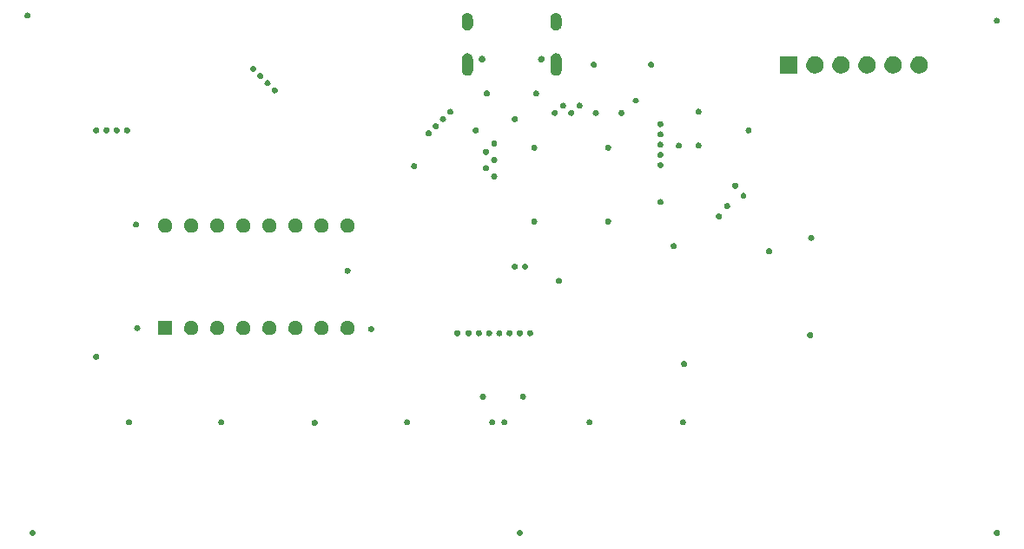
<source format=gbs>
G04 #@! TF.GenerationSoftware,KiCad,Pcbnew,7.0.5*
G04 #@! TF.CreationDate,2023-11-17T20:36:03+09:00*
G04 #@! TF.ProjectId,Sawareru_v4,53617761-7265-4727-955f-76342e6b6963,0.3.0*
G04 #@! TF.SameCoordinates,PX2faf080PY6422c40*
G04 #@! TF.FileFunction,Soldermask,Bot*
G04 #@! TF.FilePolarity,Negative*
%FSLAX46Y46*%
G04 Gerber Fmt 4.6, Leading zero omitted, Abs format (unit mm)*
G04 Created by KiCad (PCBNEW 7.0.5) date 2023-11-17 20:36:03*
%MOMM*%
%LPD*%
G01*
G04 APERTURE LIST*
G04 APERTURE END LIST*
G36*
X2594072Y2780164D02*
G01*
X2623939Y2771394D01*
X2631476Y2766550D01*
X2650000Y2759808D01*
X2676278Y2737758D01*
X2695381Y2725481D01*
X2707296Y2711730D01*
X2729813Y2692836D01*
X2742082Y2671586D01*
X2750992Y2661303D01*
X2762243Y2636667D01*
X2781908Y2602606D01*
X2784493Y2587945D01*
X2786269Y2584056D01*
X2791086Y2550554D01*
X2800000Y2500000D01*
X2791085Y2449444D01*
X2786269Y2415945D01*
X2784493Y2412058D01*
X2781908Y2397394D01*
X2762240Y2363331D01*
X2750992Y2338698D01*
X2742083Y2328418D01*
X2729813Y2307164D01*
X2707293Y2288268D01*
X2695381Y2274520D01*
X2676283Y2262247D01*
X2650000Y2240192D01*
X2631473Y2233449D01*
X2623939Y2228607D01*
X2594081Y2219840D01*
X2552094Y2204558D01*
X2447906Y2204558D01*
X2405921Y2219839D01*
X2376060Y2228607D01*
X2368524Y2233450D01*
X2350000Y2240192D01*
X2323719Y2262245D01*
X2304618Y2274520D01*
X2292702Y2288271D01*
X2270187Y2307164D01*
X2257918Y2328415D01*
X2249007Y2338698D01*
X2237754Y2363339D01*
X2218092Y2397394D01*
X2215507Y2412054D01*
X2213730Y2415945D01*
X2208909Y2449473D01*
X2200000Y2500000D01*
X2208908Y2550521D01*
X2213730Y2584056D01*
X2215507Y2587949D01*
X2218092Y2602606D01*
X2237752Y2636658D01*
X2249007Y2661303D01*
X2257919Y2671589D01*
X2270187Y2692836D01*
X2292699Y2711727D01*
X2304618Y2725481D01*
X2323724Y2737761D01*
X2350000Y2759808D01*
X2368520Y2766549D01*
X2376060Y2771394D01*
X2405930Y2780165D01*
X2447906Y2795442D01*
X2552094Y2795442D01*
X2594072Y2780164D01*
G37*
G36*
X50094072Y2780164D02*
G01*
X50123939Y2771394D01*
X50131476Y2766550D01*
X50150000Y2759808D01*
X50176278Y2737758D01*
X50195381Y2725481D01*
X50207296Y2711730D01*
X50229813Y2692836D01*
X50242082Y2671586D01*
X50250992Y2661303D01*
X50262243Y2636667D01*
X50281908Y2602606D01*
X50284493Y2587945D01*
X50286269Y2584056D01*
X50291086Y2550552D01*
X50300000Y2500000D01*
X50291085Y2449443D01*
X50286269Y2415945D01*
X50284493Y2412058D01*
X50281908Y2397394D01*
X50262240Y2363331D01*
X50250992Y2338698D01*
X50242083Y2328418D01*
X50229813Y2307164D01*
X50207293Y2288268D01*
X50195381Y2274520D01*
X50176283Y2262247D01*
X50150000Y2240192D01*
X50131473Y2233449D01*
X50123939Y2228607D01*
X50094081Y2219840D01*
X50052094Y2204558D01*
X49947906Y2204558D01*
X49905921Y2219839D01*
X49876060Y2228607D01*
X49868524Y2233450D01*
X49850000Y2240192D01*
X49823719Y2262245D01*
X49804618Y2274520D01*
X49792702Y2288271D01*
X49770187Y2307164D01*
X49757918Y2328415D01*
X49749007Y2338698D01*
X49737754Y2363339D01*
X49718092Y2397394D01*
X49715507Y2412054D01*
X49713730Y2415945D01*
X49708909Y2449473D01*
X49700000Y2500000D01*
X49708908Y2550521D01*
X49713730Y2584056D01*
X49715507Y2587949D01*
X49718092Y2602606D01*
X49737752Y2636658D01*
X49749007Y2661303D01*
X49757919Y2671589D01*
X49770187Y2692836D01*
X49792699Y2711727D01*
X49804618Y2725481D01*
X49823724Y2737761D01*
X49850000Y2759808D01*
X49868520Y2766549D01*
X49876060Y2771394D01*
X49905930Y2780165D01*
X49947906Y2795442D01*
X50052094Y2795442D01*
X50094072Y2780164D01*
G37*
G36*
X96594072Y2780164D02*
G01*
X96623939Y2771394D01*
X96631476Y2766550D01*
X96650000Y2759808D01*
X96676278Y2737758D01*
X96695381Y2725481D01*
X96707296Y2711730D01*
X96729813Y2692836D01*
X96742082Y2671586D01*
X96750992Y2661303D01*
X96762243Y2636667D01*
X96781908Y2602606D01*
X96784493Y2587945D01*
X96786269Y2584056D01*
X96791086Y2550552D01*
X96800000Y2500000D01*
X96791085Y2449443D01*
X96786269Y2415945D01*
X96784493Y2412058D01*
X96781908Y2397394D01*
X96762240Y2363331D01*
X96750992Y2338698D01*
X96742083Y2328418D01*
X96729813Y2307164D01*
X96707293Y2288268D01*
X96695381Y2274520D01*
X96676283Y2262247D01*
X96650000Y2240192D01*
X96631473Y2233449D01*
X96623939Y2228607D01*
X96594081Y2219840D01*
X96552094Y2204558D01*
X96447906Y2204558D01*
X96405921Y2219839D01*
X96376060Y2228607D01*
X96368524Y2233450D01*
X96350000Y2240192D01*
X96323719Y2262245D01*
X96304618Y2274520D01*
X96292702Y2288271D01*
X96270187Y2307164D01*
X96257918Y2328415D01*
X96249007Y2338698D01*
X96237754Y2363339D01*
X96218092Y2397394D01*
X96215507Y2412054D01*
X96213730Y2415945D01*
X96208908Y2449475D01*
X96200000Y2500000D01*
X96208908Y2550523D01*
X96213730Y2584056D01*
X96215507Y2587949D01*
X96218092Y2602606D01*
X96237752Y2636658D01*
X96249007Y2661303D01*
X96257919Y2671589D01*
X96270187Y2692836D01*
X96292699Y2711727D01*
X96304618Y2725481D01*
X96323724Y2737761D01*
X96350000Y2759808D01*
X96368520Y2766549D01*
X96376060Y2771394D01*
X96405930Y2780165D01*
X96447906Y2795442D01*
X96552094Y2795442D01*
X96594072Y2780164D01*
G37*
G36*
X30094072Y13530664D02*
G01*
X30123939Y13521894D01*
X30131476Y13517050D01*
X30150000Y13510308D01*
X30176278Y13488258D01*
X30195381Y13475981D01*
X30207296Y13462230D01*
X30229813Y13443336D01*
X30242082Y13422086D01*
X30250992Y13411803D01*
X30262243Y13387167D01*
X30281908Y13353106D01*
X30284493Y13338445D01*
X30286269Y13334556D01*
X30291086Y13301054D01*
X30300000Y13250500D01*
X30291085Y13199944D01*
X30286269Y13166445D01*
X30284493Y13162558D01*
X30281908Y13147894D01*
X30262240Y13113831D01*
X30250992Y13089198D01*
X30242083Y13078918D01*
X30229813Y13057664D01*
X30207293Y13038768D01*
X30195381Y13025020D01*
X30176283Y13012747D01*
X30150000Y12990692D01*
X30131473Y12983949D01*
X30123939Y12979107D01*
X30094081Y12970340D01*
X30052094Y12955058D01*
X29947906Y12955058D01*
X29905921Y12970339D01*
X29876060Y12979107D01*
X29868524Y12983950D01*
X29850000Y12990692D01*
X29823719Y13012745D01*
X29804618Y13025020D01*
X29792702Y13038771D01*
X29770187Y13057664D01*
X29757918Y13078915D01*
X29749007Y13089198D01*
X29737754Y13113839D01*
X29718092Y13147894D01*
X29715507Y13162554D01*
X29713730Y13166445D01*
X29708908Y13199975D01*
X29700000Y13250500D01*
X29708908Y13301023D01*
X29713730Y13334556D01*
X29715507Y13338449D01*
X29718092Y13353106D01*
X29737752Y13387158D01*
X29749007Y13411803D01*
X29757919Y13422089D01*
X29770187Y13443336D01*
X29792699Y13462227D01*
X29804618Y13475981D01*
X29823724Y13488261D01*
X29850000Y13510308D01*
X29868520Y13517049D01*
X29876060Y13521894D01*
X29905930Y13530665D01*
X29947906Y13545942D01*
X30052094Y13545942D01*
X30094072Y13530664D01*
G37*
G36*
X11994072Y13580164D02*
G01*
X12023939Y13571394D01*
X12031476Y13566550D01*
X12050000Y13559808D01*
X12076278Y13537758D01*
X12095381Y13525481D01*
X12107296Y13511730D01*
X12129813Y13492836D01*
X12142082Y13471586D01*
X12150992Y13461303D01*
X12162243Y13436667D01*
X12181908Y13402606D01*
X12184493Y13387945D01*
X12186269Y13384056D01*
X12191086Y13350554D01*
X12200000Y13300000D01*
X12191085Y13249444D01*
X12186269Y13215945D01*
X12184493Y13212058D01*
X12181908Y13197394D01*
X12162240Y13163331D01*
X12150992Y13138698D01*
X12142083Y13128418D01*
X12129813Y13107164D01*
X12107293Y13088268D01*
X12095381Y13074520D01*
X12076283Y13062247D01*
X12050000Y13040192D01*
X12031473Y13033449D01*
X12023939Y13028607D01*
X11994081Y13019840D01*
X11952094Y13004558D01*
X11847906Y13004558D01*
X11805921Y13019839D01*
X11776060Y13028607D01*
X11768524Y13033450D01*
X11750000Y13040192D01*
X11723719Y13062245D01*
X11704618Y13074520D01*
X11692702Y13088271D01*
X11670187Y13107164D01*
X11657918Y13128415D01*
X11649007Y13138698D01*
X11637754Y13163339D01*
X11618092Y13197394D01*
X11615507Y13212054D01*
X11613730Y13215945D01*
X11608909Y13249473D01*
X11600000Y13300000D01*
X11608908Y13350521D01*
X11613730Y13384056D01*
X11615507Y13387949D01*
X11618092Y13402606D01*
X11637752Y13436658D01*
X11649007Y13461303D01*
X11657919Y13471589D01*
X11670187Y13492836D01*
X11692699Y13511727D01*
X11704618Y13525481D01*
X11723724Y13537761D01*
X11750000Y13559808D01*
X11768520Y13566549D01*
X11776060Y13571394D01*
X11805930Y13580165D01*
X11847906Y13595442D01*
X11952094Y13595442D01*
X11994072Y13580164D01*
G37*
G36*
X20994072Y13580164D02*
G01*
X21023939Y13571394D01*
X21031476Y13566550D01*
X21050000Y13559808D01*
X21076278Y13537758D01*
X21095381Y13525481D01*
X21107296Y13511730D01*
X21129813Y13492836D01*
X21142082Y13471586D01*
X21150992Y13461303D01*
X21162243Y13436667D01*
X21181908Y13402606D01*
X21184493Y13387945D01*
X21186269Y13384056D01*
X21191086Y13350554D01*
X21200000Y13300000D01*
X21191085Y13249444D01*
X21186269Y13215945D01*
X21184493Y13212058D01*
X21181908Y13197394D01*
X21162240Y13163331D01*
X21150992Y13138698D01*
X21142083Y13128418D01*
X21129813Y13107164D01*
X21107293Y13088268D01*
X21095381Y13074520D01*
X21076283Y13062247D01*
X21050000Y13040192D01*
X21031473Y13033449D01*
X21023939Y13028607D01*
X20994081Y13019840D01*
X20952094Y13004558D01*
X20847906Y13004558D01*
X20805921Y13019839D01*
X20776060Y13028607D01*
X20768524Y13033450D01*
X20750000Y13040192D01*
X20723719Y13062245D01*
X20704618Y13074520D01*
X20692702Y13088271D01*
X20670187Y13107164D01*
X20657918Y13128415D01*
X20649007Y13138698D01*
X20637754Y13163339D01*
X20618092Y13197394D01*
X20615507Y13212054D01*
X20613730Y13215945D01*
X20608908Y13249475D01*
X20600000Y13300000D01*
X20608908Y13350523D01*
X20613730Y13384056D01*
X20615507Y13387949D01*
X20618092Y13402606D01*
X20637752Y13436658D01*
X20649007Y13461303D01*
X20657919Y13471589D01*
X20670187Y13492836D01*
X20692699Y13511727D01*
X20704618Y13525481D01*
X20723724Y13537761D01*
X20750000Y13559808D01*
X20768520Y13566549D01*
X20776060Y13571394D01*
X20805930Y13580165D01*
X20847906Y13595442D01*
X20952094Y13595442D01*
X20994072Y13580164D01*
G37*
G36*
X39094072Y13580164D02*
G01*
X39123939Y13571394D01*
X39131476Y13566550D01*
X39150000Y13559808D01*
X39176278Y13537758D01*
X39195381Y13525481D01*
X39207296Y13511730D01*
X39229813Y13492836D01*
X39242082Y13471586D01*
X39250992Y13461303D01*
X39262243Y13436667D01*
X39281908Y13402606D01*
X39284493Y13387945D01*
X39286269Y13384056D01*
X39291086Y13350552D01*
X39300000Y13300000D01*
X39291085Y13249443D01*
X39286269Y13215945D01*
X39284493Y13212058D01*
X39281908Y13197394D01*
X39262240Y13163331D01*
X39250992Y13138698D01*
X39242083Y13128418D01*
X39229813Y13107164D01*
X39207293Y13088268D01*
X39195381Y13074520D01*
X39176283Y13062247D01*
X39150000Y13040192D01*
X39131473Y13033449D01*
X39123939Y13028607D01*
X39094081Y13019840D01*
X39052094Y13004558D01*
X38947906Y13004558D01*
X38905921Y13019839D01*
X38876060Y13028607D01*
X38868524Y13033450D01*
X38850000Y13040192D01*
X38823719Y13062245D01*
X38804618Y13074520D01*
X38792702Y13088271D01*
X38770187Y13107164D01*
X38757918Y13128415D01*
X38749007Y13138698D01*
X38737754Y13163339D01*
X38718092Y13197394D01*
X38715507Y13212054D01*
X38713730Y13215945D01*
X38708908Y13249475D01*
X38700000Y13300000D01*
X38708908Y13350523D01*
X38713730Y13384056D01*
X38715507Y13387949D01*
X38718092Y13402606D01*
X38737752Y13436658D01*
X38749007Y13461303D01*
X38757919Y13471589D01*
X38770187Y13492836D01*
X38792699Y13511727D01*
X38804618Y13525481D01*
X38823724Y13537761D01*
X38850000Y13559808D01*
X38868520Y13566549D01*
X38876060Y13571394D01*
X38905930Y13580165D01*
X38947906Y13595442D01*
X39052094Y13595442D01*
X39094072Y13580164D01*
G37*
G36*
X47394072Y13580164D02*
G01*
X47423939Y13571394D01*
X47431476Y13566550D01*
X47450000Y13559808D01*
X47476278Y13537758D01*
X47495381Y13525481D01*
X47507296Y13511730D01*
X47529813Y13492836D01*
X47542082Y13471586D01*
X47550992Y13461303D01*
X47562243Y13436667D01*
X47581908Y13402606D01*
X47584493Y13387945D01*
X47586269Y13384056D01*
X47591086Y13350552D01*
X47600000Y13300000D01*
X47591085Y13249443D01*
X47586269Y13215945D01*
X47584493Y13212058D01*
X47581908Y13197394D01*
X47562240Y13163331D01*
X47550992Y13138698D01*
X47542083Y13128418D01*
X47529813Y13107164D01*
X47507293Y13088268D01*
X47495381Y13074520D01*
X47476283Y13062247D01*
X47450000Y13040192D01*
X47431473Y13033449D01*
X47423939Y13028607D01*
X47394081Y13019840D01*
X47352094Y13004558D01*
X47247906Y13004558D01*
X47205921Y13019839D01*
X47176060Y13028607D01*
X47168524Y13033450D01*
X47150000Y13040192D01*
X47123719Y13062245D01*
X47104618Y13074520D01*
X47092702Y13088271D01*
X47070187Y13107164D01*
X47057918Y13128415D01*
X47049007Y13138698D01*
X47037754Y13163339D01*
X47018092Y13197394D01*
X47015507Y13212054D01*
X47013730Y13215945D01*
X47008908Y13249475D01*
X47000000Y13300000D01*
X47008908Y13350523D01*
X47013730Y13384056D01*
X47015507Y13387949D01*
X47018092Y13402606D01*
X47037752Y13436658D01*
X47049007Y13461303D01*
X47057919Y13471589D01*
X47070187Y13492836D01*
X47092699Y13511727D01*
X47104618Y13525481D01*
X47123724Y13537761D01*
X47150000Y13559808D01*
X47168520Y13566549D01*
X47176060Y13571394D01*
X47205930Y13580165D01*
X47247906Y13595442D01*
X47352094Y13595442D01*
X47394072Y13580164D01*
G37*
G36*
X48594072Y13580164D02*
G01*
X48623939Y13571394D01*
X48631476Y13566550D01*
X48650000Y13559808D01*
X48676278Y13537758D01*
X48695381Y13525481D01*
X48707296Y13511730D01*
X48729813Y13492836D01*
X48742082Y13471586D01*
X48750992Y13461303D01*
X48762243Y13436667D01*
X48781908Y13402606D01*
X48784493Y13387945D01*
X48786269Y13384056D01*
X48791086Y13350552D01*
X48800000Y13300000D01*
X48791085Y13249443D01*
X48786269Y13215945D01*
X48784493Y13212058D01*
X48781908Y13197394D01*
X48762240Y13163331D01*
X48750992Y13138698D01*
X48742083Y13128418D01*
X48729813Y13107164D01*
X48707293Y13088268D01*
X48695381Y13074520D01*
X48676283Y13062247D01*
X48650000Y13040192D01*
X48631473Y13033449D01*
X48623939Y13028607D01*
X48594081Y13019840D01*
X48552094Y13004558D01*
X48447906Y13004558D01*
X48405921Y13019839D01*
X48376060Y13028607D01*
X48368524Y13033450D01*
X48350000Y13040192D01*
X48323719Y13062245D01*
X48304618Y13074520D01*
X48292702Y13088271D01*
X48270187Y13107164D01*
X48257918Y13128415D01*
X48249007Y13138698D01*
X48237754Y13163339D01*
X48218092Y13197394D01*
X48215507Y13212054D01*
X48213730Y13215945D01*
X48208909Y13249473D01*
X48200000Y13300000D01*
X48208908Y13350521D01*
X48213730Y13384056D01*
X48215507Y13387949D01*
X48218092Y13402606D01*
X48237752Y13436658D01*
X48249007Y13461303D01*
X48257919Y13471589D01*
X48270187Y13492836D01*
X48292699Y13511727D01*
X48304618Y13525481D01*
X48323724Y13537761D01*
X48350000Y13559808D01*
X48368520Y13566549D01*
X48376060Y13571394D01*
X48405930Y13580165D01*
X48447906Y13595442D01*
X48552094Y13595442D01*
X48594072Y13580164D01*
G37*
G36*
X56894072Y13580164D02*
G01*
X56923939Y13571394D01*
X56931476Y13566550D01*
X56950000Y13559808D01*
X56976278Y13537758D01*
X56995381Y13525481D01*
X57007296Y13511730D01*
X57029813Y13492836D01*
X57042082Y13471586D01*
X57050992Y13461303D01*
X57062243Y13436667D01*
X57081908Y13402606D01*
X57084493Y13387945D01*
X57086269Y13384056D01*
X57091086Y13350552D01*
X57100000Y13300000D01*
X57091085Y13249443D01*
X57086269Y13215945D01*
X57084493Y13212058D01*
X57081908Y13197394D01*
X57062240Y13163331D01*
X57050992Y13138698D01*
X57042083Y13128418D01*
X57029813Y13107164D01*
X57007293Y13088268D01*
X56995381Y13074520D01*
X56976283Y13062247D01*
X56950000Y13040192D01*
X56931473Y13033449D01*
X56923939Y13028607D01*
X56894081Y13019840D01*
X56852094Y13004558D01*
X56747906Y13004558D01*
X56705921Y13019839D01*
X56676060Y13028607D01*
X56668524Y13033450D01*
X56650000Y13040192D01*
X56623719Y13062245D01*
X56604618Y13074520D01*
X56592702Y13088271D01*
X56570187Y13107164D01*
X56557918Y13128415D01*
X56549007Y13138698D01*
X56537754Y13163339D01*
X56518092Y13197394D01*
X56515507Y13212054D01*
X56513730Y13215945D01*
X56508909Y13249473D01*
X56500000Y13300000D01*
X56508908Y13350521D01*
X56513730Y13384056D01*
X56515507Y13387949D01*
X56518092Y13402606D01*
X56537752Y13436658D01*
X56549007Y13461303D01*
X56557919Y13471589D01*
X56570187Y13492836D01*
X56592699Y13511727D01*
X56604618Y13525481D01*
X56623724Y13537761D01*
X56650000Y13559808D01*
X56668520Y13566549D01*
X56676060Y13571394D01*
X56705930Y13580165D01*
X56747906Y13595442D01*
X56852094Y13595442D01*
X56894072Y13580164D01*
G37*
G36*
X65994072Y13580164D02*
G01*
X66023939Y13571394D01*
X66031476Y13566550D01*
X66050000Y13559808D01*
X66076278Y13537758D01*
X66095381Y13525481D01*
X66107296Y13511730D01*
X66129813Y13492836D01*
X66142082Y13471586D01*
X66150992Y13461303D01*
X66162243Y13436667D01*
X66181908Y13402606D01*
X66184493Y13387945D01*
X66186269Y13384056D01*
X66191086Y13350552D01*
X66200000Y13300000D01*
X66191085Y13249443D01*
X66186269Y13215945D01*
X66184493Y13212058D01*
X66181908Y13197394D01*
X66162240Y13163331D01*
X66150992Y13138698D01*
X66142083Y13128418D01*
X66129813Y13107164D01*
X66107293Y13088268D01*
X66095381Y13074520D01*
X66076283Y13062247D01*
X66050000Y13040192D01*
X66031473Y13033449D01*
X66023939Y13028607D01*
X65994081Y13019840D01*
X65952094Y13004558D01*
X65847906Y13004558D01*
X65805921Y13019839D01*
X65776060Y13028607D01*
X65768524Y13033450D01*
X65750000Y13040192D01*
X65723719Y13062245D01*
X65704618Y13074520D01*
X65692702Y13088271D01*
X65670187Y13107164D01*
X65657918Y13128415D01*
X65649007Y13138698D01*
X65637754Y13163339D01*
X65618092Y13197394D01*
X65615507Y13212054D01*
X65613730Y13215945D01*
X65608909Y13249473D01*
X65600000Y13300000D01*
X65608908Y13350521D01*
X65613730Y13384056D01*
X65615507Y13387949D01*
X65618092Y13402606D01*
X65637752Y13436658D01*
X65649007Y13461303D01*
X65657919Y13471589D01*
X65670187Y13492836D01*
X65692699Y13511727D01*
X65704618Y13525481D01*
X65723724Y13537761D01*
X65750000Y13559808D01*
X65768520Y13566549D01*
X65776060Y13571394D01*
X65805930Y13580165D01*
X65847906Y13595442D01*
X65952094Y13595442D01*
X65994072Y13580164D01*
G37*
G36*
X46494072Y16080164D02*
G01*
X46523939Y16071394D01*
X46531476Y16066550D01*
X46550000Y16059808D01*
X46576278Y16037758D01*
X46595381Y16025481D01*
X46607296Y16011730D01*
X46629813Y15992836D01*
X46642082Y15971586D01*
X46650992Y15961303D01*
X46662243Y15936667D01*
X46681908Y15902606D01*
X46684493Y15887945D01*
X46686269Y15884056D01*
X46691086Y15850554D01*
X46700000Y15800000D01*
X46691085Y15749444D01*
X46686269Y15715945D01*
X46684493Y15712058D01*
X46681908Y15697394D01*
X46662240Y15663331D01*
X46650992Y15638698D01*
X46642083Y15628418D01*
X46629813Y15607164D01*
X46607293Y15588268D01*
X46595381Y15574520D01*
X46576283Y15562247D01*
X46550000Y15540192D01*
X46531473Y15533449D01*
X46523939Y15528607D01*
X46494081Y15519840D01*
X46452094Y15504558D01*
X46347906Y15504558D01*
X46305921Y15519839D01*
X46276060Y15528607D01*
X46268524Y15533450D01*
X46250000Y15540192D01*
X46223719Y15562245D01*
X46204618Y15574520D01*
X46192702Y15588271D01*
X46170187Y15607164D01*
X46157918Y15628415D01*
X46149007Y15638698D01*
X46137754Y15663339D01*
X46118092Y15697394D01*
X46115507Y15712054D01*
X46113730Y15715945D01*
X46108908Y15749475D01*
X46100000Y15800000D01*
X46108908Y15850523D01*
X46113730Y15884056D01*
X46115507Y15887949D01*
X46118092Y15902606D01*
X46137752Y15936658D01*
X46149007Y15961303D01*
X46157919Y15971589D01*
X46170187Y15992836D01*
X46192699Y16011727D01*
X46204618Y16025481D01*
X46223724Y16037761D01*
X46250000Y16059808D01*
X46268520Y16066549D01*
X46276060Y16071394D01*
X46305930Y16080165D01*
X46347906Y16095442D01*
X46452094Y16095442D01*
X46494072Y16080164D01*
G37*
G36*
X50394072Y16080164D02*
G01*
X50423939Y16071394D01*
X50431476Y16066550D01*
X50450000Y16059808D01*
X50476278Y16037758D01*
X50495381Y16025481D01*
X50507296Y16011730D01*
X50529813Y15992836D01*
X50542082Y15971586D01*
X50550992Y15961303D01*
X50562243Y15936667D01*
X50581908Y15902606D01*
X50584493Y15887945D01*
X50586269Y15884056D01*
X50591086Y15850554D01*
X50600000Y15800000D01*
X50591085Y15749444D01*
X50586269Y15715945D01*
X50584493Y15712058D01*
X50581908Y15697394D01*
X50562240Y15663331D01*
X50550992Y15638698D01*
X50542083Y15628418D01*
X50529813Y15607164D01*
X50507293Y15588268D01*
X50495381Y15574520D01*
X50476283Y15562247D01*
X50450000Y15540192D01*
X50431473Y15533449D01*
X50423939Y15528607D01*
X50394081Y15519840D01*
X50352094Y15504558D01*
X50247906Y15504558D01*
X50205921Y15519839D01*
X50176060Y15528607D01*
X50168524Y15533450D01*
X50150000Y15540192D01*
X50123719Y15562245D01*
X50104618Y15574520D01*
X50092702Y15588271D01*
X50070187Y15607164D01*
X50057918Y15628415D01*
X50049007Y15638698D01*
X50037754Y15663339D01*
X50018092Y15697394D01*
X50015507Y15712054D01*
X50013730Y15715945D01*
X50008908Y15749475D01*
X50000000Y15800000D01*
X50008908Y15850523D01*
X50013730Y15884056D01*
X50015507Y15887949D01*
X50018092Y15902606D01*
X50037752Y15936658D01*
X50049007Y15961303D01*
X50057919Y15971589D01*
X50070187Y15992836D01*
X50092699Y16011727D01*
X50104618Y16025481D01*
X50123724Y16037761D01*
X50150000Y16059808D01*
X50168520Y16066549D01*
X50176060Y16071394D01*
X50205930Y16080165D01*
X50247906Y16095442D01*
X50352094Y16095442D01*
X50394072Y16080164D01*
G37*
G36*
X66094072Y19280164D02*
G01*
X66123939Y19271394D01*
X66131476Y19266550D01*
X66150000Y19259808D01*
X66176278Y19237758D01*
X66195381Y19225481D01*
X66207296Y19211730D01*
X66229813Y19192836D01*
X66242082Y19171586D01*
X66250992Y19161303D01*
X66262243Y19136667D01*
X66281908Y19102606D01*
X66284493Y19087945D01*
X66286269Y19084056D01*
X66291086Y19050554D01*
X66300000Y19000000D01*
X66291085Y18949444D01*
X66286269Y18915945D01*
X66284493Y18912058D01*
X66281908Y18897394D01*
X66262240Y18863331D01*
X66250992Y18838698D01*
X66242083Y18828418D01*
X66229813Y18807164D01*
X66207293Y18788268D01*
X66195381Y18774520D01*
X66176283Y18762247D01*
X66150000Y18740192D01*
X66131473Y18733449D01*
X66123939Y18728607D01*
X66094081Y18719840D01*
X66052094Y18704558D01*
X65947906Y18704558D01*
X65905921Y18719839D01*
X65876060Y18728607D01*
X65868524Y18733450D01*
X65850000Y18740192D01*
X65823719Y18762245D01*
X65804618Y18774520D01*
X65792702Y18788271D01*
X65770187Y18807164D01*
X65757918Y18828415D01*
X65749007Y18838698D01*
X65737754Y18863339D01*
X65718092Y18897394D01*
X65715507Y18912054D01*
X65713730Y18915945D01*
X65708908Y18949475D01*
X65700000Y19000000D01*
X65708908Y19050523D01*
X65713730Y19084056D01*
X65715507Y19087949D01*
X65718092Y19102606D01*
X65737752Y19136658D01*
X65749007Y19161303D01*
X65757919Y19171589D01*
X65770187Y19192836D01*
X65792699Y19211727D01*
X65804618Y19225481D01*
X65823724Y19237761D01*
X65850000Y19259808D01*
X65868520Y19266549D01*
X65876060Y19271394D01*
X65905930Y19280165D01*
X65947906Y19295442D01*
X66052094Y19295442D01*
X66094072Y19280164D01*
G37*
G36*
X8794072Y19980164D02*
G01*
X8823939Y19971394D01*
X8831476Y19966550D01*
X8850000Y19959808D01*
X8876278Y19937758D01*
X8895381Y19925481D01*
X8907296Y19911730D01*
X8929813Y19892836D01*
X8942082Y19871586D01*
X8950992Y19861303D01*
X8962243Y19836667D01*
X8981908Y19802606D01*
X8984493Y19787945D01*
X8986269Y19784056D01*
X8991086Y19750554D01*
X9000000Y19700000D01*
X8991085Y19649444D01*
X8986269Y19615945D01*
X8984493Y19612058D01*
X8981908Y19597394D01*
X8962240Y19563331D01*
X8950992Y19538698D01*
X8942083Y19528418D01*
X8929813Y19507164D01*
X8907293Y19488268D01*
X8895381Y19474520D01*
X8876283Y19462247D01*
X8850000Y19440192D01*
X8831473Y19433449D01*
X8823939Y19428607D01*
X8794081Y19419840D01*
X8752094Y19404558D01*
X8647906Y19404558D01*
X8605921Y19419839D01*
X8576060Y19428607D01*
X8568524Y19433450D01*
X8550000Y19440192D01*
X8523719Y19462245D01*
X8504618Y19474520D01*
X8492702Y19488271D01*
X8470187Y19507164D01*
X8457918Y19528415D01*
X8449007Y19538698D01*
X8437754Y19563339D01*
X8418092Y19597394D01*
X8415507Y19612054D01*
X8413730Y19615945D01*
X8408909Y19649473D01*
X8400000Y19700000D01*
X8408908Y19750521D01*
X8413730Y19784056D01*
X8415507Y19787949D01*
X8418092Y19802606D01*
X8437752Y19836658D01*
X8449007Y19861303D01*
X8457919Y19871589D01*
X8470187Y19892836D01*
X8492699Y19911727D01*
X8504618Y19925481D01*
X8523724Y19937761D01*
X8550000Y19959808D01*
X8568520Y19966549D01*
X8576060Y19971394D01*
X8605930Y19980165D01*
X8647906Y19995442D01*
X8752094Y19995442D01*
X8794072Y19980164D01*
G37*
G36*
X78394072Y22080164D02*
G01*
X78423939Y22071394D01*
X78431476Y22066550D01*
X78450000Y22059808D01*
X78476278Y22037758D01*
X78495381Y22025481D01*
X78507296Y22011730D01*
X78529813Y21992836D01*
X78542082Y21971586D01*
X78550992Y21961303D01*
X78562243Y21936667D01*
X78581908Y21902606D01*
X78584493Y21887945D01*
X78586269Y21884056D01*
X78591086Y21850552D01*
X78600000Y21800000D01*
X78591085Y21749443D01*
X78586269Y21715945D01*
X78584493Y21712058D01*
X78581908Y21697394D01*
X78562240Y21663331D01*
X78550992Y21638698D01*
X78542083Y21628418D01*
X78529813Y21607164D01*
X78507293Y21588268D01*
X78495381Y21574520D01*
X78476283Y21562247D01*
X78450000Y21540192D01*
X78431473Y21533449D01*
X78423939Y21528607D01*
X78394081Y21519840D01*
X78352094Y21504558D01*
X78247906Y21504558D01*
X78205921Y21519839D01*
X78176060Y21528607D01*
X78168524Y21533450D01*
X78150000Y21540192D01*
X78123719Y21562245D01*
X78104618Y21574520D01*
X78092702Y21588271D01*
X78070187Y21607164D01*
X78057918Y21628415D01*
X78049007Y21638698D01*
X78037754Y21663339D01*
X78018092Y21697394D01*
X78015507Y21712054D01*
X78013730Y21715945D01*
X78008909Y21749473D01*
X78000000Y21800000D01*
X78008908Y21850521D01*
X78013730Y21884056D01*
X78015507Y21887949D01*
X78018092Y21902606D01*
X78037752Y21936658D01*
X78049007Y21961303D01*
X78057919Y21971589D01*
X78070187Y21992836D01*
X78092699Y22011727D01*
X78104618Y22025481D01*
X78123724Y22037761D01*
X78150000Y22059808D01*
X78168520Y22066549D01*
X78176060Y22071394D01*
X78205930Y22080165D01*
X78247906Y22095442D01*
X78352094Y22095442D01*
X78394072Y22080164D01*
G37*
G36*
X43994072Y22280164D02*
G01*
X44023939Y22271394D01*
X44031476Y22266550D01*
X44050000Y22259808D01*
X44076278Y22237758D01*
X44095381Y22225481D01*
X44107296Y22211730D01*
X44129813Y22192836D01*
X44142082Y22171586D01*
X44150992Y22161303D01*
X44162243Y22136667D01*
X44181908Y22102606D01*
X44184493Y22087945D01*
X44186269Y22084056D01*
X44191086Y22050554D01*
X44200000Y22000000D01*
X44191085Y21949444D01*
X44186269Y21915945D01*
X44184493Y21912058D01*
X44181908Y21897394D01*
X44162240Y21863331D01*
X44150992Y21838698D01*
X44142083Y21828418D01*
X44129813Y21807164D01*
X44107293Y21788268D01*
X44095381Y21774520D01*
X44076283Y21762247D01*
X44050000Y21740192D01*
X44031473Y21733449D01*
X44023939Y21728607D01*
X43994081Y21719840D01*
X43952094Y21704558D01*
X43847906Y21704558D01*
X43805921Y21719839D01*
X43776060Y21728607D01*
X43768524Y21733450D01*
X43750000Y21740192D01*
X43723719Y21762245D01*
X43704618Y21774520D01*
X43692702Y21788271D01*
X43670187Y21807164D01*
X43657918Y21828415D01*
X43649007Y21838698D01*
X43637754Y21863339D01*
X43618092Y21897394D01*
X43615507Y21912054D01*
X43613730Y21915945D01*
X43608909Y21949473D01*
X43600000Y22000000D01*
X43608908Y22050521D01*
X43613730Y22084056D01*
X43615507Y22087949D01*
X43618092Y22102606D01*
X43637752Y22136658D01*
X43649007Y22161303D01*
X43657919Y22171589D01*
X43670187Y22192836D01*
X43692699Y22211727D01*
X43704618Y22225481D01*
X43723724Y22237761D01*
X43750000Y22259808D01*
X43768520Y22266549D01*
X43776060Y22271394D01*
X43805930Y22280165D01*
X43847906Y22295442D01*
X43952094Y22295442D01*
X43994072Y22280164D01*
G37*
G36*
X45094072Y22280164D02*
G01*
X45123939Y22271394D01*
X45131476Y22266550D01*
X45150000Y22259808D01*
X45176278Y22237758D01*
X45195381Y22225481D01*
X45207296Y22211730D01*
X45229813Y22192836D01*
X45242082Y22171586D01*
X45250992Y22161303D01*
X45262243Y22136667D01*
X45281908Y22102606D01*
X45284493Y22087945D01*
X45286269Y22084056D01*
X45291086Y22050554D01*
X45300000Y22000000D01*
X45291085Y21949444D01*
X45286269Y21915945D01*
X45284493Y21912058D01*
X45281908Y21897394D01*
X45262240Y21863331D01*
X45250992Y21838698D01*
X45242083Y21828418D01*
X45229813Y21807164D01*
X45207293Y21788268D01*
X45195381Y21774520D01*
X45176283Y21762247D01*
X45150000Y21740192D01*
X45131473Y21733449D01*
X45123939Y21728607D01*
X45094081Y21719840D01*
X45052094Y21704558D01*
X44947906Y21704558D01*
X44905921Y21719839D01*
X44876060Y21728607D01*
X44868524Y21733450D01*
X44850000Y21740192D01*
X44823719Y21762245D01*
X44804618Y21774520D01*
X44792702Y21788271D01*
X44770187Y21807164D01*
X44757918Y21828415D01*
X44749007Y21838698D01*
X44737754Y21863339D01*
X44718092Y21897394D01*
X44715507Y21912054D01*
X44713730Y21915945D01*
X44708909Y21949473D01*
X44700000Y22000000D01*
X44708908Y22050521D01*
X44713730Y22084056D01*
X44715507Y22087949D01*
X44718092Y22102606D01*
X44737752Y22136658D01*
X44749007Y22161303D01*
X44757919Y22171589D01*
X44770187Y22192836D01*
X44792699Y22211727D01*
X44804618Y22225481D01*
X44823724Y22237761D01*
X44850000Y22259808D01*
X44868520Y22266549D01*
X44876060Y22271394D01*
X44905930Y22280165D01*
X44947906Y22295442D01*
X45052094Y22295442D01*
X45094072Y22280164D01*
G37*
G36*
X46094072Y22280164D02*
G01*
X46123939Y22271394D01*
X46131476Y22266550D01*
X46150000Y22259808D01*
X46176278Y22237758D01*
X46195381Y22225481D01*
X46207296Y22211730D01*
X46229813Y22192836D01*
X46242082Y22171586D01*
X46250992Y22161303D01*
X46262243Y22136667D01*
X46281908Y22102606D01*
X46284493Y22087945D01*
X46286269Y22084056D01*
X46291086Y22050554D01*
X46300000Y22000000D01*
X46291085Y21949444D01*
X46286269Y21915945D01*
X46284493Y21912058D01*
X46281908Y21897394D01*
X46262240Y21863331D01*
X46250992Y21838698D01*
X46242083Y21828418D01*
X46229813Y21807164D01*
X46207293Y21788268D01*
X46195381Y21774520D01*
X46176283Y21762247D01*
X46150000Y21740192D01*
X46131473Y21733449D01*
X46123939Y21728607D01*
X46094081Y21719840D01*
X46052094Y21704558D01*
X45947906Y21704558D01*
X45905921Y21719839D01*
X45876060Y21728607D01*
X45868524Y21733450D01*
X45850000Y21740192D01*
X45823719Y21762245D01*
X45804618Y21774520D01*
X45792702Y21788271D01*
X45770187Y21807164D01*
X45757918Y21828415D01*
X45749007Y21838698D01*
X45737754Y21863339D01*
X45718092Y21897394D01*
X45715507Y21912054D01*
X45713730Y21915945D01*
X45708908Y21949475D01*
X45700000Y22000000D01*
X45708908Y22050523D01*
X45713730Y22084056D01*
X45715507Y22087949D01*
X45718092Y22102606D01*
X45737752Y22136658D01*
X45749007Y22161303D01*
X45757919Y22171589D01*
X45770187Y22192836D01*
X45792699Y22211727D01*
X45804618Y22225481D01*
X45823724Y22237761D01*
X45850000Y22259808D01*
X45868520Y22266549D01*
X45876060Y22271394D01*
X45905930Y22280165D01*
X45947906Y22295442D01*
X46052094Y22295442D01*
X46094072Y22280164D01*
G37*
G36*
X47094072Y22280164D02*
G01*
X47123939Y22271394D01*
X47131476Y22266550D01*
X47150000Y22259808D01*
X47176278Y22237758D01*
X47195381Y22225481D01*
X47207296Y22211730D01*
X47229813Y22192836D01*
X47242082Y22171586D01*
X47250992Y22161303D01*
X47262243Y22136667D01*
X47281908Y22102606D01*
X47284493Y22087945D01*
X47286269Y22084056D01*
X47291086Y22050552D01*
X47300000Y22000000D01*
X47291085Y21949443D01*
X47286269Y21915945D01*
X47284493Y21912058D01*
X47281908Y21897394D01*
X47262240Y21863331D01*
X47250992Y21838698D01*
X47242083Y21828418D01*
X47229813Y21807164D01*
X47207293Y21788268D01*
X47195381Y21774520D01*
X47176283Y21762247D01*
X47150000Y21740192D01*
X47131473Y21733449D01*
X47123939Y21728607D01*
X47094081Y21719840D01*
X47052094Y21704558D01*
X46947906Y21704558D01*
X46905921Y21719839D01*
X46876060Y21728607D01*
X46868524Y21733450D01*
X46850000Y21740192D01*
X46823719Y21762245D01*
X46804618Y21774520D01*
X46792702Y21788271D01*
X46770187Y21807164D01*
X46757918Y21828415D01*
X46749007Y21838698D01*
X46737754Y21863339D01*
X46718092Y21897394D01*
X46715507Y21912054D01*
X46713730Y21915945D01*
X46708908Y21949475D01*
X46700000Y22000000D01*
X46708908Y22050523D01*
X46713730Y22084056D01*
X46715507Y22087949D01*
X46718092Y22102606D01*
X46737752Y22136658D01*
X46749007Y22161303D01*
X46757919Y22171589D01*
X46770187Y22192836D01*
X46792699Y22211727D01*
X46804618Y22225481D01*
X46823724Y22237761D01*
X46850000Y22259808D01*
X46868520Y22266549D01*
X46876060Y22271394D01*
X46905930Y22280165D01*
X46947906Y22295442D01*
X47052094Y22295442D01*
X47094072Y22280164D01*
G37*
G36*
X48094072Y22280164D02*
G01*
X48123939Y22271394D01*
X48131476Y22266550D01*
X48150000Y22259808D01*
X48176278Y22237758D01*
X48195381Y22225481D01*
X48207296Y22211730D01*
X48229813Y22192836D01*
X48242082Y22171586D01*
X48250992Y22161303D01*
X48262243Y22136667D01*
X48281908Y22102606D01*
X48284493Y22087945D01*
X48286269Y22084056D01*
X48291086Y22050552D01*
X48300000Y22000000D01*
X48291085Y21949443D01*
X48286269Y21915945D01*
X48284493Y21912058D01*
X48281908Y21897394D01*
X48262240Y21863331D01*
X48250992Y21838698D01*
X48242083Y21828418D01*
X48229813Y21807164D01*
X48207293Y21788268D01*
X48195381Y21774520D01*
X48176283Y21762247D01*
X48150000Y21740192D01*
X48131473Y21733449D01*
X48123939Y21728607D01*
X48094081Y21719840D01*
X48052094Y21704558D01*
X47947906Y21704558D01*
X47905921Y21719839D01*
X47876060Y21728607D01*
X47868524Y21733450D01*
X47850000Y21740192D01*
X47823719Y21762245D01*
X47804618Y21774520D01*
X47792702Y21788271D01*
X47770187Y21807164D01*
X47757918Y21828415D01*
X47749007Y21838698D01*
X47737754Y21863339D01*
X47718092Y21897394D01*
X47715507Y21912054D01*
X47713730Y21915945D01*
X47708909Y21949473D01*
X47700000Y22000000D01*
X47708908Y22050521D01*
X47713730Y22084056D01*
X47715507Y22087949D01*
X47718092Y22102606D01*
X47737752Y22136658D01*
X47749007Y22161303D01*
X47757919Y22171589D01*
X47770187Y22192836D01*
X47792699Y22211727D01*
X47804618Y22225481D01*
X47823724Y22237761D01*
X47850000Y22259808D01*
X47868520Y22266549D01*
X47876060Y22271394D01*
X47905930Y22280165D01*
X47947906Y22295442D01*
X48052094Y22295442D01*
X48094072Y22280164D01*
G37*
G36*
X49094072Y22280164D02*
G01*
X49123939Y22271394D01*
X49131476Y22266550D01*
X49150000Y22259808D01*
X49176278Y22237758D01*
X49195381Y22225481D01*
X49207296Y22211730D01*
X49229813Y22192836D01*
X49242082Y22171586D01*
X49250992Y22161303D01*
X49262243Y22136667D01*
X49281908Y22102606D01*
X49284493Y22087945D01*
X49286269Y22084056D01*
X49291086Y22050554D01*
X49300000Y22000000D01*
X49291085Y21949444D01*
X49286269Y21915945D01*
X49284493Y21912058D01*
X49281908Y21897394D01*
X49262240Y21863331D01*
X49250992Y21838698D01*
X49242083Y21828418D01*
X49229813Y21807164D01*
X49207293Y21788268D01*
X49195381Y21774520D01*
X49176283Y21762247D01*
X49150000Y21740192D01*
X49131473Y21733449D01*
X49123939Y21728607D01*
X49094081Y21719840D01*
X49052094Y21704558D01*
X48947906Y21704558D01*
X48905921Y21719839D01*
X48876060Y21728607D01*
X48868524Y21733450D01*
X48850000Y21740192D01*
X48823719Y21762245D01*
X48804618Y21774520D01*
X48792702Y21788271D01*
X48770187Y21807164D01*
X48757918Y21828415D01*
X48749007Y21838698D01*
X48737754Y21863339D01*
X48718092Y21897394D01*
X48715507Y21912054D01*
X48713730Y21915945D01*
X48708909Y21949473D01*
X48700000Y22000000D01*
X48708908Y22050521D01*
X48713730Y22084056D01*
X48715507Y22087949D01*
X48718092Y22102606D01*
X48737752Y22136658D01*
X48749007Y22161303D01*
X48757919Y22171589D01*
X48770187Y22192836D01*
X48792699Y22211727D01*
X48804618Y22225481D01*
X48823724Y22237761D01*
X48850000Y22259808D01*
X48868520Y22266549D01*
X48876060Y22271394D01*
X48905930Y22280165D01*
X48947906Y22295442D01*
X49052094Y22295442D01*
X49094072Y22280164D01*
G37*
G36*
X50094072Y22280164D02*
G01*
X50123939Y22271394D01*
X50131476Y22266550D01*
X50150000Y22259808D01*
X50176278Y22237758D01*
X50195381Y22225481D01*
X50207296Y22211730D01*
X50229813Y22192836D01*
X50242082Y22171586D01*
X50250992Y22161303D01*
X50262243Y22136667D01*
X50281908Y22102606D01*
X50284493Y22087945D01*
X50286269Y22084056D01*
X50291086Y22050554D01*
X50300000Y22000000D01*
X50291085Y21949444D01*
X50286269Y21915945D01*
X50284493Y21912058D01*
X50281908Y21897394D01*
X50262240Y21863331D01*
X50250992Y21838698D01*
X50242083Y21828418D01*
X50229813Y21807164D01*
X50207293Y21788268D01*
X50195381Y21774520D01*
X50176283Y21762247D01*
X50150000Y21740192D01*
X50131473Y21733449D01*
X50123939Y21728607D01*
X50094081Y21719840D01*
X50052094Y21704558D01*
X49947906Y21704558D01*
X49905921Y21719839D01*
X49876060Y21728607D01*
X49868524Y21733450D01*
X49850000Y21740192D01*
X49823719Y21762245D01*
X49804618Y21774520D01*
X49792702Y21788271D01*
X49770187Y21807164D01*
X49757918Y21828415D01*
X49749007Y21838698D01*
X49737754Y21863339D01*
X49718092Y21897394D01*
X49715507Y21912054D01*
X49713730Y21915945D01*
X49708908Y21949475D01*
X49700000Y22000000D01*
X49708908Y22050523D01*
X49713730Y22084056D01*
X49715507Y22087949D01*
X49718092Y22102606D01*
X49737752Y22136658D01*
X49749007Y22161303D01*
X49757919Y22171589D01*
X49770187Y22192836D01*
X49792699Y22211727D01*
X49804618Y22225481D01*
X49823724Y22237761D01*
X49850000Y22259808D01*
X49868520Y22266549D01*
X49876060Y22271394D01*
X49905930Y22280165D01*
X49947906Y22295442D01*
X50052094Y22295442D01*
X50094072Y22280164D01*
G37*
G36*
X51094072Y22280164D02*
G01*
X51123939Y22271394D01*
X51131476Y22266550D01*
X51150000Y22259808D01*
X51176278Y22237758D01*
X51195381Y22225481D01*
X51207296Y22211730D01*
X51229813Y22192836D01*
X51242082Y22171586D01*
X51250992Y22161303D01*
X51262243Y22136667D01*
X51281908Y22102606D01*
X51284493Y22087945D01*
X51286269Y22084056D01*
X51291086Y22050552D01*
X51300000Y22000000D01*
X51291085Y21949443D01*
X51286269Y21915945D01*
X51284493Y21912058D01*
X51281908Y21897394D01*
X51262240Y21863331D01*
X51250992Y21838698D01*
X51242083Y21828418D01*
X51229813Y21807164D01*
X51207293Y21788268D01*
X51195381Y21774520D01*
X51176283Y21762247D01*
X51150000Y21740192D01*
X51131473Y21733449D01*
X51123939Y21728607D01*
X51094081Y21719840D01*
X51052094Y21704558D01*
X50947906Y21704558D01*
X50905921Y21719839D01*
X50876060Y21728607D01*
X50868524Y21733450D01*
X50850000Y21740192D01*
X50823719Y21762245D01*
X50804618Y21774520D01*
X50792702Y21788271D01*
X50770187Y21807164D01*
X50757918Y21828415D01*
X50749007Y21838698D01*
X50737754Y21863339D01*
X50718092Y21897394D01*
X50715507Y21912054D01*
X50713730Y21915945D01*
X50708908Y21949475D01*
X50700000Y22000000D01*
X50708908Y22050523D01*
X50713730Y22084056D01*
X50715507Y22087949D01*
X50718092Y22102606D01*
X50737752Y22136658D01*
X50749007Y22161303D01*
X50757919Y22171589D01*
X50770187Y22192836D01*
X50792699Y22211727D01*
X50804618Y22225481D01*
X50823724Y22237761D01*
X50850000Y22259808D01*
X50868520Y22266549D01*
X50876060Y22271394D01*
X50905930Y22280165D01*
X50947906Y22295442D01*
X51052094Y22295442D01*
X51094072Y22280164D01*
G37*
G36*
X16120000Y21800000D02*
G01*
X14720000Y21800000D01*
X14720000Y23200000D01*
X16120000Y23200000D01*
X16120000Y21800000D01*
G37*
G36*
X18034925Y23194896D02*
G01*
X18044376Y23194896D01*
X18103589Y23180302D01*
X18176042Y23164901D01*
X18188409Y23159395D01*
X18208223Y23154511D01*
X18257684Y23128552D01*
X18309557Y23105457D01*
X18330031Y23090582D01*
X18357645Y23076089D01*
X18392591Y23045130D01*
X18427804Y23019546D01*
X18452780Y22991808D01*
X18483958Y22964186D01*
X18504676Y22934171D01*
X18525599Y22910933D01*
X18550571Y22867679D01*
X18579819Y22825306D01*
X18588977Y22801157D01*
X18598675Y22784360D01*
X18618573Y22723119D01*
X18639659Y22667521D01*
X18641461Y22652678D01*
X18643840Y22645357D01*
X18653436Y22554051D01*
X18660000Y22500000D01*
X18653435Y22445939D01*
X18643840Y22354644D01*
X18641461Y22347324D01*
X18639659Y22332479D01*
X18618571Y22276876D01*
X18598675Y22215641D01*
X18588978Y22198847D01*
X18579819Y22174694D01*
X18550568Y22132317D01*
X18525599Y22089068D01*
X18504679Y22065834D01*
X18483958Y22035814D01*
X18452775Y22008189D01*
X18427804Y21980455D01*
X18392597Y21954877D01*
X18357645Y21923911D01*
X18330026Y21909416D01*
X18309557Y21894544D01*
X18257696Y21871455D01*
X18208223Y21845489D01*
X18188404Y21840605D01*
X18176042Y21835100D01*
X18103603Y21819703D01*
X18044376Y21805104D01*
X18034925Y21805104D01*
X18033076Y21804711D01*
X17886924Y21804711D01*
X17885075Y21805104D01*
X17875624Y21805104D01*
X17816399Y21819702D01*
X17743957Y21835100D01*
X17731592Y21840605D01*
X17711777Y21845489D01*
X17662308Y21871452D01*
X17610442Y21894544D01*
X17589970Y21909418D01*
X17562355Y21923911D01*
X17527406Y21954873D01*
X17492195Y21980455D01*
X17467219Y22008194D01*
X17436042Y22035814D01*
X17415324Y22065830D01*
X17394400Y22089068D01*
X17369425Y22132326D01*
X17340181Y22174694D01*
X17331023Y22198842D01*
X17321324Y22215641D01*
X17301421Y22276895D01*
X17280341Y22332479D01*
X17278539Y22347319D01*
X17276159Y22354644D01*
X17266556Y22446005D01*
X17260000Y22500000D01*
X17266556Y22553994D01*
X17276159Y22645357D01*
X17278539Y22652683D01*
X17280341Y22667521D01*
X17301419Y22723100D01*
X17321324Y22784360D01*
X17331024Y22801162D01*
X17340181Y22825306D01*
X17369422Y22867670D01*
X17394400Y22910933D01*
X17415326Y22934175D01*
X17436042Y22964186D01*
X17467218Y22991806D01*
X17492195Y23019545D01*
X17527406Y23045128D01*
X17562355Y23076089D01*
X17589971Y23090584D01*
X17610441Y23105455D01*
X17662309Y23128549D01*
X17711777Y23154511D01*
X17731588Y23159395D01*
X17743959Y23164902D01*
X17816422Y23180304D01*
X17875624Y23194896D01*
X17885075Y23194896D01*
X17886924Y23195289D01*
X18033076Y23195289D01*
X18034925Y23194896D01*
G37*
G36*
X20574925Y23194896D02*
G01*
X20584376Y23194896D01*
X20643589Y23180302D01*
X20716042Y23164901D01*
X20728409Y23159395D01*
X20748223Y23154511D01*
X20797684Y23128552D01*
X20849557Y23105457D01*
X20870031Y23090582D01*
X20897645Y23076089D01*
X20932591Y23045130D01*
X20967804Y23019546D01*
X20992780Y22991808D01*
X21023958Y22964186D01*
X21044676Y22934171D01*
X21065599Y22910933D01*
X21090571Y22867679D01*
X21119819Y22825306D01*
X21128977Y22801157D01*
X21138675Y22784360D01*
X21158573Y22723119D01*
X21179659Y22667521D01*
X21181461Y22652678D01*
X21183840Y22645357D01*
X21193436Y22554051D01*
X21200000Y22500000D01*
X21193435Y22445939D01*
X21183840Y22354644D01*
X21181461Y22347324D01*
X21179659Y22332479D01*
X21158571Y22276876D01*
X21138675Y22215641D01*
X21128978Y22198847D01*
X21119819Y22174694D01*
X21090568Y22132317D01*
X21065599Y22089068D01*
X21044679Y22065834D01*
X21023958Y22035814D01*
X20992775Y22008189D01*
X20967804Y21980455D01*
X20932597Y21954877D01*
X20897645Y21923911D01*
X20870026Y21909416D01*
X20849557Y21894544D01*
X20797696Y21871455D01*
X20748223Y21845489D01*
X20728404Y21840605D01*
X20716042Y21835100D01*
X20643603Y21819703D01*
X20584376Y21805104D01*
X20574925Y21805104D01*
X20573076Y21804711D01*
X20426924Y21804711D01*
X20425075Y21805104D01*
X20415624Y21805104D01*
X20356399Y21819702D01*
X20283957Y21835100D01*
X20271592Y21840605D01*
X20251777Y21845489D01*
X20202308Y21871452D01*
X20150442Y21894544D01*
X20129970Y21909418D01*
X20102355Y21923911D01*
X20067406Y21954873D01*
X20032195Y21980455D01*
X20007219Y22008194D01*
X19976042Y22035814D01*
X19955324Y22065830D01*
X19934400Y22089068D01*
X19909425Y22132326D01*
X19880181Y22174694D01*
X19871023Y22198842D01*
X19861324Y22215641D01*
X19841421Y22276895D01*
X19820341Y22332479D01*
X19818539Y22347319D01*
X19816159Y22354644D01*
X19806556Y22446005D01*
X19800000Y22500000D01*
X19806556Y22553994D01*
X19816159Y22645357D01*
X19818539Y22652683D01*
X19820341Y22667521D01*
X19841419Y22723100D01*
X19861324Y22784360D01*
X19871024Y22801162D01*
X19880181Y22825306D01*
X19909422Y22867670D01*
X19934400Y22910933D01*
X19955326Y22934175D01*
X19976042Y22964186D01*
X20007218Y22991806D01*
X20032195Y23019545D01*
X20067406Y23045128D01*
X20102355Y23076089D01*
X20129971Y23090584D01*
X20150441Y23105455D01*
X20202309Y23128549D01*
X20251777Y23154511D01*
X20271588Y23159395D01*
X20283959Y23164902D01*
X20356422Y23180304D01*
X20415624Y23194896D01*
X20425075Y23194896D01*
X20426924Y23195289D01*
X20573076Y23195289D01*
X20574925Y23194896D01*
G37*
G36*
X23114925Y23194896D02*
G01*
X23124376Y23194896D01*
X23183589Y23180302D01*
X23256042Y23164901D01*
X23268409Y23159395D01*
X23288223Y23154511D01*
X23337684Y23128552D01*
X23389557Y23105457D01*
X23410031Y23090582D01*
X23437645Y23076089D01*
X23472591Y23045130D01*
X23507804Y23019546D01*
X23532780Y22991808D01*
X23563958Y22964186D01*
X23584676Y22934171D01*
X23605599Y22910933D01*
X23630571Y22867679D01*
X23659819Y22825306D01*
X23668977Y22801157D01*
X23678675Y22784360D01*
X23698573Y22723119D01*
X23719659Y22667521D01*
X23721461Y22652678D01*
X23723840Y22645357D01*
X23733436Y22554051D01*
X23740000Y22500000D01*
X23733435Y22445939D01*
X23723840Y22354644D01*
X23721461Y22347324D01*
X23719659Y22332479D01*
X23698571Y22276876D01*
X23678675Y22215641D01*
X23668978Y22198847D01*
X23659819Y22174694D01*
X23630568Y22132317D01*
X23605599Y22089068D01*
X23584679Y22065834D01*
X23563958Y22035814D01*
X23532775Y22008189D01*
X23507804Y21980455D01*
X23472597Y21954877D01*
X23437645Y21923911D01*
X23410026Y21909416D01*
X23389557Y21894544D01*
X23337696Y21871455D01*
X23288223Y21845489D01*
X23268404Y21840605D01*
X23256042Y21835100D01*
X23183603Y21819703D01*
X23124376Y21805104D01*
X23114925Y21805104D01*
X23113076Y21804711D01*
X22966924Y21804711D01*
X22965075Y21805104D01*
X22955624Y21805104D01*
X22896399Y21819702D01*
X22823957Y21835100D01*
X22811592Y21840605D01*
X22791777Y21845489D01*
X22742308Y21871452D01*
X22690442Y21894544D01*
X22669970Y21909418D01*
X22642355Y21923911D01*
X22607406Y21954873D01*
X22572195Y21980455D01*
X22547219Y22008194D01*
X22516042Y22035814D01*
X22495324Y22065830D01*
X22474400Y22089068D01*
X22449425Y22132326D01*
X22420181Y22174694D01*
X22411023Y22198842D01*
X22401324Y22215641D01*
X22381421Y22276895D01*
X22360341Y22332479D01*
X22358539Y22347319D01*
X22356159Y22354644D01*
X22346556Y22446005D01*
X22340000Y22500000D01*
X22346556Y22553994D01*
X22356159Y22645357D01*
X22358539Y22652683D01*
X22360341Y22667521D01*
X22381419Y22723100D01*
X22401324Y22784360D01*
X22411024Y22801162D01*
X22420181Y22825306D01*
X22449422Y22867670D01*
X22474400Y22910933D01*
X22495326Y22934175D01*
X22516042Y22964186D01*
X22547218Y22991806D01*
X22572195Y23019545D01*
X22607406Y23045128D01*
X22642355Y23076089D01*
X22669971Y23090584D01*
X22690441Y23105455D01*
X22742309Y23128549D01*
X22791777Y23154511D01*
X22811588Y23159395D01*
X22823959Y23164902D01*
X22896422Y23180304D01*
X22955624Y23194896D01*
X22965075Y23194896D01*
X22966924Y23195289D01*
X23113076Y23195289D01*
X23114925Y23194896D01*
G37*
G36*
X25654925Y23194896D02*
G01*
X25664376Y23194896D01*
X25723589Y23180302D01*
X25796042Y23164901D01*
X25808409Y23159395D01*
X25828223Y23154511D01*
X25877684Y23128552D01*
X25929557Y23105457D01*
X25950031Y23090582D01*
X25977645Y23076089D01*
X26012591Y23045130D01*
X26047804Y23019546D01*
X26072780Y22991808D01*
X26103958Y22964186D01*
X26124676Y22934171D01*
X26145599Y22910933D01*
X26170571Y22867679D01*
X26199819Y22825306D01*
X26208977Y22801157D01*
X26218675Y22784360D01*
X26238573Y22723119D01*
X26259659Y22667521D01*
X26261461Y22652678D01*
X26263840Y22645357D01*
X26273436Y22554051D01*
X26280000Y22500000D01*
X26273435Y22445939D01*
X26263840Y22354644D01*
X26261461Y22347324D01*
X26259659Y22332479D01*
X26238571Y22276876D01*
X26218675Y22215641D01*
X26208978Y22198847D01*
X26199819Y22174694D01*
X26170568Y22132317D01*
X26145599Y22089068D01*
X26124679Y22065834D01*
X26103958Y22035814D01*
X26072775Y22008189D01*
X26047804Y21980455D01*
X26012597Y21954877D01*
X25977645Y21923911D01*
X25950026Y21909416D01*
X25929557Y21894544D01*
X25877696Y21871455D01*
X25828223Y21845489D01*
X25808404Y21840605D01*
X25796042Y21835100D01*
X25723603Y21819703D01*
X25664376Y21805104D01*
X25654925Y21805104D01*
X25653076Y21804711D01*
X25506924Y21804711D01*
X25505075Y21805104D01*
X25495624Y21805104D01*
X25436399Y21819702D01*
X25363957Y21835100D01*
X25351592Y21840605D01*
X25331777Y21845489D01*
X25282308Y21871452D01*
X25230442Y21894544D01*
X25209970Y21909418D01*
X25182355Y21923911D01*
X25147406Y21954873D01*
X25112195Y21980455D01*
X25087219Y22008194D01*
X25056042Y22035814D01*
X25035324Y22065830D01*
X25014400Y22089068D01*
X24989425Y22132326D01*
X24960181Y22174694D01*
X24951023Y22198842D01*
X24941324Y22215641D01*
X24921421Y22276895D01*
X24900341Y22332479D01*
X24898539Y22347319D01*
X24896159Y22354644D01*
X24886556Y22446005D01*
X24880000Y22500000D01*
X24886556Y22553994D01*
X24896159Y22645357D01*
X24898539Y22652683D01*
X24900341Y22667521D01*
X24921419Y22723100D01*
X24941324Y22784360D01*
X24951024Y22801162D01*
X24960181Y22825306D01*
X24989422Y22867670D01*
X25014400Y22910933D01*
X25035326Y22934175D01*
X25056042Y22964186D01*
X25087218Y22991806D01*
X25112195Y23019545D01*
X25147406Y23045128D01*
X25182355Y23076089D01*
X25209971Y23090584D01*
X25230441Y23105455D01*
X25282309Y23128549D01*
X25331777Y23154511D01*
X25351588Y23159395D01*
X25363959Y23164902D01*
X25436422Y23180304D01*
X25495624Y23194896D01*
X25505075Y23194896D01*
X25506924Y23195289D01*
X25653076Y23195289D01*
X25654925Y23194896D01*
G37*
G36*
X28194925Y23194896D02*
G01*
X28204376Y23194896D01*
X28263589Y23180302D01*
X28336042Y23164901D01*
X28348409Y23159395D01*
X28368223Y23154511D01*
X28417684Y23128552D01*
X28469557Y23105457D01*
X28490031Y23090582D01*
X28517645Y23076089D01*
X28552591Y23045130D01*
X28587804Y23019546D01*
X28612780Y22991808D01*
X28643958Y22964186D01*
X28664676Y22934171D01*
X28685599Y22910933D01*
X28710571Y22867679D01*
X28739819Y22825306D01*
X28748977Y22801157D01*
X28758675Y22784360D01*
X28778573Y22723119D01*
X28799659Y22667521D01*
X28801461Y22652678D01*
X28803840Y22645357D01*
X28813436Y22554051D01*
X28820000Y22500000D01*
X28813435Y22445939D01*
X28803840Y22354644D01*
X28801461Y22347324D01*
X28799659Y22332479D01*
X28778571Y22276876D01*
X28758675Y22215641D01*
X28748978Y22198847D01*
X28739819Y22174694D01*
X28710568Y22132317D01*
X28685599Y22089068D01*
X28664679Y22065834D01*
X28643958Y22035814D01*
X28612775Y22008189D01*
X28587804Y21980455D01*
X28552597Y21954877D01*
X28517645Y21923911D01*
X28490026Y21909416D01*
X28469557Y21894544D01*
X28417696Y21871455D01*
X28368223Y21845489D01*
X28348404Y21840605D01*
X28336042Y21835100D01*
X28263603Y21819703D01*
X28204376Y21805104D01*
X28194925Y21805104D01*
X28193076Y21804711D01*
X28046924Y21804711D01*
X28045075Y21805104D01*
X28035624Y21805104D01*
X27976399Y21819702D01*
X27903957Y21835100D01*
X27891592Y21840605D01*
X27871777Y21845489D01*
X27822308Y21871452D01*
X27770442Y21894544D01*
X27749970Y21909418D01*
X27722355Y21923911D01*
X27687406Y21954873D01*
X27652195Y21980455D01*
X27627219Y22008194D01*
X27596042Y22035814D01*
X27575324Y22065830D01*
X27554400Y22089068D01*
X27529425Y22132326D01*
X27500181Y22174694D01*
X27491023Y22198842D01*
X27481324Y22215641D01*
X27461421Y22276895D01*
X27440341Y22332479D01*
X27438539Y22347319D01*
X27436159Y22354644D01*
X27426556Y22446005D01*
X27420000Y22500000D01*
X27426556Y22553994D01*
X27436159Y22645357D01*
X27438539Y22652683D01*
X27440341Y22667521D01*
X27461419Y22723100D01*
X27481324Y22784360D01*
X27491024Y22801162D01*
X27500181Y22825306D01*
X27529422Y22867670D01*
X27554400Y22910933D01*
X27575326Y22934175D01*
X27596042Y22964186D01*
X27627218Y22991806D01*
X27652195Y23019545D01*
X27687406Y23045128D01*
X27722355Y23076089D01*
X27749971Y23090584D01*
X27770441Y23105455D01*
X27822309Y23128549D01*
X27871777Y23154511D01*
X27891588Y23159395D01*
X27903959Y23164902D01*
X27976422Y23180304D01*
X28035624Y23194896D01*
X28045075Y23194896D01*
X28046924Y23195289D01*
X28193076Y23195289D01*
X28194925Y23194896D01*
G37*
G36*
X30734925Y23194896D02*
G01*
X30744376Y23194896D01*
X30803589Y23180302D01*
X30876042Y23164901D01*
X30888409Y23159395D01*
X30908223Y23154511D01*
X30957684Y23128552D01*
X31009557Y23105457D01*
X31030031Y23090582D01*
X31057645Y23076089D01*
X31092591Y23045130D01*
X31127804Y23019546D01*
X31152780Y22991808D01*
X31183958Y22964186D01*
X31204676Y22934171D01*
X31225599Y22910933D01*
X31250571Y22867679D01*
X31279819Y22825306D01*
X31288977Y22801157D01*
X31298675Y22784360D01*
X31318573Y22723119D01*
X31339659Y22667521D01*
X31341461Y22652678D01*
X31343840Y22645357D01*
X31353436Y22554051D01*
X31360000Y22500000D01*
X31353435Y22445939D01*
X31343840Y22354644D01*
X31341461Y22347324D01*
X31339659Y22332479D01*
X31318571Y22276876D01*
X31298675Y22215641D01*
X31288978Y22198847D01*
X31279819Y22174694D01*
X31250568Y22132317D01*
X31225599Y22089068D01*
X31204679Y22065834D01*
X31183958Y22035814D01*
X31152775Y22008189D01*
X31127804Y21980455D01*
X31092597Y21954877D01*
X31057645Y21923911D01*
X31030026Y21909416D01*
X31009557Y21894544D01*
X30957696Y21871455D01*
X30908223Y21845489D01*
X30888404Y21840605D01*
X30876042Y21835100D01*
X30803603Y21819703D01*
X30744376Y21805104D01*
X30734925Y21805104D01*
X30733076Y21804711D01*
X30586924Y21804711D01*
X30585075Y21805104D01*
X30575624Y21805104D01*
X30516399Y21819702D01*
X30443957Y21835100D01*
X30431592Y21840605D01*
X30411777Y21845489D01*
X30362308Y21871452D01*
X30310442Y21894544D01*
X30289970Y21909418D01*
X30262355Y21923911D01*
X30227406Y21954873D01*
X30192195Y21980455D01*
X30167219Y22008194D01*
X30136042Y22035814D01*
X30115324Y22065830D01*
X30094400Y22089068D01*
X30069425Y22132326D01*
X30040181Y22174694D01*
X30031023Y22198842D01*
X30021324Y22215641D01*
X30001421Y22276895D01*
X29980341Y22332479D01*
X29978539Y22347319D01*
X29976159Y22354644D01*
X29966556Y22446005D01*
X29960000Y22500000D01*
X29966556Y22553994D01*
X29976159Y22645357D01*
X29978539Y22652683D01*
X29980341Y22667521D01*
X30001419Y22723100D01*
X30021324Y22784360D01*
X30031024Y22801162D01*
X30040181Y22825306D01*
X30069422Y22867670D01*
X30094400Y22910933D01*
X30115326Y22934175D01*
X30136042Y22964186D01*
X30167218Y22991806D01*
X30192195Y23019545D01*
X30227406Y23045128D01*
X30262355Y23076089D01*
X30289971Y23090584D01*
X30310441Y23105455D01*
X30362309Y23128549D01*
X30411777Y23154511D01*
X30431588Y23159395D01*
X30443959Y23164902D01*
X30516422Y23180304D01*
X30575624Y23194896D01*
X30585075Y23194896D01*
X30586924Y23195289D01*
X30733076Y23195289D01*
X30734925Y23194896D01*
G37*
G36*
X33274925Y23194896D02*
G01*
X33284376Y23194896D01*
X33343589Y23180302D01*
X33416042Y23164901D01*
X33428409Y23159395D01*
X33448223Y23154511D01*
X33497684Y23128552D01*
X33549557Y23105457D01*
X33570031Y23090582D01*
X33597645Y23076089D01*
X33632591Y23045130D01*
X33667804Y23019546D01*
X33692780Y22991808D01*
X33723958Y22964186D01*
X33744676Y22934171D01*
X33765599Y22910933D01*
X33790571Y22867679D01*
X33819819Y22825306D01*
X33828977Y22801157D01*
X33838675Y22784360D01*
X33858573Y22723119D01*
X33879659Y22667521D01*
X33881461Y22652678D01*
X33883840Y22645357D01*
X33893436Y22554051D01*
X33900000Y22500000D01*
X33893435Y22445939D01*
X33883840Y22354644D01*
X33881461Y22347324D01*
X33879659Y22332479D01*
X33858571Y22276876D01*
X33838675Y22215641D01*
X33828978Y22198847D01*
X33819819Y22174694D01*
X33790568Y22132317D01*
X33765599Y22089068D01*
X33744679Y22065834D01*
X33723958Y22035814D01*
X33692775Y22008189D01*
X33667804Y21980455D01*
X33632597Y21954877D01*
X33597645Y21923911D01*
X33570026Y21909416D01*
X33549557Y21894544D01*
X33497696Y21871455D01*
X33448223Y21845489D01*
X33428404Y21840605D01*
X33416042Y21835100D01*
X33343603Y21819703D01*
X33284376Y21805104D01*
X33274925Y21805104D01*
X33273076Y21804711D01*
X33126924Y21804711D01*
X33125075Y21805104D01*
X33115624Y21805104D01*
X33056399Y21819702D01*
X32983957Y21835100D01*
X32971592Y21840605D01*
X32951777Y21845489D01*
X32902308Y21871452D01*
X32850442Y21894544D01*
X32829970Y21909418D01*
X32802355Y21923911D01*
X32767406Y21954873D01*
X32732195Y21980455D01*
X32707219Y22008194D01*
X32676042Y22035814D01*
X32655324Y22065830D01*
X32634400Y22089068D01*
X32609425Y22132326D01*
X32580181Y22174694D01*
X32571023Y22198842D01*
X32561324Y22215641D01*
X32541421Y22276895D01*
X32520341Y22332479D01*
X32518539Y22347319D01*
X32516159Y22354644D01*
X32506556Y22446001D01*
X32500000Y22500000D01*
X32506555Y22553990D01*
X32516159Y22645357D01*
X32518539Y22652683D01*
X32520341Y22667521D01*
X32541419Y22723100D01*
X32561324Y22784360D01*
X32571024Y22801162D01*
X32580181Y22825306D01*
X32609422Y22867670D01*
X32634400Y22910933D01*
X32655326Y22934175D01*
X32676042Y22964186D01*
X32707218Y22991806D01*
X32732195Y23019545D01*
X32767406Y23045128D01*
X32802355Y23076089D01*
X32829971Y23090584D01*
X32850441Y23105455D01*
X32902309Y23128549D01*
X32951777Y23154511D01*
X32971588Y23159395D01*
X32983959Y23164902D01*
X33056422Y23180304D01*
X33115624Y23194896D01*
X33125075Y23194896D01*
X33126924Y23195289D01*
X33273076Y23195289D01*
X33274925Y23194896D01*
G37*
G36*
X35594072Y22680164D02*
G01*
X35623939Y22671394D01*
X35631476Y22666550D01*
X35650000Y22659808D01*
X35676278Y22637758D01*
X35695381Y22625481D01*
X35707296Y22611730D01*
X35729813Y22592836D01*
X35742082Y22571586D01*
X35750992Y22561303D01*
X35762243Y22536667D01*
X35781908Y22502606D01*
X35784493Y22487945D01*
X35786269Y22484056D01*
X35791086Y22450554D01*
X35800000Y22400000D01*
X35791085Y22349444D01*
X35786269Y22315945D01*
X35784493Y22312058D01*
X35781908Y22297394D01*
X35762240Y22263331D01*
X35750992Y22238698D01*
X35742083Y22228418D01*
X35729813Y22207164D01*
X35707293Y22188268D01*
X35695381Y22174520D01*
X35676283Y22162247D01*
X35650000Y22140192D01*
X35631473Y22133449D01*
X35623939Y22128607D01*
X35594081Y22119840D01*
X35552094Y22104558D01*
X35447906Y22104558D01*
X35405921Y22119839D01*
X35376060Y22128607D01*
X35368524Y22133450D01*
X35350000Y22140192D01*
X35323719Y22162245D01*
X35304618Y22174520D01*
X35292702Y22188271D01*
X35270187Y22207164D01*
X35257918Y22228415D01*
X35249007Y22238698D01*
X35237754Y22263339D01*
X35218092Y22297394D01*
X35215507Y22312054D01*
X35213730Y22315945D01*
X35208909Y22349473D01*
X35200000Y22400000D01*
X35208908Y22450521D01*
X35213730Y22484056D01*
X35215507Y22487949D01*
X35218092Y22502606D01*
X35237752Y22536658D01*
X35249007Y22561303D01*
X35257919Y22571589D01*
X35270187Y22592836D01*
X35292699Y22611727D01*
X35304618Y22625481D01*
X35323724Y22637761D01*
X35350000Y22659808D01*
X35368520Y22666549D01*
X35376060Y22671394D01*
X35405930Y22680165D01*
X35447906Y22695442D01*
X35552094Y22695442D01*
X35594072Y22680164D01*
G37*
G36*
X12794072Y22780164D02*
G01*
X12823939Y22771394D01*
X12831476Y22766550D01*
X12850000Y22759808D01*
X12876278Y22737758D01*
X12895381Y22725481D01*
X12907296Y22711730D01*
X12929813Y22692836D01*
X12942082Y22671586D01*
X12950992Y22661303D01*
X12962243Y22636667D01*
X12981908Y22602606D01*
X12984493Y22587945D01*
X12986269Y22584056D01*
X12991086Y22550552D01*
X13000000Y22500000D01*
X12991085Y22449443D01*
X12986269Y22415945D01*
X12984493Y22412058D01*
X12981908Y22397394D01*
X12962240Y22363331D01*
X12950992Y22338698D01*
X12942083Y22328418D01*
X12929813Y22307164D01*
X12907293Y22288268D01*
X12895381Y22274520D01*
X12876283Y22262247D01*
X12850000Y22240192D01*
X12831473Y22233449D01*
X12823939Y22228607D01*
X12794081Y22219840D01*
X12752094Y22204558D01*
X12647906Y22204558D01*
X12605921Y22219839D01*
X12576060Y22228607D01*
X12568524Y22233450D01*
X12550000Y22240192D01*
X12523719Y22262245D01*
X12504618Y22274520D01*
X12492702Y22288271D01*
X12470187Y22307164D01*
X12457918Y22328415D01*
X12449007Y22338698D01*
X12437754Y22363339D01*
X12418092Y22397394D01*
X12415507Y22412054D01*
X12413730Y22415945D01*
X12408908Y22449475D01*
X12400000Y22500000D01*
X12408908Y22550523D01*
X12413730Y22584056D01*
X12415507Y22587949D01*
X12418092Y22602606D01*
X12437752Y22636658D01*
X12449007Y22661303D01*
X12457919Y22671589D01*
X12470187Y22692836D01*
X12492699Y22711727D01*
X12504618Y22725481D01*
X12523724Y22737761D01*
X12550000Y22759808D01*
X12568520Y22766549D01*
X12576060Y22771394D01*
X12605930Y22780165D01*
X12647906Y22795442D01*
X12752094Y22795442D01*
X12794072Y22780164D01*
G37*
G36*
X53894072Y27380164D02*
G01*
X53923939Y27371394D01*
X53931476Y27366550D01*
X53950000Y27359808D01*
X53976278Y27337758D01*
X53995381Y27325481D01*
X54007296Y27311730D01*
X54029813Y27292836D01*
X54042082Y27271586D01*
X54050992Y27261303D01*
X54062243Y27236667D01*
X54081908Y27202606D01*
X54084493Y27187945D01*
X54086269Y27184056D01*
X54091086Y27150552D01*
X54100000Y27100000D01*
X54091085Y27049443D01*
X54086269Y27015945D01*
X54084493Y27012058D01*
X54081908Y26997394D01*
X54062240Y26963331D01*
X54050992Y26938698D01*
X54042083Y26928418D01*
X54029813Y26907164D01*
X54007293Y26888268D01*
X53995381Y26874520D01*
X53976283Y26862247D01*
X53950000Y26840192D01*
X53931473Y26833449D01*
X53923939Y26828607D01*
X53894081Y26819840D01*
X53852094Y26804558D01*
X53747906Y26804558D01*
X53705921Y26819839D01*
X53676060Y26828607D01*
X53668524Y26833450D01*
X53650000Y26840192D01*
X53623719Y26862245D01*
X53604618Y26874520D01*
X53592702Y26888271D01*
X53570187Y26907164D01*
X53557918Y26928415D01*
X53549007Y26938698D01*
X53537754Y26963339D01*
X53518092Y26997394D01*
X53515507Y27012054D01*
X53513730Y27015945D01*
X53508908Y27049475D01*
X53500000Y27100000D01*
X53508908Y27150523D01*
X53513730Y27184056D01*
X53515507Y27187949D01*
X53518092Y27202606D01*
X53537752Y27236658D01*
X53549007Y27261303D01*
X53557919Y27271589D01*
X53570187Y27292836D01*
X53592699Y27311727D01*
X53604618Y27325481D01*
X53623724Y27337761D01*
X53650000Y27359808D01*
X53668520Y27366549D01*
X53676060Y27371394D01*
X53705930Y27380165D01*
X53747906Y27395442D01*
X53852094Y27395442D01*
X53894072Y27380164D01*
G37*
G36*
X33294072Y28380164D02*
G01*
X33323939Y28371394D01*
X33331476Y28366550D01*
X33350000Y28359808D01*
X33376278Y28337758D01*
X33395381Y28325481D01*
X33407296Y28311730D01*
X33429813Y28292836D01*
X33442082Y28271586D01*
X33450992Y28261303D01*
X33462243Y28236667D01*
X33481908Y28202606D01*
X33484493Y28187945D01*
X33486269Y28184056D01*
X33491086Y28150552D01*
X33500000Y28100000D01*
X33491085Y28049443D01*
X33486269Y28015945D01*
X33484493Y28012058D01*
X33481908Y27997394D01*
X33462240Y27963331D01*
X33450992Y27938698D01*
X33442083Y27928418D01*
X33429813Y27907164D01*
X33407293Y27888268D01*
X33395381Y27874520D01*
X33376283Y27862247D01*
X33350000Y27840192D01*
X33331473Y27833449D01*
X33323939Y27828607D01*
X33294081Y27819840D01*
X33252094Y27804558D01*
X33147906Y27804558D01*
X33105921Y27819839D01*
X33076060Y27828607D01*
X33068524Y27833450D01*
X33050000Y27840192D01*
X33023719Y27862245D01*
X33004618Y27874520D01*
X32992702Y27888271D01*
X32970187Y27907164D01*
X32957918Y27928415D01*
X32949007Y27938698D01*
X32937754Y27963339D01*
X32918092Y27997394D01*
X32915507Y28012054D01*
X32913730Y28015945D01*
X32908909Y28049473D01*
X32900000Y28100000D01*
X32908908Y28150521D01*
X32913730Y28184056D01*
X32915507Y28187949D01*
X32918092Y28202606D01*
X32937752Y28236658D01*
X32949007Y28261303D01*
X32957919Y28271589D01*
X32970187Y28292836D01*
X32992699Y28311727D01*
X33004618Y28325481D01*
X33023724Y28337761D01*
X33050000Y28359808D01*
X33068520Y28366549D01*
X33076060Y28371394D01*
X33105930Y28380165D01*
X33147906Y28395442D01*
X33252094Y28395442D01*
X33294072Y28380164D01*
G37*
G36*
X49594072Y28780164D02*
G01*
X49623939Y28771394D01*
X49631476Y28766550D01*
X49650000Y28759808D01*
X49676278Y28737758D01*
X49695381Y28725481D01*
X49707296Y28711730D01*
X49729813Y28692836D01*
X49742082Y28671586D01*
X49750992Y28661303D01*
X49762243Y28636667D01*
X49781908Y28602606D01*
X49784493Y28587945D01*
X49786269Y28584056D01*
X49791086Y28550554D01*
X49800000Y28500000D01*
X49791085Y28449444D01*
X49786269Y28415945D01*
X49784493Y28412058D01*
X49781908Y28397394D01*
X49762240Y28363331D01*
X49750992Y28338698D01*
X49742083Y28328418D01*
X49729813Y28307164D01*
X49707293Y28288268D01*
X49695381Y28274520D01*
X49676283Y28262247D01*
X49650000Y28240192D01*
X49631473Y28233449D01*
X49623939Y28228607D01*
X49594081Y28219840D01*
X49552094Y28204558D01*
X49447906Y28204558D01*
X49405921Y28219839D01*
X49376060Y28228607D01*
X49368524Y28233450D01*
X49350000Y28240192D01*
X49323719Y28262245D01*
X49304618Y28274520D01*
X49292702Y28288271D01*
X49270187Y28307164D01*
X49257918Y28328415D01*
X49249007Y28338698D01*
X49237754Y28363339D01*
X49218092Y28397394D01*
X49215507Y28412054D01*
X49213730Y28415945D01*
X49208909Y28449473D01*
X49200000Y28500000D01*
X49208908Y28550521D01*
X49213730Y28584056D01*
X49215507Y28587949D01*
X49218092Y28602606D01*
X49237752Y28636658D01*
X49249007Y28661303D01*
X49257919Y28671589D01*
X49270187Y28692836D01*
X49292699Y28711727D01*
X49304618Y28725481D01*
X49323724Y28737761D01*
X49350000Y28759808D01*
X49368520Y28766549D01*
X49376060Y28771394D01*
X49405930Y28780165D01*
X49447906Y28795442D01*
X49552094Y28795442D01*
X49594072Y28780164D01*
G37*
G36*
X50594072Y28780164D02*
G01*
X50623939Y28771394D01*
X50631476Y28766550D01*
X50650000Y28759808D01*
X50676278Y28737758D01*
X50695381Y28725481D01*
X50707296Y28711730D01*
X50729813Y28692836D01*
X50742082Y28671586D01*
X50750992Y28661303D01*
X50762243Y28636667D01*
X50781908Y28602606D01*
X50784493Y28587945D01*
X50786269Y28584056D01*
X50791086Y28550552D01*
X50800000Y28500000D01*
X50791085Y28449443D01*
X50786269Y28415945D01*
X50784493Y28412058D01*
X50781908Y28397394D01*
X50762240Y28363331D01*
X50750992Y28338698D01*
X50742083Y28328418D01*
X50729813Y28307164D01*
X50707293Y28288268D01*
X50695381Y28274520D01*
X50676283Y28262247D01*
X50650000Y28240192D01*
X50631473Y28233449D01*
X50623939Y28228607D01*
X50594081Y28219840D01*
X50552094Y28204558D01*
X50447906Y28204558D01*
X50405921Y28219839D01*
X50376060Y28228607D01*
X50368524Y28233450D01*
X50350000Y28240192D01*
X50323719Y28262245D01*
X50304618Y28274520D01*
X50292702Y28288271D01*
X50270187Y28307164D01*
X50257918Y28328415D01*
X50249007Y28338698D01*
X50237754Y28363339D01*
X50218092Y28397394D01*
X50215507Y28412054D01*
X50213730Y28415945D01*
X50208908Y28449475D01*
X50200000Y28500000D01*
X50208908Y28550523D01*
X50213730Y28584056D01*
X50215507Y28587949D01*
X50218092Y28602606D01*
X50237752Y28636658D01*
X50249007Y28661303D01*
X50257919Y28671589D01*
X50270187Y28692836D01*
X50292699Y28711727D01*
X50304618Y28725481D01*
X50323724Y28737761D01*
X50350000Y28759808D01*
X50368520Y28766549D01*
X50376060Y28771394D01*
X50405930Y28780165D01*
X50447906Y28795442D01*
X50552094Y28795442D01*
X50594072Y28780164D01*
G37*
G36*
X74394072Y30280164D02*
G01*
X74423939Y30271394D01*
X74431476Y30266550D01*
X74450000Y30259808D01*
X74476278Y30237758D01*
X74495381Y30225481D01*
X74507296Y30211730D01*
X74529813Y30192836D01*
X74542082Y30171586D01*
X74550992Y30161303D01*
X74562243Y30136667D01*
X74581908Y30102606D01*
X74584493Y30087945D01*
X74586269Y30084056D01*
X74591086Y30050554D01*
X74600000Y30000000D01*
X74591085Y29949444D01*
X74586269Y29915945D01*
X74584493Y29912058D01*
X74581908Y29897394D01*
X74562240Y29863331D01*
X74550992Y29838698D01*
X74542083Y29828418D01*
X74529813Y29807164D01*
X74507293Y29788268D01*
X74495381Y29774520D01*
X74476283Y29762247D01*
X74450000Y29740192D01*
X74431473Y29733449D01*
X74423939Y29728607D01*
X74394081Y29719840D01*
X74352094Y29704558D01*
X74247906Y29704558D01*
X74205921Y29719839D01*
X74176060Y29728607D01*
X74168524Y29733450D01*
X74150000Y29740192D01*
X74123719Y29762245D01*
X74104618Y29774520D01*
X74092702Y29788271D01*
X74070187Y29807164D01*
X74057918Y29828415D01*
X74049007Y29838698D01*
X74037754Y29863339D01*
X74018092Y29897394D01*
X74015507Y29912054D01*
X74013730Y29915945D01*
X74008909Y29949473D01*
X74000000Y30000000D01*
X74008908Y30050521D01*
X74013730Y30084056D01*
X74015507Y30087949D01*
X74018092Y30102606D01*
X74037752Y30136658D01*
X74049007Y30161303D01*
X74057919Y30171589D01*
X74070187Y30192836D01*
X74092699Y30211727D01*
X74104618Y30225481D01*
X74123724Y30237761D01*
X74150000Y30259808D01*
X74168520Y30266549D01*
X74176060Y30271394D01*
X74205930Y30280165D01*
X74247906Y30295442D01*
X74352094Y30295442D01*
X74394072Y30280164D01*
G37*
G36*
X65094072Y30780164D02*
G01*
X65123939Y30771394D01*
X65131476Y30766550D01*
X65150000Y30759808D01*
X65176278Y30737758D01*
X65195381Y30725481D01*
X65207296Y30711730D01*
X65229813Y30692836D01*
X65242082Y30671586D01*
X65250992Y30661303D01*
X65262243Y30636667D01*
X65281908Y30602606D01*
X65284493Y30587945D01*
X65286269Y30584056D01*
X65291086Y30550552D01*
X65300000Y30500000D01*
X65291085Y30449443D01*
X65286269Y30415945D01*
X65284493Y30412058D01*
X65281908Y30397394D01*
X65262240Y30363331D01*
X65250992Y30338698D01*
X65242083Y30328418D01*
X65229813Y30307164D01*
X65207293Y30288268D01*
X65195381Y30274520D01*
X65176283Y30262247D01*
X65150000Y30240192D01*
X65131473Y30233449D01*
X65123939Y30228607D01*
X65094081Y30219840D01*
X65052094Y30204558D01*
X64947906Y30204558D01*
X64905921Y30219839D01*
X64876060Y30228607D01*
X64868524Y30233450D01*
X64850000Y30240192D01*
X64823719Y30262245D01*
X64804618Y30274520D01*
X64792702Y30288271D01*
X64770187Y30307164D01*
X64757918Y30328415D01*
X64749007Y30338698D01*
X64737754Y30363339D01*
X64718092Y30397394D01*
X64715507Y30412054D01*
X64713730Y30415945D01*
X64708908Y30449475D01*
X64700000Y30500000D01*
X64708908Y30550523D01*
X64713730Y30584056D01*
X64715507Y30587949D01*
X64718092Y30602606D01*
X64737752Y30636658D01*
X64749007Y30661303D01*
X64757919Y30671589D01*
X64770187Y30692836D01*
X64792699Y30711727D01*
X64804618Y30725481D01*
X64823724Y30737761D01*
X64850000Y30759808D01*
X64868520Y30766549D01*
X64876060Y30771394D01*
X64905930Y30780165D01*
X64947906Y30795442D01*
X65052094Y30795442D01*
X65094072Y30780164D01*
G37*
G36*
X78494072Y31580164D02*
G01*
X78523939Y31571394D01*
X78531476Y31566550D01*
X78550000Y31559808D01*
X78576278Y31537758D01*
X78595381Y31525481D01*
X78607296Y31511730D01*
X78629813Y31492836D01*
X78642082Y31471586D01*
X78650992Y31461303D01*
X78662243Y31436667D01*
X78681908Y31402606D01*
X78684493Y31387945D01*
X78686269Y31384056D01*
X78691086Y31350552D01*
X78700000Y31300000D01*
X78691085Y31249443D01*
X78686269Y31215945D01*
X78684493Y31212058D01*
X78681908Y31197394D01*
X78662240Y31163331D01*
X78650992Y31138698D01*
X78642083Y31128418D01*
X78629813Y31107164D01*
X78607293Y31088268D01*
X78595381Y31074520D01*
X78576283Y31062247D01*
X78550000Y31040192D01*
X78531473Y31033449D01*
X78523939Y31028607D01*
X78494081Y31019840D01*
X78452094Y31004558D01*
X78347906Y31004558D01*
X78305921Y31019839D01*
X78276060Y31028607D01*
X78268524Y31033450D01*
X78250000Y31040192D01*
X78223719Y31062245D01*
X78204618Y31074520D01*
X78192702Y31088271D01*
X78170187Y31107164D01*
X78157918Y31128415D01*
X78149007Y31138698D01*
X78137754Y31163339D01*
X78118092Y31197394D01*
X78115507Y31212054D01*
X78113730Y31215945D01*
X78108908Y31249475D01*
X78100000Y31300000D01*
X78108908Y31350523D01*
X78113730Y31384056D01*
X78115507Y31387949D01*
X78118092Y31402606D01*
X78137752Y31436658D01*
X78149007Y31461303D01*
X78157919Y31471589D01*
X78170187Y31492836D01*
X78192699Y31511727D01*
X78204618Y31525481D01*
X78223724Y31537761D01*
X78250000Y31559808D01*
X78268520Y31566549D01*
X78276060Y31571394D01*
X78305930Y31580165D01*
X78347906Y31595442D01*
X78452094Y31595442D01*
X78494072Y31580164D01*
G37*
G36*
X15494925Y33194896D02*
G01*
X15504376Y33194896D01*
X15563589Y33180302D01*
X15636042Y33164901D01*
X15648409Y33159395D01*
X15668223Y33154511D01*
X15717684Y33128552D01*
X15769557Y33105457D01*
X15790031Y33090582D01*
X15817645Y33076089D01*
X15852591Y33045130D01*
X15887804Y33019546D01*
X15912780Y32991808D01*
X15943958Y32964186D01*
X15964676Y32934171D01*
X15985599Y32910933D01*
X16010571Y32867679D01*
X16039819Y32825306D01*
X16048977Y32801157D01*
X16058675Y32784360D01*
X16078573Y32723119D01*
X16099659Y32667521D01*
X16101461Y32652678D01*
X16103840Y32645357D01*
X16113436Y32554051D01*
X16120000Y32500000D01*
X16113435Y32445939D01*
X16103840Y32354644D01*
X16101461Y32347324D01*
X16099659Y32332479D01*
X16078571Y32276876D01*
X16058675Y32215641D01*
X16048978Y32198847D01*
X16039819Y32174694D01*
X16010568Y32132317D01*
X15985599Y32089068D01*
X15964679Y32065834D01*
X15943958Y32035814D01*
X15912775Y32008189D01*
X15887804Y31980455D01*
X15852597Y31954877D01*
X15817645Y31923911D01*
X15790026Y31909416D01*
X15769557Y31894544D01*
X15717696Y31871455D01*
X15668223Y31845489D01*
X15648404Y31840605D01*
X15636042Y31835100D01*
X15563603Y31819703D01*
X15504376Y31805104D01*
X15494925Y31805104D01*
X15493076Y31804711D01*
X15346924Y31804711D01*
X15345075Y31805104D01*
X15335624Y31805104D01*
X15276399Y31819702D01*
X15203957Y31835100D01*
X15191592Y31840605D01*
X15171777Y31845489D01*
X15122308Y31871452D01*
X15070442Y31894544D01*
X15049970Y31909418D01*
X15022355Y31923911D01*
X14987406Y31954873D01*
X14952195Y31980455D01*
X14927219Y32008194D01*
X14896042Y32035814D01*
X14875324Y32065830D01*
X14854400Y32089068D01*
X14829425Y32132326D01*
X14800181Y32174694D01*
X14791023Y32198842D01*
X14781324Y32215641D01*
X14761421Y32276895D01*
X14740341Y32332479D01*
X14738539Y32347319D01*
X14736159Y32354644D01*
X14726556Y32446005D01*
X14720000Y32500000D01*
X14726556Y32553994D01*
X14736159Y32645357D01*
X14738539Y32652683D01*
X14740341Y32667521D01*
X14761419Y32723100D01*
X14781324Y32784360D01*
X14791024Y32801162D01*
X14800181Y32825306D01*
X14829422Y32867670D01*
X14854400Y32910933D01*
X14875326Y32934175D01*
X14896042Y32964186D01*
X14927218Y32991806D01*
X14952195Y33019545D01*
X14987406Y33045128D01*
X15022355Y33076089D01*
X15049971Y33090584D01*
X15070441Y33105455D01*
X15122309Y33128549D01*
X15171777Y33154511D01*
X15191588Y33159395D01*
X15203959Y33164902D01*
X15276422Y33180304D01*
X15335624Y33194896D01*
X15345075Y33194896D01*
X15346924Y33195289D01*
X15493076Y33195289D01*
X15494925Y33194896D01*
G37*
G36*
X18034925Y33194896D02*
G01*
X18044376Y33194896D01*
X18103589Y33180302D01*
X18176042Y33164901D01*
X18188409Y33159395D01*
X18208223Y33154511D01*
X18257684Y33128552D01*
X18309557Y33105457D01*
X18330031Y33090582D01*
X18357645Y33076089D01*
X18392591Y33045130D01*
X18427804Y33019546D01*
X18452780Y32991808D01*
X18483958Y32964186D01*
X18504676Y32934171D01*
X18525599Y32910933D01*
X18550571Y32867679D01*
X18579819Y32825306D01*
X18588977Y32801157D01*
X18598675Y32784360D01*
X18618573Y32723119D01*
X18639659Y32667521D01*
X18641461Y32652678D01*
X18643840Y32645357D01*
X18653436Y32554051D01*
X18660000Y32500000D01*
X18653435Y32445939D01*
X18643840Y32354644D01*
X18641461Y32347324D01*
X18639659Y32332479D01*
X18618571Y32276876D01*
X18598675Y32215641D01*
X18588978Y32198847D01*
X18579819Y32174694D01*
X18550568Y32132317D01*
X18525599Y32089068D01*
X18504679Y32065834D01*
X18483958Y32035814D01*
X18452775Y32008189D01*
X18427804Y31980455D01*
X18392597Y31954877D01*
X18357645Y31923911D01*
X18330026Y31909416D01*
X18309557Y31894544D01*
X18257696Y31871455D01*
X18208223Y31845489D01*
X18188404Y31840605D01*
X18176042Y31835100D01*
X18103603Y31819703D01*
X18044376Y31805104D01*
X18034925Y31805104D01*
X18033076Y31804711D01*
X17886924Y31804711D01*
X17885075Y31805104D01*
X17875624Y31805104D01*
X17816399Y31819702D01*
X17743957Y31835100D01*
X17731592Y31840605D01*
X17711777Y31845489D01*
X17662308Y31871452D01*
X17610442Y31894544D01*
X17589970Y31909418D01*
X17562355Y31923911D01*
X17527406Y31954873D01*
X17492195Y31980455D01*
X17467219Y32008194D01*
X17436042Y32035814D01*
X17415324Y32065830D01*
X17394400Y32089068D01*
X17369425Y32132326D01*
X17340181Y32174694D01*
X17331023Y32198842D01*
X17321324Y32215641D01*
X17301421Y32276895D01*
X17280341Y32332479D01*
X17278539Y32347319D01*
X17276159Y32354644D01*
X17266556Y32446005D01*
X17260000Y32500000D01*
X17266556Y32553994D01*
X17276159Y32645357D01*
X17278539Y32652683D01*
X17280341Y32667521D01*
X17301419Y32723100D01*
X17321324Y32784360D01*
X17331024Y32801162D01*
X17340181Y32825306D01*
X17369422Y32867670D01*
X17394400Y32910933D01*
X17415326Y32934175D01*
X17436042Y32964186D01*
X17467218Y32991806D01*
X17492195Y33019545D01*
X17527406Y33045128D01*
X17562355Y33076089D01*
X17589971Y33090584D01*
X17610441Y33105455D01*
X17662309Y33128549D01*
X17711777Y33154511D01*
X17731588Y33159395D01*
X17743959Y33164902D01*
X17816422Y33180304D01*
X17875624Y33194896D01*
X17885075Y33194896D01*
X17886924Y33195289D01*
X18033076Y33195289D01*
X18034925Y33194896D01*
G37*
G36*
X20574925Y33194896D02*
G01*
X20584376Y33194896D01*
X20643589Y33180302D01*
X20716042Y33164901D01*
X20728409Y33159395D01*
X20748223Y33154511D01*
X20797684Y33128552D01*
X20849557Y33105457D01*
X20870031Y33090582D01*
X20897645Y33076089D01*
X20932591Y33045130D01*
X20967804Y33019546D01*
X20992780Y32991808D01*
X21023958Y32964186D01*
X21044676Y32934171D01*
X21065599Y32910933D01*
X21090571Y32867679D01*
X21119819Y32825306D01*
X21128977Y32801157D01*
X21138675Y32784360D01*
X21158573Y32723119D01*
X21179659Y32667521D01*
X21181461Y32652678D01*
X21183840Y32645357D01*
X21193436Y32554051D01*
X21200000Y32500000D01*
X21193435Y32445939D01*
X21183840Y32354644D01*
X21181461Y32347324D01*
X21179659Y32332479D01*
X21158571Y32276876D01*
X21138675Y32215641D01*
X21128978Y32198847D01*
X21119819Y32174694D01*
X21090568Y32132317D01*
X21065599Y32089068D01*
X21044679Y32065834D01*
X21023958Y32035814D01*
X20992775Y32008189D01*
X20967804Y31980455D01*
X20932597Y31954877D01*
X20897645Y31923911D01*
X20870026Y31909416D01*
X20849557Y31894544D01*
X20797696Y31871455D01*
X20748223Y31845489D01*
X20728404Y31840605D01*
X20716042Y31835100D01*
X20643603Y31819703D01*
X20584376Y31805104D01*
X20574925Y31805104D01*
X20573076Y31804711D01*
X20426924Y31804711D01*
X20425075Y31805104D01*
X20415624Y31805104D01*
X20356399Y31819702D01*
X20283957Y31835100D01*
X20271592Y31840605D01*
X20251777Y31845489D01*
X20202308Y31871452D01*
X20150442Y31894544D01*
X20129970Y31909418D01*
X20102355Y31923911D01*
X20067406Y31954873D01*
X20032195Y31980455D01*
X20007219Y32008194D01*
X19976042Y32035814D01*
X19955324Y32065830D01*
X19934400Y32089068D01*
X19909425Y32132326D01*
X19880181Y32174694D01*
X19871023Y32198842D01*
X19861324Y32215641D01*
X19841421Y32276895D01*
X19820341Y32332479D01*
X19818539Y32347319D01*
X19816159Y32354644D01*
X19806556Y32446005D01*
X19800000Y32500000D01*
X19806556Y32553994D01*
X19816159Y32645357D01*
X19818539Y32652683D01*
X19820341Y32667521D01*
X19841419Y32723100D01*
X19861324Y32784360D01*
X19871024Y32801162D01*
X19880181Y32825306D01*
X19909422Y32867670D01*
X19934400Y32910933D01*
X19955326Y32934175D01*
X19976042Y32964186D01*
X20007218Y32991806D01*
X20032195Y33019545D01*
X20067406Y33045128D01*
X20102355Y33076089D01*
X20129971Y33090584D01*
X20150441Y33105455D01*
X20202309Y33128549D01*
X20251777Y33154511D01*
X20271588Y33159395D01*
X20283959Y33164902D01*
X20356422Y33180304D01*
X20415624Y33194896D01*
X20425075Y33194896D01*
X20426924Y33195289D01*
X20573076Y33195289D01*
X20574925Y33194896D01*
G37*
G36*
X23114925Y33194896D02*
G01*
X23124376Y33194896D01*
X23183589Y33180302D01*
X23256042Y33164901D01*
X23268409Y33159395D01*
X23288223Y33154511D01*
X23337684Y33128552D01*
X23389557Y33105457D01*
X23410031Y33090582D01*
X23437645Y33076089D01*
X23472591Y33045130D01*
X23507804Y33019546D01*
X23532780Y32991808D01*
X23563958Y32964186D01*
X23584676Y32934171D01*
X23605599Y32910933D01*
X23630571Y32867679D01*
X23659819Y32825306D01*
X23668977Y32801157D01*
X23678675Y32784360D01*
X23698573Y32723119D01*
X23719659Y32667521D01*
X23721461Y32652678D01*
X23723840Y32645357D01*
X23733436Y32554051D01*
X23740000Y32500000D01*
X23733435Y32445939D01*
X23723840Y32354644D01*
X23721461Y32347324D01*
X23719659Y32332479D01*
X23698571Y32276876D01*
X23678675Y32215641D01*
X23668978Y32198847D01*
X23659819Y32174694D01*
X23630568Y32132317D01*
X23605599Y32089068D01*
X23584679Y32065834D01*
X23563958Y32035814D01*
X23532775Y32008189D01*
X23507804Y31980455D01*
X23472597Y31954877D01*
X23437645Y31923911D01*
X23410026Y31909416D01*
X23389557Y31894544D01*
X23337696Y31871455D01*
X23288223Y31845489D01*
X23268404Y31840605D01*
X23256042Y31835100D01*
X23183603Y31819703D01*
X23124376Y31805104D01*
X23114925Y31805104D01*
X23113076Y31804711D01*
X22966924Y31804711D01*
X22965075Y31805104D01*
X22955624Y31805104D01*
X22896399Y31819702D01*
X22823957Y31835100D01*
X22811592Y31840605D01*
X22791777Y31845489D01*
X22742308Y31871452D01*
X22690442Y31894544D01*
X22669970Y31909418D01*
X22642355Y31923911D01*
X22607406Y31954873D01*
X22572195Y31980455D01*
X22547219Y32008194D01*
X22516042Y32035814D01*
X22495324Y32065830D01*
X22474400Y32089068D01*
X22449425Y32132326D01*
X22420181Y32174694D01*
X22411023Y32198842D01*
X22401324Y32215641D01*
X22381421Y32276895D01*
X22360341Y32332479D01*
X22358539Y32347319D01*
X22356159Y32354644D01*
X22346556Y32446005D01*
X22340000Y32500000D01*
X22346556Y32553994D01*
X22356159Y32645357D01*
X22358539Y32652683D01*
X22360341Y32667521D01*
X22381419Y32723100D01*
X22401324Y32784360D01*
X22411024Y32801162D01*
X22420181Y32825306D01*
X22449422Y32867670D01*
X22474400Y32910933D01*
X22495326Y32934175D01*
X22516042Y32964186D01*
X22547218Y32991806D01*
X22572195Y33019545D01*
X22607406Y33045128D01*
X22642355Y33076089D01*
X22669971Y33090584D01*
X22690441Y33105455D01*
X22742309Y33128549D01*
X22791777Y33154511D01*
X22811588Y33159395D01*
X22823959Y33164902D01*
X22896422Y33180304D01*
X22955624Y33194896D01*
X22965075Y33194896D01*
X22966924Y33195289D01*
X23113076Y33195289D01*
X23114925Y33194896D01*
G37*
G36*
X25654925Y33194896D02*
G01*
X25664376Y33194896D01*
X25723589Y33180302D01*
X25796042Y33164901D01*
X25808409Y33159395D01*
X25828223Y33154511D01*
X25877684Y33128552D01*
X25929557Y33105457D01*
X25950031Y33090582D01*
X25977645Y33076089D01*
X26012591Y33045130D01*
X26047804Y33019546D01*
X26072780Y32991808D01*
X26103958Y32964186D01*
X26124676Y32934171D01*
X26145599Y32910933D01*
X26170571Y32867679D01*
X26199819Y32825306D01*
X26208977Y32801157D01*
X26218675Y32784360D01*
X26238573Y32723119D01*
X26259659Y32667521D01*
X26261461Y32652678D01*
X26263840Y32645357D01*
X26273436Y32554051D01*
X26280000Y32500000D01*
X26273435Y32445939D01*
X26263840Y32354644D01*
X26261461Y32347324D01*
X26259659Y32332479D01*
X26238571Y32276876D01*
X26218675Y32215641D01*
X26208978Y32198847D01*
X26199819Y32174694D01*
X26170568Y32132317D01*
X26145599Y32089068D01*
X26124679Y32065834D01*
X26103958Y32035814D01*
X26072775Y32008189D01*
X26047804Y31980455D01*
X26012597Y31954877D01*
X25977645Y31923911D01*
X25950026Y31909416D01*
X25929557Y31894544D01*
X25877696Y31871455D01*
X25828223Y31845489D01*
X25808404Y31840605D01*
X25796042Y31835100D01*
X25723603Y31819703D01*
X25664376Y31805104D01*
X25654925Y31805104D01*
X25653076Y31804711D01*
X25506924Y31804711D01*
X25505075Y31805104D01*
X25495624Y31805104D01*
X25436399Y31819702D01*
X25363957Y31835100D01*
X25351592Y31840605D01*
X25331777Y31845489D01*
X25282308Y31871452D01*
X25230442Y31894544D01*
X25209970Y31909418D01*
X25182355Y31923911D01*
X25147406Y31954873D01*
X25112195Y31980455D01*
X25087219Y32008194D01*
X25056042Y32035814D01*
X25035324Y32065830D01*
X25014400Y32089068D01*
X24989425Y32132326D01*
X24960181Y32174694D01*
X24951023Y32198842D01*
X24941324Y32215641D01*
X24921421Y32276895D01*
X24900341Y32332479D01*
X24898539Y32347319D01*
X24896159Y32354644D01*
X24886556Y32446005D01*
X24880000Y32500000D01*
X24886556Y32553994D01*
X24896159Y32645357D01*
X24898539Y32652683D01*
X24900341Y32667521D01*
X24921419Y32723100D01*
X24941324Y32784360D01*
X24951024Y32801162D01*
X24960181Y32825306D01*
X24989422Y32867670D01*
X25014400Y32910933D01*
X25035326Y32934175D01*
X25056042Y32964186D01*
X25087218Y32991806D01*
X25112195Y33019545D01*
X25147406Y33045128D01*
X25182355Y33076089D01*
X25209971Y33090584D01*
X25230441Y33105455D01*
X25282309Y33128549D01*
X25331777Y33154511D01*
X25351588Y33159395D01*
X25363959Y33164902D01*
X25436422Y33180304D01*
X25495624Y33194896D01*
X25505075Y33194896D01*
X25506924Y33195289D01*
X25653076Y33195289D01*
X25654925Y33194896D01*
G37*
G36*
X28194925Y33194896D02*
G01*
X28204376Y33194896D01*
X28263589Y33180302D01*
X28336042Y33164901D01*
X28348409Y33159395D01*
X28368223Y33154511D01*
X28417684Y33128552D01*
X28469557Y33105457D01*
X28490031Y33090582D01*
X28517645Y33076089D01*
X28552591Y33045130D01*
X28587804Y33019546D01*
X28612780Y32991808D01*
X28643958Y32964186D01*
X28664676Y32934171D01*
X28685599Y32910933D01*
X28710571Y32867679D01*
X28739819Y32825306D01*
X28748977Y32801157D01*
X28758675Y32784360D01*
X28778573Y32723119D01*
X28799659Y32667521D01*
X28801461Y32652678D01*
X28803840Y32645357D01*
X28813436Y32554051D01*
X28820000Y32500000D01*
X28813435Y32445939D01*
X28803840Y32354644D01*
X28801461Y32347324D01*
X28799659Y32332479D01*
X28778571Y32276876D01*
X28758675Y32215641D01*
X28748978Y32198847D01*
X28739819Y32174694D01*
X28710568Y32132317D01*
X28685599Y32089068D01*
X28664679Y32065834D01*
X28643958Y32035814D01*
X28612775Y32008189D01*
X28587804Y31980455D01*
X28552597Y31954877D01*
X28517645Y31923911D01*
X28490026Y31909416D01*
X28469557Y31894544D01*
X28417696Y31871455D01*
X28368223Y31845489D01*
X28348404Y31840605D01*
X28336042Y31835100D01*
X28263603Y31819703D01*
X28204376Y31805104D01*
X28194925Y31805104D01*
X28193076Y31804711D01*
X28046924Y31804711D01*
X28045075Y31805104D01*
X28035624Y31805104D01*
X27976399Y31819702D01*
X27903957Y31835100D01*
X27891592Y31840605D01*
X27871777Y31845489D01*
X27822308Y31871452D01*
X27770442Y31894544D01*
X27749970Y31909418D01*
X27722355Y31923911D01*
X27687406Y31954873D01*
X27652195Y31980455D01*
X27627219Y32008194D01*
X27596042Y32035814D01*
X27575324Y32065830D01*
X27554400Y32089068D01*
X27529425Y32132326D01*
X27500181Y32174694D01*
X27491023Y32198842D01*
X27481324Y32215641D01*
X27461421Y32276895D01*
X27440341Y32332479D01*
X27438539Y32347319D01*
X27436159Y32354644D01*
X27426556Y32446005D01*
X27420000Y32500000D01*
X27426556Y32553994D01*
X27436159Y32645357D01*
X27438539Y32652683D01*
X27440341Y32667521D01*
X27461419Y32723100D01*
X27481324Y32784360D01*
X27491024Y32801162D01*
X27500181Y32825306D01*
X27529422Y32867670D01*
X27554400Y32910933D01*
X27575326Y32934175D01*
X27596042Y32964186D01*
X27627218Y32991806D01*
X27652195Y33019545D01*
X27687406Y33045128D01*
X27722355Y33076089D01*
X27749971Y33090584D01*
X27770441Y33105455D01*
X27822309Y33128549D01*
X27871777Y33154511D01*
X27891588Y33159395D01*
X27903959Y33164902D01*
X27976422Y33180304D01*
X28035624Y33194896D01*
X28045075Y33194896D01*
X28046924Y33195289D01*
X28193076Y33195289D01*
X28194925Y33194896D01*
G37*
G36*
X30734925Y33194896D02*
G01*
X30744376Y33194896D01*
X30803589Y33180302D01*
X30876042Y33164901D01*
X30888409Y33159395D01*
X30908223Y33154511D01*
X30957684Y33128552D01*
X31009557Y33105457D01*
X31030031Y33090582D01*
X31057645Y33076089D01*
X31092591Y33045130D01*
X31127804Y33019546D01*
X31152780Y32991808D01*
X31183958Y32964186D01*
X31204676Y32934171D01*
X31225599Y32910933D01*
X31250571Y32867679D01*
X31279819Y32825306D01*
X31288977Y32801157D01*
X31298675Y32784360D01*
X31318573Y32723119D01*
X31339659Y32667521D01*
X31341461Y32652678D01*
X31343840Y32645357D01*
X31353436Y32554051D01*
X31360000Y32500000D01*
X31353435Y32445939D01*
X31343840Y32354644D01*
X31341461Y32347324D01*
X31339659Y32332479D01*
X31318571Y32276876D01*
X31298675Y32215641D01*
X31288978Y32198847D01*
X31279819Y32174694D01*
X31250568Y32132317D01*
X31225599Y32089068D01*
X31204679Y32065834D01*
X31183958Y32035814D01*
X31152775Y32008189D01*
X31127804Y31980455D01*
X31092597Y31954877D01*
X31057645Y31923911D01*
X31030026Y31909416D01*
X31009557Y31894544D01*
X30957696Y31871455D01*
X30908223Y31845489D01*
X30888404Y31840605D01*
X30876042Y31835100D01*
X30803603Y31819703D01*
X30744376Y31805104D01*
X30734925Y31805104D01*
X30733076Y31804711D01*
X30586924Y31804711D01*
X30585075Y31805104D01*
X30575624Y31805104D01*
X30516399Y31819702D01*
X30443957Y31835100D01*
X30431592Y31840605D01*
X30411777Y31845489D01*
X30362308Y31871452D01*
X30310442Y31894544D01*
X30289970Y31909418D01*
X30262355Y31923911D01*
X30227406Y31954873D01*
X30192195Y31980455D01*
X30167219Y32008194D01*
X30136042Y32035814D01*
X30115324Y32065830D01*
X30094400Y32089068D01*
X30069425Y32132326D01*
X30040181Y32174694D01*
X30031023Y32198842D01*
X30021324Y32215641D01*
X30001421Y32276895D01*
X29980341Y32332479D01*
X29978539Y32347319D01*
X29976159Y32354644D01*
X29966556Y32446001D01*
X29960000Y32500000D01*
X29966555Y32553990D01*
X29976159Y32645357D01*
X29978539Y32652683D01*
X29980341Y32667521D01*
X30001419Y32723100D01*
X30021324Y32784360D01*
X30031024Y32801162D01*
X30040181Y32825306D01*
X30069422Y32867670D01*
X30094400Y32910933D01*
X30115326Y32934175D01*
X30136042Y32964186D01*
X30167218Y32991806D01*
X30192195Y33019545D01*
X30227406Y33045128D01*
X30262355Y33076089D01*
X30289971Y33090584D01*
X30310441Y33105455D01*
X30362309Y33128549D01*
X30411777Y33154511D01*
X30431588Y33159395D01*
X30443959Y33164902D01*
X30516422Y33180304D01*
X30575624Y33194896D01*
X30585075Y33194896D01*
X30586924Y33195289D01*
X30733076Y33195289D01*
X30734925Y33194896D01*
G37*
G36*
X33274925Y33194896D02*
G01*
X33284376Y33194896D01*
X33343589Y33180302D01*
X33416042Y33164901D01*
X33428409Y33159395D01*
X33448223Y33154511D01*
X33497684Y33128552D01*
X33549557Y33105457D01*
X33570031Y33090582D01*
X33597645Y33076089D01*
X33632591Y33045130D01*
X33667804Y33019546D01*
X33692780Y32991808D01*
X33723958Y32964186D01*
X33744676Y32934171D01*
X33765599Y32910933D01*
X33790571Y32867679D01*
X33819819Y32825306D01*
X33828977Y32801157D01*
X33838675Y32784360D01*
X33858573Y32723119D01*
X33879659Y32667521D01*
X33881461Y32652678D01*
X33883840Y32645357D01*
X33893436Y32554051D01*
X33900000Y32500000D01*
X33893435Y32445939D01*
X33883840Y32354644D01*
X33881461Y32347324D01*
X33879659Y32332479D01*
X33858571Y32276876D01*
X33838675Y32215641D01*
X33828978Y32198847D01*
X33819819Y32174694D01*
X33790568Y32132317D01*
X33765599Y32089068D01*
X33744679Y32065834D01*
X33723958Y32035814D01*
X33692775Y32008189D01*
X33667804Y31980455D01*
X33632597Y31954877D01*
X33597645Y31923911D01*
X33570026Y31909416D01*
X33549557Y31894544D01*
X33497696Y31871455D01*
X33448223Y31845489D01*
X33428404Y31840605D01*
X33416042Y31835100D01*
X33343603Y31819703D01*
X33284376Y31805104D01*
X33274925Y31805104D01*
X33273076Y31804711D01*
X33126924Y31804711D01*
X33125075Y31805104D01*
X33115624Y31805104D01*
X33056399Y31819702D01*
X32983957Y31835100D01*
X32971592Y31840605D01*
X32951777Y31845489D01*
X32902308Y31871452D01*
X32850442Y31894544D01*
X32829970Y31909418D01*
X32802355Y31923911D01*
X32767406Y31954873D01*
X32732195Y31980455D01*
X32707219Y32008194D01*
X32676042Y32035814D01*
X32655324Y32065830D01*
X32634400Y32089068D01*
X32609425Y32132326D01*
X32580181Y32174694D01*
X32571023Y32198842D01*
X32561324Y32215641D01*
X32541421Y32276895D01*
X32520341Y32332479D01*
X32518539Y32347319D01*
X32516159Y32354644D01*
X32506556Y32446001D01*
X32500000Y32500000D01*
X32506555Y32553990D01*
X32516159Y32645357D01*
X32518539Y32652683D01*
X32520341Y32667521D01*
X32541419Y32723100D01*
X32561324Y32784360D01*
X32571024Y32801162D01*
X32580181Y32825306D01*
X32609422Y32867670D01*
X32634400Y32910933D01*
X32655326Y32934175D01*
X32676042Y32964186D01*
X32707218Y32991806D01*
X32732195Y33019545D01*
X32767406Y33045128D01*
X32802355Y33076089D01*
X32829971Y33090584D01*
X32850441Y33105455D01*
X32902309Y33128549D01*
X32951777Y33154511D01*
X32971588Y33159395D01*
X32983959Y33164902D01*
X33056422Y33180304D01*
X33115624Y33194896D01*
X33125075Y33194896D01*
X33126924Y33195289D01*
X33273076Y33195289D01*
X33274925Y33194896D01*
G37*
G36*
X12694072Y32880164D02*
G01*
X12723939Y32871394D01*
X12731476Y32866550D01*
X12750000Y32859808D01*
X12776278Y32837758D01*
X12795381Y32825481D01*
X12807296Y32811730D01*
X12829813Y32792836D01*
X12842082Y32771586D01*
X12850992Y32761303D01*
X12862243Y32736667D01*
X12881908Y32702606D01*
X12884493Y32687945D01*
X12886269Y32684056D01*
X12891086Y32650554D01*
X12900000Y32600000D01*
X12891085Y32549444D01*
X12886269Y32515945D01*
X12884493Y32512058D01*
X12881908Y32497394D01*
X12862240Y32463331D01*
X12850992Y32438698D01*
X12842083Y32428418D01*
X12829813Y32407164D01*
X12807293Y32388268D01*
X12795381Y32374520D01*
X12776283Y32362247D01*
X12750000Y32340192D01*
X12731473Y32333449D01*
X12723939Y32328607D01*
X12694081Y32319840D01*
X12652094Y32304558D01*
X12547906Y32304558D01*
X12505921Y32319839D01*
X12476060Y32328607D01*
X12468524Y32333450D01*
X12450000Y32340192D01*
X12423719Y32362245D01*
X12404618Y32374520D01*
X12392702Y32388271D01*
X12370187Y32407164D01*
X12357918Y32428415D01*
X12349007Y32438698D01*
X12337754Y32463339D01*
X12318092Y32497394D01*
X12315507Y32512054D01*
X12313730Y32515945D01*
X12308908Y32549475D01*
X12300000Y32600000D01*
X12308908Y32650523D01*
X12313730Y32684056D01*
X12315507Y32687949D01*
X12318092Y32702606D01*
X12337752Y32736658D01*
X12349007Y32761303D01*
X12357919Y32771589D01*
X12370187Y32792836D01*
X12392699Y32811727D01*
X12404618Y32825481D01*
X12423724Y32837761D01*
X12450000Y32859808D01*
X12468520Y32866549D01*
X12476060Y32871394D01*
X12505930Y32880165D01*
X12547906Y32895442D01*
X12652094Y32895442D01*
X12694072Y32880164D01*
G37*
G36*
X51494072Y33180164D02*
G01*
X51523939Y33171394D01*
X51531476Y33166550D01*
X51550000Y33159808D01*
X51576278Y33137758D01*
X51595381Y33125481D01*
X51607296Y33111730D01*
X51629813Y33092836D01*
X51642082Y33071586D01*
X51650992Y33061303D01*
X51662243Y33036667D01*
X51681908Y33002606D01*
X51684493Y32987945D01*
X51686269Y32984056D01*
X51691086Y32950552D01*
X51700000Y32900000D01*
X51691085Y32849443D01*
X51686269Y32815945D01*
X51684493Y32812058D01*
X51681908Y32797394D01*
X51662240Y32763331D01*
X51650992Y32738698D01*
X51642083Y32728418D01*
X51629813Y32707164D01*
X51607293Y32688268D01*
X51595381Y32674520D01*
X51576283Y32662247D01*
X51550000Y32640192D01*
X51531473Y32633449D01*
X51523939Y32628607D01*
X51494081Y32619840D01*
X51452094Y32604558D01*
X51347906Y32604558D01*
X51305921Y32619839D01*
X51276060Y32628607D01*
X51268524Y32633450D01*
X51250000Y32640192D01*
X51223719Y32662245D01*
X51204618Y32674520D01*
X51192702Y32688271D01*
X51170187Y32707164D01*
X51157918Y32728415D01*
X51149007Y32738698D01*
X51137754Y32763339D01*
X51118092Y32797394D01*
X51115507Y32812054D01*
X51113730Y32815945D01*
X51108908Y32849475D01*
X51100000Y32900000D01*
X51108908Y32950523D01*
X51113730Y32984056D01*
X51115507Y32987949D01*
X51118092Y33002606D01*
X51137752Y33036658D01*
X51149007Y33061303D01*
X51157919Y33071589D01*
X51170187Y33092836D01*
X51192699Y33111727D01*
X51204618Y33125481D01*
X51223724Y33137761D01*
X51250000Y33159808D01*
X51268520Y33166549D01*
X51276060Y33171394D01*
X51305930Y33180165D01*
X51347906Y33195442D01*
X51452094Y33195442D01*
X51494072Y33180164D01*
G37*
G36*
X58694072Y33180164D02*
G01*
X58723939Y33171394D01*
X58731476Y33166550D01*
X58750000Y33159808D01*
X58776278Y33137758D01*
X58795381Y33125481D01*
X58807296Y33111730D01*
X58829813Y33092836D01*
X58842082Y33071586D01*
X58850992Y33061303D01*
X58862243Y33036667D01*
X58881908Y33002606D01*
X58884493Y32987945D01*
X58886269Y32984056D01*
X58891086Y32950552D01*
X58900000Y32900000D01*
X58891085Y32849443D01*
X58886269Y32815945D01*
X58884493Y32812058D01*
X58881908Y32797394D01*
X58862240Y32763331D01*
X58850992Y32738698D01*
X58842083Y32728418D01*
X58829813Y32707164D01*
X58807293Y32688268D01*
X58795381Y32674520D01*
X58776283Y32662247D01*
X58750000Y32640192D01*
X58731473Y32633449D01*
X58723939Y32628607D01*
X58694081Y32619840D01*
X58652094Y32604558D01*
X58547906Y32604558D01*
X58505921Y32619839D01*
X58476060Y32628607D01*
X58468524Y32633450D01*
X58450000Y32640192D01*
X58423719Y32662245D01*
X58404618Y32674520D01*
X58392702Y32688271D01*
X58370187Y32707164D01*
X58357918Y32728415D01*
X58349007Y32738698D01*
X58337754Y32763339D01*
X58318092Y32797394D01*
X58315507Y32812054D01*
X58313730Y32815945D01*
X58308908Y32849475D01*
X58300000Y32900000D01*
X58308908Y32950523D01*
X58313730Y32984056D01*
X58315507Y32987949D01*
X58318092Y33002606D01*
X58337752Y33036658D01*
X58349007Y33061303D01*
X58357919Y33071589D01*
X58370187Y33092836D01*
X58392699Y33111727D01*
X58404618Y33125481D01*
X58423724Y33137761D01*
X58450000Y33159808D01*
X58468520Y33166549D01*
X58476060Y33171394D01*
X58505930Y33180165D01*
X58547906Y33195442D01*
X58652094Y33195442D01*
X58694072Y33180164D01*
G37*
G36*
X69494072Y33680164D02*
G01*
X69523939Y33671394D01*
X69531476Y33666550D01*
X69550000Y33659808D01*
X69576278Y33637758D01*
X69595381Y33625481D01*
X69607296Y33611730D01*
X69629813Y33592836D01*
X69642082Y33571586D01*
X69650992Y33561303D01*
X69662243Y33536667D01*
X69681908Y33502606D01*
X69684493Y33487945D01*
X69686269Y33484056D01*
X69691086Y33450554D01*
X69700000Y33400000D01*
X69691085Y33349444D01*
X69686269Y33315945D01*
X69684493Y33312058D01*
X69681908Y33297394D01*
X69662240Y33263331D01*
X69650992Y33238698D01*
X69642083Y33228418D01*
X69629813Y33207164D01*
X69607293Y33188268D01*
X69595381Y33174520D01*
X69576283Y33162247D01*
X69550000Y33140192D01*
X69531473Y33133449D01*
X69523939Y33128607D01*
X69494081Y33119840D01*
X69452094Y33104558D01*
X69347906Y33104558D01*
X69305921Y33119839D01*
X69276060Y33128607D01*
X69268524Y33133450D01*
X69250000Y33140192D01*
X69223719Y33162245D01*
X69204618Y33174520D01*
X69192702Y33188271D01*
X69170187Y33207164D01*
X69157918Y33228415D01*
X69149007Y33238698D01*
X69137754Y33263339D01*
X69118092Y33297394D01*
X69115507Y33312054D01*
X69113730Y33315945D01*
X69108908Y33349475D01*
X69100000Y33400000D01*
X69108908Y33450523D01*
X69113730Y33484056D01*
X69115507Y33487949D01*
X69118092Y33502606D01*
X69137752Y33536658D01*
X69149007Y33561303D01*
X69157919Y33571589D01*
X69170187Y33592836D01*
X69192699Y33611727D01*
X69204618Y33625481D01*
X69223724Y33637761D01*
X69250000Y33659808D01*
X69268520Y33666549D01*
X69276060Y33671394D01*
X69305930Y33680165D01*
X69347906Y33695442D01*
X69452094Y33695442D01*
X69494072Y33680164D01*
G37*
G36*
X70294072Y34680164D02*
G01*
X70323939Y34671394D01*
X70331476Y34666550D01*
X70350000Y34659808D01*
X70376278Y34637758D01*
X70395381Y34625481D01*
X70407296Y34611730D01*
X70429813Y34592836D01*
X70442082Y34571586D01*
X70450992Y34561303D01*
X70462243Y34536667D01*
X70481908Y34502606D01*
X70484493Y34487945D01*
X70486269Y34484056D01*
X70491086Y34450554D01*
X70500000Y34400000D01*
X70491085Y34349444D01*
X70486269Y34315945D01*
X70484493Y34312058D01*
X70481908Y34297394D01*
X70462240Y34263331D01*
X70450992Y34238698D01*
X70442083Y34228418D01*
X70429813Y34207164D01*
X70407293Y34188268D01*
X70395381Y34174520D01*
X70376283Y34162247D01*
X70350000Y34140192D01*
X70331473Y34133449D01*
X70323939Y34128607D01*
X70294081Y34119840D01*
X70252094Y34104558D01*
X70147906Y34104558D01*
X70105921Y34119839D01*
X70076060Y34128607D01*
X70068524Y34133450D01*
X70050000Y34140192D01*
X70023719Y34162245D01*
X70004618Y34174520D01*
X69992702Y34188271D01*
X69970187Y34207164D01*
X69957918Y34228415D01*
X69949007Y34238698D01*
X69937754Y34263339D01*
X69918092Y34297394D01*
X69915507Y34312054D01*
X69913730Y34315945D01*
X69908909Y34349473D01*
X69900000Y34400000D01*
X69908908Y34450521D01*
X69913730Y34484056D01*
X69915507Y34487949D01*
X69918092Y34502606D01*
X69937752Y34536658D01*
X69949007Y34561303D01*
X69957919Y34571589D01*
X69970187Y34592836D01*
X69992699Y34611727D01*
X70004618Y34625481D01*
X70023724Y34637761D01*
X70050000Y34659808D01*
X70068520Y34666549D01*
X70076060Y34671394D01*
X70105930Y34680165D01*
X70147906Y34695442D01*
X70252094Y34695442D01*
X70294072Y34680164D01*
G37*
G36*
X63794072Y35080164D02*
G01*
X63823939Y35071394D01*
X63831476Y35066550D01*
X63850000Y35059808D01*
X63876278Y35037758D01*
X63895381Y35025481D01*
X63907296Y35011730D01*
X63929813Y34992836D01*
X63942082Y34971586D01*
X63950992Y34961303D01*
X63962243Y34936667D01*
X63981908Y34902606D01*
X63984493Y34887945D01*
X63986269Y34884056D01*
X63991086Y34850554D01*
X64000000Y34800000D01*
X63991085Y34749444D01*
X63986269Y34715945D01*
X63984493Y34712058D01*
X63981908Y34697394D01*
X63962240Y34663331D01*
X63950992Y34638698D01*
X63942083Y34628418D01*
X63929813Y34607164D01*
X63907293Y34588268D01*
X63895381Y34574520D01*
X63876283Y34562247D01*
X63850000Y34540192D01*
X63831473Y34533449D01*
X63823939Y34528607D01*
X63794081Y34519840D01*
X63752094Y34504558D01*
X63647906Y34504558D01*
X63605921Y34519839D01*
X63576060Y34528607D01*
X63568524Y34533450D01*
X63550000Y34540192D01*
X63523719Y34562245D01*
X63504618Y34574520D01*
X63492702Y34588271D01*
X63470187Y34607164D01*
X63457918Y34628415D01*
X63449007Y34638698D01*
X63437754Y34663339D01*
X63418092Y34697394D01*
X63415507Y34712054D01*
X63413730Y34715945D01*
X63408909Y34749473D01*
X63400000Y34800000D01*
X63408908Y34850521D01*
X63413730Y34884056D01*
X63415507Y34887949D01*
X63418092Y34902606D01*
X63437752Y34936658D01*
X63449007Y34961303D01*
X63457919Y34971589D01*
X63470187Y34992836D01*
X63492699Y35011727D01*
X63504618Y35025481D01*
X63523724Y35037761D01*
X63550000Y35059808D01*
X63568520Y35066549D01*
X63576060Y35071394D01*
X63605930Y35080165D01*
X63647906Y35095442D01*
X63752094Y35095442D01*
X63794072Y35080164D01*
G37*
G36*
X71894072Y35680164D02*
G01*
X71923939Y35671394D01*
X71931476Y35666550D01*
X71950000Y35659808D01*
X71976278Y35637758D01*
X71995381Y35625481D01*
X72007296Y35611730D01*
X72029813Y35592836D01*
X72042082Y35571586D01*
X72050992Y35561303D01*
X72062243Y35536667D01*
X72081908Y35502606D01*
X72084493Y35487945D01*
X72086269Y35484056D01*
X72091086Y35450554D01*
X72100000Y35400000D01*
X72091085Y35349444D01*
X72086269Y35315945D01*
X72084493Y35312058D01*
X72081908Y35297394D01*
X72062240Y35263331D01*
X72050992Y35238698D01*
X72042083Y35228418D01*
X72029813Y35207164D01*
X72007293Y35188268D01*
X71995381Y35174520D01*
X71976283Y35162247D01*
X71950000Y35140192D01*
X71931473Y35133449D01*
X71923939Y35128607D01*
X71894081Y35119840D01*
X71852094Y35104558D01*
X71747906Y35104558D01*
X71705921Y35119839D01*
X71676060Y35128607D01*
X71668524Y35133450D01*
X71650000Y35140192D01*
X71623719Y35162245D01*
X71604618Y35174520D01*
X71592702Y35188271D01*
X71570187Y35207164D01*
X71557918Y35228415D01*
X71549007Y35238698D01*
X71537754Y35263339D01*
X71518092Y35297394D01*
X71515507Y35312054D01*
X71513730Y35315945D01*
X71508908Y35349475D01*
X71500000Y35400000D01*
X71508908Y35450523D01*
X71513730Y35484056D01*
X71515507Y35487949D01*
X71518092Y35502606D01*
X71537752Y35536658D01*
X71549007Y35561303D01*
X71557919Y35571589D01*
X71570187Y35592836D01*
X71592699Y35611727D01*
X71604618Y35625481D01*
X71623724Y35637761D01*
X71650000Y35659808D01*
X71668520Y35666549D01*
X71676060Y35671394D01*
X71705930Y35680165D01*
X71747906Y35695442D01*
X71852094Y35695442D01*
X71894072Y35680164D01*
G37*
G36*
X71094072Y36680164D02*
G01*
X71123939Y36671394D01*
X71131476Y36666550D01*
X71150000Y36659808D01*
X71176278Y36637758D01*
X71195381Y36625481D01*
X71207296Y36611730D01*
X71229813Y36592836D01*
X71242082Y36571586D01*
X71250992Y36561303D01*
X71262243Y36536667D01*
X71281908Y36502606D01*
X71284493Y36487945D01*
X71286269Y36484056D01*
X71291086Y36450552D01*
X71300000Y36400000D01*
X71291085Y36349443D01*
X71286269Y36315945D01*
X71284493Y36312058D01*
X71281908Y36297394D01*
X71262240Y36263331D01*
X71250992Y36238698D01*
X71242083Y36228418D01*
X71229813Y36207164D01*
X71207293Y36188268D01*
X71195381Y36174520D01*
X71176283Y36162247D01*
X71150000Y36140192D01*
X71131473Y36133449D01*
X71123939Y36128607D01*
X71094081Y36119840D01*
X71052094Y36104558D01*
X70947906Y36104558D01*
X70905921Y36119839D01*
X70876060Y36128607D01*
X70868524Y36133450D01*
X70850000Y36140192D01*
X70823719Y36162245D01*
X70804618Y36174520D01*
X70792702Y36188271D01*
X70770187Y36207164D01*
X70757918Y36228415D01*
X70749007Y36238698D01*
X70737754Y36263339D01*
X70718092Y36297394D01*
X70715507Y36312054D01*
X70713730Y36315945D01*
X70708908Y36349475D01*
X70700000Y36400000D01*
X70708908Y36450523D01*
X70713730Y36484056D01*
X70715507Y36487949D01*
X70718092Y36502606D01*
X70737752Y36536658D01*
X70749007Y36561303D01*
X70757919Y36571589D01*
X70770187Y36592836D01*
X70792699Y36611727D01*
X70804618Y36625481D01*
X70823724Y36637761D01*
X70850000Y36659808D01*
X70868520Y36666549D01*
X70876060Y36671394D01*
X70905930Y36680165D01*
X70947906Y36695442D01*
X71052094Y36695442D01*
X71094072Y36680164D01*
G37*
G36*
X47594072Y37580164D02*
G01*
X47623939Y37571394D01*
X47631476Y37566550D01*
X47650000Y37559808D01*
X47676278Y37537758D01*
X47695381Y37525481D01*
X47707296Y37511730D01*
X47729813Y37492836D01*
X47742082Y37471586D01*
X47750992Y37461303D01*
X47762243Y37436667D01*
X47781908Y37402606D01*
X47784493Y37387945D01*
X47786269Y37384056D01*
X47791086Y37350552D01*
X47800000Y37300000D01*
X47791085Y37249443D01*
X47786269Y37215945D01*
X47784493Y37212058D01*
X47781908Y37197394D01*
X47762240Y37163331D01*
X47750992Y37138698D01*
X47742083Y37128418D01*
X47729813Y37107164D01*
X47707293Y37088268D01*
X47695381Y37074520D01*
X47676283Y37062247D01*
X47650000Y37040192D01*
X47631473Y37033449D01*
X47623939Y37028607D01*
X47594081Y37019840D01*
X47552094Y37004558D01*
X47447906Y37004558D01*
X47405921Y37019839D01*
X47376060Y37028607D01*
X47368524Y37033450D01*
X47350000Y37040192D01*
X47323719Y37062245D01*
X47304618Y37074520D01*
X47292702Y37088271D01*
X47270187Y37107164D01*
X47257918Y37128415D01*
X47249007Y37138698D01*
X47237754Y37163339D01*
X47218092Y37197394D01*
X47215507Y37212054D01*
X47213730Y37215945D01*
X47208909Y37249473D01*
X47200000Y37300000D01*
X47208908Y37350521D01*
X47213730Y37384056D01*
X47215507Y37387949D01*
X47218092Y37402606D01*
X47237752Y37436658D01*
X47249007Y37461303D01*
X47257919Y37471589D01*
X47270187Y37492836D01*
X47292699Y37511727D01*
X47304618Y37525481D01*
X47323724Y37537761D01*
X47350000Y37559808D01*
X47368520Y37566549D01*
X47376060Y37571394D01*
X47405930Y37580165D01*
X47447906Y37595442D01*
X47552094Y37595442D01*
X47594072Y37580164D01*
G37*
G36*
X46794072Y38380164D02*
G01*
X46823939Y38371394D01*
X46831476Y38366550D01*
X46850000Y38359808D01*
X46876278Y38337758D01*
X46895381Y38325481D01*
X46907296Y38311730D01*
X46929813Y38292836D01*
X46942082Y38271586D01*
X46950992Y38261303D01*
X46962243Y38236667D01*
X46981908Y38202606D01*
X46984493Y38187945D01*
X46986269Y38184056D01*
X46991086Y38150552D01*
X47000000Y38100000D01*
X46991085Y38049443D01*
X46986269Y38015945D01*
X46984493Y38012058D01*
X46981908Y37997394D01*
X46962240Y37963331D01*
X46950992Y37938698D01*
X46942083Y37928418D01*
X46929813Y37907164D01*
X46907293Y37888268D01*
X46895381Y37874520D01*
X46876283Y37862247D01*
X46850000Y37840192D01*
X46831473Y37833449D01*
X46823939Y37828607D01*
X46794081Y37819840D01*
X46752094Y37804558D01*
X46647906Y37804558D01*
X46605921Y37819839D01*
X46576060Y37828607D01*
X46568524Y37833450D01*
X46550000Y37840192D01*
X46523719Y37862245D01*
X46504618Y37874520D01*
X46492702Y37888271D01*
X46470187Y37907164D01*
X46457918Y37928415D01*
X46449007Y37938698D01*
X46437754Y37963339D01*
X46418092Y37997394D01*
X46415507Y38012054D01*
X46413730Y38015945D01*
X46408909Y38049473D01*
X46400000Y38100000D01*
X46408908Y38150521D01*
X46413730Y38184056D01*
X46415507Y38187949D01*
X46418092Y38202606D01*
X46437752Y38236658D01*
X46449007Y38261303D01*
X46457919Y38271589D01*
X46470187Y38292836D01*
X46492699Y38311727D01*
X46504618Y38325481D01*
X46523724Y38337761D01*
X46550000Y38359808D01*
X46568520Y38366549D01*
X46576060Y38371394D01*
X46605930Y38380165D01*
X46647906Y38395442D01*
X46752094Y38395442D01*
X46794072Y38380164D01*
G37*
G36*
X39794072Y38580164D02*
G01*
X39823939Y38571394D01*
X39831476Y38566550D01*
X39850000Y38559808D01*
X39876278Y38537758D01*
X39895381Y38525481D01*
X39907296Y38511730D01*
X39929813Y38492836D01*
X39942082Y38471586D01*
X39950992Y38461303D01*
X39962243Y38436667D01*
X39981908Y38402606D01*
X39984493Y38387945D01*
X39986269Y38384056D01*
X39991086Y38350554D01*
X40000000Y38300000D01*
X39991085Y38249444D01*
X39986269Y38215945D01*
X39984493Y38212058D01*
X39981908Y38197394D01*
X39962240Y38163331D01*
X39950992Y38138698D01*
X39942083Y38128418D01*
X39929813Y38107164D01*
X39907293Y38088268D01*
X39895381Y38074520D01*
X39876283Y38062247D01*
X39850000Y38040192D01*
X39831473Y38033449D01*
X39823939Y38028607D01*
X39794081Y38019840D01*
X39752094Y38004558D01*
X39647906Y38004558D01*
X39605921Y38019839D01*
X39576060Y38028607D01*
X39568524Y38033450D01*
X39550000Y38040192D01*
X39523719Y38062245D01*
X39504618Y38074520D01*
X39492702Y38088271D01*
X39470187Y38107164D01*
X39457918Y38128415D01*
X39449007Y38138698D01*
X39437754Y38163339D01*
X39418092Y38197394D01*
X39415507Y38212054D01*
X39413730Y38215945D01*
X39408908Y38249475D01*
X39400000Y38300000D01*
X39408908Y38350523D01*
X39413730Y38384056D01*
X39415507Y38387949D01*
X39418092Y38402606D01*
X39437752Y38436658D01*
X39449007Y38461303D01*
X39457919Y38471589D01*
X39470187Y38492836D01*
X39492699Y38511727D01*
X39504618Y38525481D01*
X39523724Y38537761D01*
X39550000Y38559808D01*
X39568520Y38566549D01*
X39576060Y38571394D01*
X39605930Y38580165D01*
X39647906Y38595442D01*
X39752094Y38595442D01*
X39794072Y38580164D01*
G37*
G36*
X63794072Y38680164D02*
G01*
X63823939Y38671394D01*
X63831476Y38666550D01*
X63850000Y38659808D01*
X63876278Y38637758D01*
X63895381Y38625481D01*
X63907296Y38611730D01*
X63929813Y38592836D01*
X63942082Y38571586D01*
X63950992Y38561303D01*
X63962243Y38536667D01*
X63981908Y38502606D01*
X63984493Y38487945D01*
X63986269Y38484056D01*
X63991086Y38450552D01*
X64000000Y38400000D01*
X63991085Y38349443D01*
X63986269Y38315945D01*
X63984493Y38312058D01*
X63981908Y38297394D01*
X63962240Y38263331D01*
X63950992Y38238698D01*
X63942083Y38228418D01*
X63929813Y38207164D01*
X63907293Y38188268D01*
X63895381Y38174520D01*
X63876283Y38162247D01*
X63850000Y38140192D01*
X63831473Y38133449D01*
X63823939Y38128607D01*
X63794081Y38119840D01*
X63752094Y38104558D01*
X63647906Y38104558D01*
X63605921Y38119839D01*
X63576060Y38128607D01*
X63568524Y38133450D01*
X63550000Y38140192D01*
X63523719Y38162245D01*
X63504618Y38174520D01*
X63492702Y38188271D01*
X63470187Y38207164D01*
X63457918Y38228415D01*
X63449007Y38238698D01*
X63437754Y38263339D01*
X63418092Y38297394D01*
X63415507Y38312054D01*
X63413730Y38315945D01*
X63408908Y38349475D01*
X63400000Y38400000D01*
X63408908Y38450523D01*
X63413730Y38484056D01*
X63415507Y38487949D01*
X63418092Y38502606D01*
X63437752Y38536658D01*
X63449007Y38561303D01*
X63457919Y38571589D01*
X63470187Y38592836D01*
X63492699Y38611727D01*
X63504618Y38625481D01*
X63523724Y38637761D01*
X63550000Y38659808D01*
X63568520Y38666549D01*
X63576060Y38671394D01*
X63605930Y38680165D01*
X63647906Y38695442D01*
X63752094Y38695442D01*
X63794072Y38680164D01*
G37*
G36*
X47594072Y39180164D02*
G01*
X47623939Y39171394D01*
X47631476Y39166550D01*
X47650000Y39159808D01*
X47676278Y39137758D01*
X47695381Y39125481D01*
X47707296Y39111730D01*
X47729813Y39092836D01*
X47742082Y39071586D01*
X47750992Y39061303D01*
X47762243Y39036667D01*
X47781908Y39002606D01*
X47784493Y38987945D01*
X47786269Y38984056D01*
X47791086Y38950552D01*
X47800000Y38900000D01*
X47791085Y38849443D01*
X47786269Y38815945D01*
X47784493Y38812058D01*
X47781908Y38797394D01*
X47762240Y38763331D01*
X47750992Y38738698D01*
X47742083Y38728418D01*
X47729813Y38707164D01*
X47707293Y38688268D01*
X47695381Y38674520D01*
X47676283Y38662247D01*
X47650000Y38640192D01*
X47631473Y38633449D01*
X47623939Y38628607D01*
X47594081Y38619840D01*
X47552094Y38604558D01*
X47447906Y38604558D01*
X47405921Y38619839D01*
X47376060Y38628607D01*
X47368524Y38633450D01*
X47350000Y38640192D01*
X47323719Y38662245D01*
X47304618Y38674520D01*
X47292702Y38688271D01*
X47270187Y38707164D01*
X47257918Y38728415D01*
X47249007Y38738698D01*
X47237754Y38763339D01*
X47218092Y38797394D01*
X47215507Y38812054D01*
X47213730Y38815945D01*
X47208909Y38849473D01*
X47200000Y38900000D01*
X47208908Y38950521D01*
X47213730Y38984056D01*
X47215507Y38987949D01*
X47218092Y39002606D01*
X47237752Y39036658D01*
X47249007Y39061303D01*
X47257919Y39071589D01*
X47270187Y39092836D01*
X47292699Y39111727D01*
X47304618Y39125481D01*
X47323724Y39137761D01*
X47350000Y39159808D01*
X47368520Y39166549D01*
X47376060Y39171394D01*
X47405930Y39180165D01*
X47447906Y39195442D01*
X47552094Y39195442D01*
X47594072Y39180164D01*
G37*
G36*
X63794072Y39680164D02*
G01*
X63823939Y39671394D01*
X63831476Y39666550D01*
X63850000Y39659808D01*
X63876278Y39637758D01*
X63895381Y39625481D01*
X63907296Y39611730D01*
X63929813Y39592836D01*
X63942082Y39571586D01*
X63950992Y39561303D01*
X63962243Y39536667D01*
X63981908Y39502606D01*
X63984493Y39487945D01*
X63986269Y39484056D01*
X63991086Y39450554D01*
X64000000Y39400000D01*
X63991085Y39349444D01*
X63986269Y39315945D01*
X63984493Y39312058D01*
X63981908Y39297394D01*
X63962240Y39263331D01*
X63950992Y39238698D01*
X63942083Y39228418D01*
X63929813Y39207164D01*
X63907293Y39188268D01*
X63895381Y39174520D01*
X63876283Y39162247D01*
X63850000Y39140192D01*
X63831473Y39133449D01*
X63823939Y39128607D01*
X63794081Y39119840D01*
X63752094Y39104558D01*
X63647906Y39104558D01*
X63605921Y39119839D01*
X63576060Y39128607D01*
X63568524Y39133450D01*
X63550000Y39140192D01*
X63523719Y39162245D01*
X63504618Y39174520D01*
X63492702Y39188271D01*
X63470187Y39207164D01*
X63457918Y39228415D01*
X63449007Y39238698D01*
X63437754Y39263339D01*
X63418092Y39297394D01*
X63415507Y39312054D01*
X63413730Y39315945D01*
X63408908Y39349475D01*
X63400000Y39400000D01*
X63408908Y39450523D01*
X63413730Y39484056D01*
X63415507Y39487949D01*
X63418092Y39502606D01*
X63437752Y39536658D01*
X63449007Y39561303D01*
X63457919Y39571589D01*
X63470187Y39592836D01*
X63492699Y39611727D01*
X63504618Y39625481D01*
X63523724Y39637761D01*
X63550000Y39659808D01*
X63568520Y39666549D01*
X63576060Y39671394D01*
X63605930Y39680165D01*
X63647906Y39695442D01*
X63752094Y39695442D01*
X63794072Y39680164D01*
G37*
G36*
X46794072Y39980164D02*
G01*
X46823939Y39971394D01*
X46831476Y39966550D01*
X46850000Y39959808D01*
X46876278Y39937758D01*
X46895381Y39925481D01*
X46907296Y39911730D01*
X46929813Y39892836D01*
X46942082Y39871586D01*
X46950992Y39861303D01*
X46962243Y39836667D01*
X46981908Y39802606D01*
X46984493Y39787945D01*
X46986269Y39784056D01*
X46991086Y39750552D01*
X47000000Y39700000D01*
X46991085Y39649443D01*
X46986269Y39615945D01*
X46984493Y39612058D01*
X46981908Y39597394D01*
X46962240Y39563331D01*
X46950992Y39538698D01*
X46942083Y39528418D01*
X46929813Y39507164D01*
X46907293Y39488268D01*
X46895381Y39474520D01*
X46876283Y39462247D01*
X46850000Y39440192D01*
X46831473Y39433449D01*
X46823939Y39428607D01*
X46794081Y39419840D01*
X46752094Y39404558D01*
X46647906Y39404558D01*
X46605921Y39419839D01*
X46576060Y39428607D01*
X46568524Y39433450D01*
X46550000Y39440192D01*
X46523719Y39462245D01*
X46504618Y39474520D01*
X46492702Y39488271D01*
X46470187Y39507164D01*
X46457918Y39528415D01*
X46449007Y39538698D01*
X46437754Y39563339D01*
X46418092Y39597394D01*
X46415507Y39612054D01*
X46413730Y39615945D01*
X46408909Y39649473D01*
X46400000Y39700000D01*
X46408908Y39750521D01*
X46413730Y39784056D01*
X46415507Y39787949D01*
X46418092Y39802606D01*
X46437752Y39836658D01*
X46449007Y39861303D01*
X46457919Y39871589D01*
X46470187Y39892836D01*
X46492699Y39911727D01*
X46504618Y39925481D01*
X46523724Y39937761D01*
X46550000Y39959808D01*
X46568520Y39966549D01*
X46576060Y39971394D01*
X46605930Y39980165D01*
X46647906Y39995442D01*
X46752094Y39995442D01*
X46794072Y39980164D01*
G37*
G36*
X51494072Y40380164D02*
G01*
X51523939Y40371394D01*
X51531476Y40366550D01*
X51550000Y40359808D01*
X51576278Y40337758D01*
X51595381Y40325481D01*
X51607296Y40311730D01*
X51629813Y40292836D01*
X51642082Y40271586D01*
X51650992Y40261303D01*
X51662243Y40236667D01*
X51681908Y40202606D01*
X51684493Y40187945D01*
X51686269Y40184056D01*
X51691086Y40150552D01*
X51700000Y40100000D01*
X51691085Y40049443D01*
X51686269Y40015945D01*
X51684493Y40012058D01*
X51681908Y39997394D01*
X51662240Y39963331D01*
X51650992Y39938698D01*
X51642083Y39928418D01*
X51629813Y39907164D01*
X51607293Y39888268D01*
X51595381Y39874520D01*
X51576283Y39862247D01*
X51550000Y39840192D01*
X51531473Y39833449D01*
X51523939Y39828607D01*
X51494081Y39819840D01*
X51452094Y39804558D01*
X51347906Y39804558D01*
X51305921Y39819839D01*
X51276060Y39828607D01*
X51268524Y39833450D01*
X51250000Y39840192D01*
X51223719Y39862245D01*
X51204618Y39874520D01*
X51192702Y39888271D01*
X51170187Y39907164D01*
X51157918Y39928415D01*
X51149007Y39938698D01*
X51137754Y39963339D01*
X51118092Y39997394D01*
X51115507Y40012054D01*
X51113730Y40015945D01*
X51108908Y40049475D01*
X51100000Y40100000D01*
X51108908Y40150523D01*
X51113730Y40184056D01*
X51115507Y40187949D01*
X51118092Y40202606D01*
X51137752Y40236658D01*
X51149007Y40261303D01*
X51157919Y40271589D01*
X51170187Y40292836D01*
X51192699Y40311727D01*
X51204618Y40325481D01*
X51223724Y40337761D01*
X51250000Y40359808D01*
X51268520Y40366549D01*
X51276060Y40371394D01*
X51305930Y40380165D01*
X51347906Y40395442D01*
X51452094Y40395442D01*
X51494072Y40380164D01*
G37*
G36*
X58694072Y40380164D02*
G01*
X58723939Y40371394D01*
X58731476Y40366550D01*
X58750000Y40359808D01*
X58776278Y40337758D01*
X58795381Y40325481D01*
X58807296Y40311730D01*
X58829813Y40292836D01*
X58842082Y40271586D01*
X58850992Y40261303D01*
X58862243Y40236667D01*
X58881908Y40202606D01*
X58884493Y40187945D01*
X58886269Y40184056D01*
X58891086Y40150552D01*
X58900000Y40100000D01*
X58891085Y40049443D01*
X58886269Y40015945D01*
X58884493Y40012058D01*
X58881908Y39997394D01*
X58862240Y39963331D01*
X58850992Y39938698D01*
X58842083Y39928418D01*
X58829813Y39907164D01*
X58807293Y39888268D01*
X58795381Y39874520D01*
X58776283Y39862247D01*
X58750000Y39840192D01*
X58731473Y39833449D01*
X58723939Y39828607D01*
X58694081Y39819840D01*
X58652094Y39804558D01*
X58547906Y39804558D01*
X58505921Y39819839D01*
X58476060Y39828607D01*
X58468524Y39833450D01*
X58450000Y39840192D01*
X58423719Y39862245D01*
X58404618Y39874520D01*
X58392702Y39888271D01*
X58370187Y39907164D01*
X58357918Y39928415D01*
X58349007Y39938698D01*
X58337754Y39963339D01*
X58318092Y39997394D01*
X58315507Y40012054D01*
X58313730Y40015945D01*
X58308908Y40049475D01*
X58300000Y40100000D01*
X58308908Y40150523D01*
X58313730Y40184056D01*
X58315507Y40187949D01*
X58318092Y40202606D01*
X58337752Y40236658D01*
X58349007Y40261303D01*
X58357919Y40271589D01*
X58370187Y40292836D01*
X58392699Y40311727D01*
X58404618Y40325481D01*
X58423724Y40337761D01*
X58450000Y40359808D01*
X58468520Y40366549D01*
X58476060Y40371394D01*
X58505930Y40380165D01*
X58547906Y40395442D01*
X58652094Y40395442D01*
X58694072Y40380164D01*
G37*
G36*
X65594072Y40580164D02*
G01*
X65623939Y40571394D01*
X65631476Y40566550D01*
X65650000Y40559808D01*
X65676278Y40537758D01*
X65695381Y40525481D01*
X65707296Y40511730D01*
X65729813Y40492836D01*
X65742082Y40471586D01*
X65750992Y40461303D01*
X65762243Y40436667D01*
X65781908Y40402606D01*
X65784493Y40387945D01*
X65786269Y40384056D01*
X65791086Y40350554D01*
X65800000Y40300000D01*
X65791085Y40249444D01*
X65786269Y40215945D01*
X65784493Y40212058D01*
X65781908Y40197394D01*
X65762240Y40163331D01*
X65750992Y40138698D01*
X65742083Y40128418D01*
X65729813Y40107164D01*
X65707293Y40088268D01*
X65695381Y40074520D01*
X65676283Y40062247D01*
X65650000Y40040192D01*
X65631473Y40033449D01*
X65623939Y40028607D01*
X65594081Y40019840D01*
X65552094Y40004558D01*
X65447906Y40004558D01*
X65405921Y40019839D01*
X65376060Y40028607D01*
X65368524Y40033450D01*
X65350000Y40040192D01*
X65323719Y40062245D01*
X65304618Y40074520D01*
X65292702Y40088271D01*
X65270187Y40107164D01*
X65257918Y40128415D01*
X65249007Y40138698D01*
X65237754Y40163339D01*
X65218092Y40197394D01*
X65215507Y40212054D01*
X65213730Y40215945D01*
X65208908Y40249475D01*
X65200000Y40300000D01*
X65208908Y40350523D01*
X65213730Y40384056D01*
X65215507Y40387949D01*
X65218092Y40402606D01*
X65237752Y40436658D01*
X65249007Y40461303D01*
X65257919Y40471589D01*
X65270187Y40492836D01*
X65292699Y40511727D01*
X65304618Y40525481D01*
X65323724Y40537761D01*
X65350000Y40559808D01*
X65368520Y40566549D01*
X65376060Y40571394D01*
X65405930Y40580165D01*
X65447906Y40595442D01*
X65552094Y40595442D01*
X65594072Y40580164D01*
G37*
G36*
X67494072Y40580164D02*
G01*
X67523939Y40571394D01*
X67531476Y40566550D01*
X67550000Y40559808D01*
X67576278Y40537758D01*
X67595381Y40525481D01*
X67607296Y40511730D01*
X67629813Y40492836D01*
X67642082Y40471586D01*
X67650992Y40461303D01*
X67662243Y40436667D01*
X67681908Y40402606D01*
X67684493Y40387945D01*
X67686269Y40384056D01*
X67691086Y40350554D01*
X67700000Y40300000D01*
X67691085Y40249444D01*
X67686269Y40215945D01*
X67684493Y40212058D01*
X67681908Y40197394D01*
X67662240Y40163331D01*
X67650992Y40138698D01*
X67642083Y40128418D01*
X67629813Y40107164D01*
X67607293Y40088268D01*
X67595381Y40074520D01*
X67576283Y40062247D01*
X67550000Y40040192D01*
X67531473Y40033449D01*
X67523939Y40028607D01*
X67494081Y40019840D01*
X67452094Y40004558D01*
X67347906Y40004558D01*
X67305921Y40019839D01*
X67276060Y40028607D01*
X67268524Y40033450D01*
X67250000Y40040192D01*
X67223719Y40062245D01*
X67204618Y40074520D01*
X67192702Y40088271D01*
X67170187Y40107164D01*
X67157918Y40128415D01*
X67149007Y40138698D01*
X67137754Y40163339D01*
X67118092Y40197394D01*
X67115507Y40212054D01*
X67113730Y40215945D01*
X67108909Y40249473D01*
X67100000Y40300000D01*
X67108908Y40350521D01*
X67113730Y40384056D01*
X67115507Y40387949D01*
X67118092Y40402606D01*
X67137752Y40436658D01*
X67149007Y40461303D01*
X67157919Y40471589D01*
X67170187Y40492836D01*
X67192699Y40511727D01*
X67204618Y40525481D01*
X67223724Y40537761D01*
X67250000Y40559808D01*
X67268520Y40566549D01*
X67276060Y40571394D01*
X67305930Y40580165D01*
X67347906Y40595442D01*
X67452094Y40595442D01*
X67494072Y40580164D01*
G37*
G36*
X63794072Y40680164D02*
G01*
X63823939Y40671394D01*
X63831476Y40666550D01*
X63850000Y40659808D01*
X63876278Y40637758D01*
X63895381Y40625481D01*
X63907296Y40611730D01*
X63929813Y40592836D01*
X63942082Y40571586D01*
X63950992Y40561303D01*
X63962243Y40536667D01*
X63981908Y40502606D01*
X63984493Y40487945D01*
X63986269Y40484056D01*
X63991086Y40450554D01*
X64000000Y40400000D01*
X63991085Y40349444D01*
X63986269Y40315945D01*
X63984493Y40312058D01*
X63981908Y40297394D01*
X63962240Y40263331D01*
X63950992Y40238698D01*
X63942083Y40228418D01*
X63929813Y40207164D01*
X63907293Y40188268D01*
X63895381Y40174520D01*
X63876283Y40162247D01*
X63850000Y40140192D01*
X63831473Y40133449D01*
X63823939Y40128607D01*
X63794081Y40119840D01*
X63752094Y40104558D01*
X63647906Y40104558D01*
X63605921Y40119839D01*
X63576060Y40128607D01*
X63568524Y40133450D01*
X63550000Y40140192D01*
X63523719Y40162245D01*
X63504618Y40174520D01*
X63492702Y40188271D01*
X63470187Y40207164D01*
X63457918Y40228415D01*
X63449007Y40238698D01*
X63437754Y40263339D01*
X63418092Y40297394D01*
X63415507Y40312054D01*
X63413730Y40315945D01*
X63408909Y40349473D01*
X63400000Y40400000D01*
X63408908Y40450521D01*
X63413730Y40484056D01*
X63415507Y40487949D01*
X63418092Y40502606D01*
X63437752Y40536658D01*
X63449007Y40561303D01*
X63457919Y40571589D01*
X63470187Y40592836D01*
X63492699Y40611727D01*
X63504618Y40625481D01*
X63523724Y40637761D01*
X63550000Y40659808D01*
X63568520Y40666549D01*
X63576060Y40671394D01*
X63605930Y40680165D01*
X63647906Y40695442D01*
X63752094Y40695442D01*
X63794072Y40680164D01*
G37*
G36*
X47594072Y40780164D02*
G01*
X47623939Y40771394D01*
X47631476Y40766550D01*
X47650000Y40759808D01*
X47676278Y40737758D01*
X47695381Y40725481D01*
X47707296Y40711730D01*
X47729813Y40692836D01*
X47742082Y40671586D01*
X47750992Y40661303D01*
X47762243Y40636667D01*
X47781908Y40602606D01*
X47784493Y40587945D01*
X47786269Y40584056D01*
X47791086Y40550552D01*
X47800000Y40500000D01*
X47791085Y40449443D01*
X47786269Y40415945D01*
X47784493Y40412058D01*
X47781908Y40397394D01*
X47762240Y40363331D01*
X47750992Y40338698D01*
X47742083Y40328418D01*
X47729813Y40307164D01*
X47707293Y40288268D01*
X47695381Y40274520D01*
X47676283Y40262247D01*
X47650000Y40240192D01*
X47631473Y40233449D01*
X47623939Y40228607D01*
X47594081Y40219840D01*
X47552094Y40204558D01*
X47447906Y40204558D01*
X47405921Y40219839D01*
X47376060Y40228607D01*
X47368524Y40233450D01*
X47350000Y40240192D01*
X47323719Y40262245D01*
X47304618Y40274520D01*
X47292702Y40288271D01*
X47270187Y40307164D01*
X47257918Y40328415D01*
X47249007Y40338698D01*
X47237754Y40363339D01*
X47218092Y40397394D01*
X47215507Y40412054D01*
X47213730Y40415945D01*
X47208909Y40449473D01*
X47200000Y40500000D01*
X47208908Y40550521D01*
X47213730Y40584056D01*
X47215507Y40587949D01*
X47218092Y40602606D01*
X47237752Y40636658D01*
X47249007Y40661303D01*
X47257919Y40671589D01*
X47270187Y40692836D01*
X47292699Y40711727D01*
X47304618Y40725481D01*
X47323724Y40737761D01*
X47350000Y40759808D01*
X47368520Y40766549D01*
X47376060Y40771394D01*
X47405930Y40780165D01*
X47447906Y40795442D01*
X47552094Y40795442D01*
X47594072Y40780164D01*
G37*
G36*
X63794072Y41680164D02*
G01*
X63823939Y41671394D01*
X63831476Y41666550D01*
X63850000Y41659808D01*
X63876278Y41637758D01*
X63895381Y41625481D01*
X63907296Y41611730D01*
X63929813Y41592836D01*
X63942082Y41571586D01*
X63950992Y41561303D01*
X63962243Y41536667D01*
X63981908Y41502606D01*
X63984493Y41487945D01*
X63986269Y41484056D01*
X63991086Y41450554D01*
X64000000Y41400000D01*
X63991085Y41349444D01*
X63986269Y41315945D01*
X63984493Y41312058D01*
X63981908Y41297394D01*
X63962240Y41263331D01*
X63950992Y41238698D01*
X63942083Y41228418D01*
X63929813Y41207164D01*
X63907293Y41188268D01*
X63895381Y41174520D01*
X63876283Y41162247D01*
X63850000Y41140192D01*
X63831473Y41133449D01*
X63823939Y41128607D01*
X63794081Y41119840D01*
X63752094Y41104558D01*
X63647906Y41104558D01*
X63605921Y41119839D01*
X63576060Y41128607D01*
X63568524Y41133450D01*
X63550000Y41140192D01*
X63523719Y41162245D01*
X63504618Y41174520D01*
X63492702Y41188271D01*
X63470187Y41207164D01*
X63457918Y41228415D01*
X63449007Y41238698D01*
X63437754Y41263339D01*
X63418092Y41297394D01*
X63415507Y41312054D01*
X63413730Y41315945D01*
X63408908Y41349475D01*
X63400000Y41400000D01*
X63408908Y41450523D01*
X63413730Y41484056D01*
X63415507Y41487949D01*
X63418092Y41502606D01*
X63437752Y41536658D01*
X63449007Y41561303D01*
X63457919Y41571589D01*
X63470187Y41592836D01*
X63492699Y41611727D01*
X63504618Y41625481D01*
X63523724Y41637761D01*
X63550000Y41659808D01*
X63568520Y41666549D01*
X63576060Y41671394D01*
X63605930Y41680165D01*
X63647906Y41695442D01*
X63752094Y41695442D01*
X63794072Y41680164D01*
G37*
G36*
X41194072Y41780164D02*
G01*
X41223939Y41771394D01*
X41231476Y41766550D01*
X41250000Y41759808D01*
X41276278Y41737758D01*
X41295381Y41725481D01*
X41307296Y41711730D01*
X41329813Y41692836D01*
X41342082Y41671586D01*
X41350992Y41661303D01*
X41362243Y41636667D01*
X41381908Y41602606D01*
X41384493Y41587945D01*
X41386269Y41584056D01*
X41391086Y41550554D01*
X41400000Y41500000D01*
X41391085Y41449444D01*
X41386269Y41415945D01*
X41384493Y41412058D01*
X41381908Y41397394D01*
X41362240Y41363331D01*
X41350992Y41338698D01*
X41342083Y41328418D01*
X41329813Y41307164D01*
X41307293Y41288268D01*
X41295381Y41274520D01*
X41276283Y41262247D01*
X41250000Y41240192D01*
X41231473Y41233449D01*
X41223939Y41228607D01*
X41194081Y41219840D01*
X41152094Y41204558D01*
X41047906Y41204558D01*
X41005921Y41219839D01*
X40976060Y41228607D01*
X40968524Y41233450D01*
X40950000Y41240192D01*
X40923719Y41262245D01*
X40904618Y41274520D01*
X40892702Y41288271D01*
X40870187Y41307164D01*
X40857918Y41328415D01*
X40849007Y41338698D01*
X40837754Y41363339D01*
X40818092Y41397394D01*
X40815507Y41412054D01*
X40813730Y41415945D01*
X40808908Y41449475D01*
X40800000Y41500000D01*
X40808908Y41550523D01*
X40813730Y41584056D01*
X40815507Y41587949D01*
X40818092Y41602606D01*
X40837752Y41636658D01*
X40849007Y41661303D01*
X40857919Y41671589D01*
X40870187Y41692836D01*
X40892699Y41711727D01*
X40904618Y41725481D01*
X40923724Y41737761D01*
X40950000Y41759808D01*
X40968520Y41766549D01*
X40976060Y41771394D01*
X41005930Y41780165D01*
X41047906Y41795442D01*
X41152094Y41795442D01*
X41194072Y41780164D01*
G37*
G36*
X8794072Y42080164D02*
G01*
X8823939Y42071394D01*
X8831476Y42066550D01*
X8850000Y42059808D01*
X8876278Y42037758D01*
X8895381Y42025481D01*
X8907296Y42011730D01*
X8929813Y41992836D01*
X8942082Y41971586D01*
X8950992Y41961303D01*
X8962243Y41936667D01*
X8981908Y41902606D01*
X8984493Y41887945D01*
X8986269Y41884056D01*
X8991086Y41850554D01*
X9000000Y41800000D01*
X8991085Y41749444D01*
X8986269Y41715945D01*
X8984493Y41712058D01*
X8981908Y41697394D01*
X8962240Y41663331D01*
X8950992Y41638698D01*
X8942083Y41628418D01*
X8929813Y41607164D01*
X8907293Y41588268D01*
X8895381Y41574520D01*
X8876283Y41562247D01*
X8850000Y41540192D01*
X8831473Y41533449D01*
X8823939Y41528607D01*
X8794081Y41519840D01*
X8752094Y41504558D01*
X8647906Y41504558D01*
X8605921Y41519839D01*
X8576060Y41528607D01*
X8568524Y41533450D01*
X8550000Y41540192D01*
X8523719Y41562245D01*
X8504618Y41574520D01*
X8492702Y41588271D01*
X8470187Y41607164D01*
X8457918Y41628415D01*
X8449007Y41638698D01*
X8437754Y41663339D01*
X8418092Y41697394D01*
X8415507Y41712054D01*
X8413730Y41715945D01*
X8408908Y41749475D01*
X8400000Y41800000D01*
X8408908Y41850523D01*
X8413730Y41884056D01*
X8415507Y41887949D01*
X8418092Y41902606D01*
X8437752Y41936658D01*
X8449007Y41961303D01*
X8457919Y41971589D01*
X8470187Y41992836D01*
X8492699Y42011727D01*
X8504618Y42025481D01*
X8523724Y42037761D01*
X8550000Y42059808D01*
X8568520Y42066549D01*
X8576060Y42071394D01*
X8605930Y42080165D01*
X8647906Y42095442D01*
X8752094Y42095442D01*
X8794072Y42080164D01*
G37*
G36*
X9794072Y42080164D02*
G01*
X9823939Y42071394D01*
X9831476Y42066550D01*
X9850000Y42059808D01*
X9876278Y42037758D01*
X9895381Y42025481D01*
X9907296Y42011730D01*
X9929813Y41992836D01*
X9942082Y41971586D01*
X9950992Y41961303D01*
X9962243Y41936667D01*
X9981908Y41902606D01*
X9984493Y41887945D01*
X9986269Y41884056D01*
X9991086Y41850552D01*
X10000000Y41800000D01*
X9991085Y41749443D01*
X9986269Y41715945D01*
X9984493Y41712058D01*
X9981908Y41697394D01*
X9962240Y41663331D01*
X9950992Y41638698D01*
X9942083Y41628418D01*
X9929813Y41607164D01*
X9907293Y41588268D01*
X9895381Y41574520D01*
X9876283Y41562247D01*
X9850000Y41540192D01*
X9831473Y41533449D01*
X9823939Y41528607D01*
X9794081Y41519840D01*
X9752094Y41504558D01*
X9647906Y41504558D01*
X9605921Y41519839D01*
X9576060Y41528607D01*
X9568524Y41533450D01*
X9550000Y41540192D01*
X9523719Y41562245D01*
X9504618Y41574520D01*
X9492702Y41588271D01*
X9470187Y41607164D01*
X9457918Y41628415D01*
X9449007Y41638698D01*
X9437754Y41663339D01*
X9418092Y41697394D01*
X9415507Y41712054D01*
X9413730Y41715945D01*
X9408908Y41749475D01*
X9400000Y41800000D01*
X9408908Y41850523D01*
X9413730Y41884056D01*
X9415507Y41887949D01*
X9418092Y41902606D01*
X9437752Y41936658D01*
X9449007Y41961303D01*
X9457919Y41971589D01*
X9470187Y41992836D01*
X9492699Y42011727D01*
X9504618Y42025481D01*
X9523724Y42037761D01*
X9550000Y42059808D01*
X9568520Y42066549D01*
X9576060Y42071394D01*
X9605930Y42080165D01*
X9647906Y42095442D01*
X9752094Y42095442D01*
X9794072Y42080164D01*
G37*
G36*
X10794072Y42080164D02*
G01*
X10823939Y42071394D01*
X10831476Y42066550D01*
X10850000Y42059808D01*
X10876278Y42037758D01*
X10895381Y42025481D01*
X10907296Y42011730D01*
X10929813Y41992836D01*
X10942082Y41971586D01*
X10950992Y41961303D01*
X10962243Y41936667D01*
X10981908Y41902606D01*
X10984493Y41887945D01*
X10986269Y41884056D01*
X10991086Y41850554D01*
X11000000Y41800000D01*
X10991085Y41749444D01*
X10986269Y41715945D01*
X10984493Y41712058D01*
X10981908Y41697394D01*
X10962240Y41663331D01*
X10950992Y41638698D01*
X10942083Y41628418D01*
X10929813Y41607164D01*
X10907293Y41588268D01*
X10895381Y41574520D01*
X10876283Y41562247D01*
X10850000Y41540192D01*
X10831473Y41533449D01*
X10823939Y41528607D01*
X10794081Y41519840D01*
X10752094Y41504558D01*
X10647906Y41504558D01*
X10605921Y41519839D01*
X10576060Y41528607D01*
X10568524Y41533450D01*
X10550000Y41540192D01*
X10523719Y41562245D01*
X10504618Y41574520D01*
X10492702Y41588271D01*
X10470187Y41607164D01*
X10457918Y41628415D01*
X10449007Y41638698D01*
X10437754Y41663339D01*
X10418092Y41697394D01*
X10415507Y41712054D01*
X10413730Y41715945D01*
X10408908Y41749475D01*
X10400000Y41800000D01*
X10408908Y41850523D01*
X10413730Y41884056D01*
X10415507Y41887949D01*
X10418092Y41902606D01*
X10437752Y41936658D01*
X10449007Y41961303D01*
X10457919Y41971589D01*
X10470187Y41992836D01*
X10492699Y42011727D01*
X10504618Y42025481D01*
X10523724Y42037761D01*
X10550000Y42059808D01*
X10568520Y42066549D01*
X10576060Y42071394D01*
X10605930Y42080165D01*
X10647906Y42095442D01*
X10752094Y42095442D01*
X10794072Y42080164D01*
G37*
G36*
X11794072Y42080164D02*
G01*
X11823939Y42071394D01*
X11831476Y42066550D01*
X11850000Y42059808D01*
X11876278Y42037758D01*
X11895381Y42025481D01*
X11907296Y42011730D01*
X11929813Y41992836D01*
X11942082Y41971586D01*
X11950992Y41961303D01*
X11962243Y41936667D01*
X11981908Y41902606D01*
X11984493Y41887945D01*
X11986269Y41884056D01*
X11991086Y41850554D01*
X12000000Y41800000D01*
X11991085Y41749444D01*
X11986269Y41715945D01*
X11984493Y41712058D01*
X11981908Y41697394D01*
X11962240Y41663331D01*
X11950992Y41638698D01*
X11942083Y41628418D01*
X11929813Y41607164D01*
X11907293Y41588268D01*
X11895381Y41574520D01*
X11876283Y41562247D01*
X11850000Y41540192D01*
X11831473Y41533449D01*
X11823939Y41528607D01*
X11794081Y41519840D01*
X11752094Y41504558D01*
X11647906Y41504558D01*
X11605921Y41519839D01*
X11576060Y41528607D01*
X11568524Y41533450D01*
X11550000Y41540192D01*
X11523719Y41562245D01*
X11504618Y41574520D01*
X11492702Y41588271D01*
X11470187Y41607164D01*
X11457918Y41628415D01*
X11449007Y41638698D01*
X11437754Y41663339D01*
X11418092Y41697394D01*
X11415507Y41712054D01*
X11413730Y41715945D01*
X11408909Y41749473D01*
X11400000Y41800000D01*
X11408908Y41850521D01*
X11413730Y41884056D01*
X11415507Y41887949D01*
X11418092Y41902606D01*
X11437752Y41936658D01*
X11449007Y41961303D01*
X11457919Y41971589D01*
X11470187Y41992836D01*
X11492699Y42011727D01*
X11504618Y42025481D01*
X11523724Y42037761D01*
X11550000Y42059808D01*
X11568520Y42066549D01*
X11576060Y42071394D01*
X11605930Y42080165D01*
X11647906Y42095442D01*
X11752094Y42095442D01*
X11794072Y42080164D01*
G37*
G36*
X45794072Y42080164D02*
G01*
X45823939Y42071394D01*
X45831476Y42066550D01*
X45850000Y42059808D01*
X45876278Y42037758D01*
X45895381Y42025481D01*
X45907296Y42011730D01*
X45929813Y41992836D01*
X45942082Y41971586D01*
X45950992Y41961303D01*
X45962243Y41936667D01*
X45981908Y41902606D01*
X45984493Y41887945D01*
X45986269Y41884056D01*
X45991086Y41850554D01*
X46000000Y41800000D01*
X45991085Y41749444D01*
X45986269Y41715945D01*
X45984493Y41712058D01*
X45981908Y41697394D01*
X45962240Y41663331D01*
X45950992Y41638698D01*
X45942083Y41628418D01*
X45929813Y41607164D01*
X45907293Y41588268D01*
X45895381Y41574520D01*
X45876283Y41562247D01*
X45850000Y41540192D01*
X45831473Y41533449D01*
X45823939Y41528607D01*
X45794081Y41519840D01*
X45752094Y41504558D01*
X45647906Y41504558D01*
X45605921Y41519839D01*
X45576060Y41528607D01*
X45568524Y41533450D01*
X45550000Y41540192D01*
X45523719Y41562245D01*
X45504618Y41574520D01*
X45492702Y41588271D01*
X45470187Y41607164D01*
X45457918Y41628415D01*
X45449007Y41638698D01*
X45437754Y41663339D01*
X45418092Y41697394D01*
X45415507Y41712054D01*
X45413730Y41715945D01*
X45408908Y41749475D01*
X45400000Y41800000D01*
X45408908Y41850523D01*
X45413730Y41884056D01*
X45415507Y41887949D01*
X45418092Y41902606D01*
X45437752Y41936658D01*
X45449007Y41961303D01*
X45457919Y41971589D01*
X45470187Y41992836D01*
X45492699Y42011727D01*
X45504618Y42025481D01*
X45523724Y42037761D01*
X45550000Y42059808D01*
X45568520Y42066549D01*
X45576060Y42071394D01*
X45605930Y42080165D01*
X45647906Y42095442D01*
X45752094Y42095442D01*
X45794072Y42080164D01*
G37*
G36*
X72394072Y42080164D02*
G01*
X72423939Y42071394D01*
X72431476Y42066550D01*
X72450000Y42059808D01*
X72476278Y42037758D01*
X72495381Y42025481D01*
X72507296Y42011730D01*
X72529813Y41992836D01*
X72542082Y41971586D01*
X72550992Y41961303D01*
X72562243Y41936667D01*
X72581908Y41902606D01*
X72584493Y41887945D01*
X72586269Y41884056D01*
X72591086Y41850554D01*
X72600000Y41800000D01*
X72591085Y41749444D01*
X72586269Y41715945D01*
X72584493Y41712058D01*
X72581908Y41697394D01*
X72562240Y41663331D01*
X72550992Y41638698D01*
X72542083Y41628418D01*
X72529813Y41607164D01*
X72507293Y41588268D01*
X72495381Y41574520D01*
X72476283Y41562247D01*
X72450000Y41540192D01*
X72431473Y41533449D01*
X72423939Y41528607D01*
X72394081Y41519840D01*
X72352094Y41504558D01*
X72247906Y41504558D01*
X72205921Y41519839D01*
X72176060Y41528607D01*
X72168524Y41533450D01*
X72150000Y41540192D01*
X72123719Y41562245D01*
X72104618Y41574520D01*
X72092702Y41588271D01*
X72070187Y41607164D01*
X72057918Y41628415D01*
X72049007Y41638698D01*
X72037754Y41663339D01*
X72018092Y41697394D01*
X72015507Y41712054D01*
X72013730Y41715945D01*
X72008908Y41749475D01*
X72000000Y41800000D01*
X72008908Y41850523D01*
X72013730Y41884056D01*
X72015507Y41887949D01*
X72018092Y41902606D01*
X72037752Y41936658D01*
X72049007Y41961303D01*
X72057919Y41971589D01*
X72070187Y41992836D01*
X72092699Y42011727D01*
X72104618Y42025481D01*
X72123724Y42037761D01*
X72150000Y42059808D01*
X72168520Y42066549D01*
X72176060Y42071394D01*
X72205930Y42080165D01*
X72247906Y42095442D01*
X72352094Y42095442D01*
X72394072Y42080164D01*
G37*
G36*
X41894072Y42480164D02*
G01*
X41923939Y42471394D01*
X41931476Y42466550D01*
X41950000Y42459808D01*
X41976278Y42437758D01*
X41995381Y42425481D01*
X42007296Y42411730D01*
X42029813Y42392836D01*
X42042082Y42371586D01*
X42050992Y42361303D01*
X42062243Y42336667D01*
X42081908Y42302606D01*
X42084493Y42287945D01*
X42086269Y42284056D01*
X42091086Y42250554D01*
X42100000Y42200000D01*
X42091085Y42149444D01*
X42086269Y42115945D01*
X42084493Y42112058D01*
X42081908Y42097394D01*
X42062240Y42063331D01*
X42050992Y42038698D01*
X42042083Y42028418D01*
X42029813Y42007164D01*
X42007293Y41988268D01*
X41995381Y41974520D01*
X41976283Y41962247D01*
X41950000Y41940192D01*
X41931473Y41933449D01*
X41923939Y41928607D01*
X41894081Y41919840D01*
X41852094Y41904558D01*
X41747906Y41904558D01*
X41705921Y41919839D01*
X41676060Y41928607D01*
X41668524Y41933450D01*
X41650000Y41940192D01*
X41623719Y41962245D01*
X41604618Y41974520D01*
X41592702Y41988271D01*
X41570187Y42007164D01*
X41557918Y42028415D01*
X41549007Y42038698D01*
X41537754Y42063339D01*
X41518092Y42097394D01*
X41515507Y42112054D01*
X41513730Y42115945D01*
X41508908Y42149475D01*
X41500000Y42200000D01*
X41508908Y42250523D01*
X41513730Y42284056D01*
X41515507Y42287949D01*
X41518092Y42302606D01*
X41537752Y42336658D01*
X41549007Y42361303D01*
X41557919Y42371589D01*
X41570187Y42392836D01*
X41592699Y42411727D01*
X41604618Y42425481D01*
X41623724Y42437761D01*
X41650000Y42459808D01*
X41668520Y42466549D01*
X41676060Y42471394D01*
X41705930Y42480165D01*
X41747906Y42495442D01*
X41852094Y42495442D01*
X41894072Y42480164D01*
G37*
G36*
X63794072Y42680164D02*
G01*
X63823939Y42671394D01*
X63831476Y42666550D01*
X63850000Y42659808D01*
X63876278Y42637758D01*
X63895381Y42625481D01*
X63907296Y42611730D01*
X63929813Y42592836D01*
X63942082Y42571586D01*
X63950992Y42561303D01*
X63962243Y42536667D01*
X63981908Y42502606D01*
X63984493Y42487945D01*
X63986269Y42484056D01*
X63991086Y42450552D01*
X64000000Y42400000D01*
X63991085Y42349443D01*
X63986269Y42315945D01*
X63984493Y42312058D01*
X63981908Y42297394D01*
X63962240Y42263331D01*
X63950992Y42238698D01*
X63942083Y42228418D01*
X63929813Y42207164D01*
X63907293Y42188268D01*
X63895381Y42174520D01*
X63876283Y42162247D01*
X63850000Y42140192D01*
X63831473Y42133449D01*
X63823939Y42128607D01*
X63794081Y42119840D01*
X63752094Y42104558D01*
X63647906Y42104558D01*
X63605921Y42119839D01*
X63576060Y42128607D01*
X63568524Y42133450D01*
X63550000Y42140192D01*
X63523719Y42162245D01*
X63504618Y42174520D01*
X63492702Y42188271D01*
X63470187Y42207164D01*
X63457918Y42228415D01*
X63449007Y42238698D01*
X63437754Y42263339D01*
X63418092Y42297394D01*
X63415507Y42312054D01*
X63413730Y42315945D01*
X63408908Y42349475D01*
X63400000Y42400000D01*
X63408908Y42450523D01*
X63413730Y42484056D01*
X63415507Y42487949D01*
X63418092Y42502606D01*
X63437752Y42536658D01*
X63449007Y42561303D01*
X63457919Y42571589D01*
X63470187Y42592836D01*
X63492699Y42611727D01*
X63504618Y42625481D01*
X63523724Y42637761D01*
X63550000Y42659808D01*
X63568520Y42666549D01*
X63576060Y42671394D01*
X63605930Y42680165D01*
X63647906Y42695442D01*
X63752094Y42695442D01*
X63794072Y42680164D01*
G37*
G36*
X42594072Y43180164D02*
G01*
X42623939Y43171394D01*
X42631476Y43166550D01*
X42650000Y43159808D01*
X42676278Y43137758D01*
X42695381Y43125481D01*
X42707296Y43111730D01*
X42729813Y43092836D01*
X42742082Y43071586D01*
X42750992Y43061303D01*
X42762243Y43036667D01*
X42781908Y43002606D01*
X42784493Y42987945D01*
X42786269Y42984056D01*
X42791086Y42950552D01*
X42800000Y42900000D01*
X42791085Y42849443D01*
X42786269Y42815945D01*
X42784493Y42812058D01*
X42781908Y42797394D01*
X42762240Y42763331D01*
X42750992Y42738698D01*
X42742083Y42728418D01*
X42729813Y42707164D01*
X42707293Y42688268D01*
X42695381Y42674520D01*
X42676283Y42662247D01*
X42650000Y42640192D01*
X42631473Y42633449D01*
X42623939Y42628607D01*
X42594081Y42619840D01*
X42552094Y42604558D01*
X42447906Y42604558D01*
X42405921Y42619839D01*
X42376060Y42628607D01*
X42368524Y42633450D01*
X42350000Y42640192D01*
X42323719Y42662245D01*
X42304618Y42674520D01*
X42292702Y42688271D01*
X42270187Y42707164D01*
X42257918Y42728415D01*
X42249007Y42738698D01*
X42237754Y42763339D01*
X42218092Y42797394D01*
X42215507Y42812054D01*
X42213730Y42815945D01*
X42208908Y42849475D01*
X42200000Y42900000D01*
X42208908Y42950523D01*
X42213730Y42984056D01*
X42215507Y42987949D01*
X42218092Y43002606D01*
X42237752Y43036658D01*
X42249007Y43061303D01*
X42257919Y43071589D01*
X42270187Y43092836D01*
X42292699Y43111727D01*
X42304618Y43125481D01*
X42323724Y43137761D01*
X42350000Y43159808D01*
X42368520Y43166549D01*
X42376060Y43171394D01*
X42405930Y43180165D01*
X42447906Y43195442D01*
X42552094Y43195442D01*
X42594072Y43180164D01*
G37*
G36*
X49594072Y43180164D02*
G01*
X49623939Y43171394D01*
X49631476Y43166550D01*
X49650000Y43159808D01*
X49676278Y43137758D01*
X49695381Y43125481D01*
X49707296Y43111730D01*
X49729813Y43092836D01*
X49742082Y43071586D01*
X49750992Y43061303D01*
X49762243Y43036667D01*
X49781908Y43002606D01*
X49784493Y42987945D01*
X49786269Y42984056D01*
X49791086Y42950554D01*
X49800000Y42900000D01*
X49791085Y42849444D01*
X49786269Y42815945D01*
X49784493Y42812058D01*
X49781908Y42797394D01*
X49762240Y42763331D01*
X49750992Y42738698D01*
X49742083Y42728418D01*
X49729813Y42707164D01*
X49707293Y42688268D01*
X49695381Y42674520D01*
X49676283Y42662247D01*
X49650000Y42640192D01*
X49631473Y42633449D01*
X49623939Y42628607D01*
X49594081Y42619840D01*
X49552094Y42604558D01*
X49447906Y42604558D01*
X49405921Y42619839D01*
X49376060Y42628607D01*
X49368524Y42633450D01*
X49350000Y42640192D01*
X49323719Y42662245D01*
X49304618Y42674520D01*
X49292702Y42688271D01*
X49270187Y42707164D01*
X49257918Y42728415D01*
X49249007Y42738698D01*
X49237754Y42763339D01*
X49218092Y42797394D01*
X49215507Y42812054D01*
X49213730Y42815945D01*
X49208909Y42849473D01*
X49200000Y42900000D01*
X49208908Y42950521D01*
X49213730Y42984056D01*
X49215507Y42987949D01*
X49218092Y43002606D01*
X49237752Y43036658D01*
X49249007Y43061303D01*
X49257919Y43071589D01*
X49270187Y43092836D01*
X49292699Y43111727D01*
X49304618Y43125481D01*
X49323724Y43137761D01*
X49350000Y43159808D01*
X49368520Y43166549D01*
X49376060Y43171394D01*
X49405930Y43180165D01*
X49447906Y43195442D01*
X49552094Y43195442D01*
X49594072Y43180164D01*
G37*
G36*
X53494072Y43780164D02*
G01*
X53523939Y43771394D01*
X53531476Y43766550D01*
X53550000Y43759808D01*
X53576278Y43737758D01*
X53595381Y43725481D01*
X53607296Y43711730D01*
X53629813Y43692836D01*
X53642082Y43671586D01*
X53650992Y43661303D01*
X53662243Y43636667D01*
X53681908Y43602606D01*
X53684493Y43587945D01*
X53686269Y43584056D01*
X53691086Y43550552D01*
X53700000Y43500000D01*
X53691085Y43449443D01*
X53686269Y43415945D01*
X53684493Y43412058D01*
X53681908Y43397394D01*
X53662240Y43363331D01*
X53650992Y43338698D01*
X53642083Y43328418D01*
X53629813Y43307164D01*
X53607293Y43288268D01*
X53595381Y43274520D01*
X53576283Y43262247D01*
X53550000Y43240192D01*
X53531473Y43233449D01*
X53523939Y43228607D01*
X53494081Y43219840D01*
X53452094Y43204558D01*
X53347906Y43204558D01*
X53305921Y43219839D01*
X53276060Y43228607D01*
X53268524Y43233450D01*
X53250000Y43240192D01*
X53223719Y43262245D01*
X53204618Y43274520D01*
X53192702Y43288271D01*
X53170187Y43307164D01*
X53157918Y43328415D01*
X53149007Y43338698D01*
X53137754Y43363339D01*
X53118092Y43397394D01*
X53115507Y43412054D01*
X53113730Y43415945D01*
X53108908Y43449475D01*
X53100000Y43500000D01*
X53108908Y43550523D01*
X53113730Y43584056D01*
X53115507Y43587949D01*
X53118092Y43602606D01*
X53137752Y43636658D01*
X53149007Y43661303D01*
X53157919Y43671589D01*
X53170187Y43692836D01*
X53192699Y43711727D01*
X53204618Y43725481D01*
X53223724Y43737761D01*
X53250000Y43759808D01*
X53268520Y43766549D01*
X53276060Y43771394D01*
X53305930Y43780165D01*
X53347906Y43795442D01*
X53452094Y43795442D01*
X53494072Y43780164D01*
G37*
G36*
X55094072Y43780164D02*
G01*
X55123939Y43771394D01*
X55131476Y43766550D01*
X55150000Y43759808D01*
X55176278Y43737758D01*
X55195381Y43725481D01*
X55207296Y43711730D01*
X55229813Y43692836D01*
X55242082Y43671586D01*
X55250992Y43661303D01*
X55262243Y43636667D01*
X55281908Y43602606D01*
X55284493Y43587945D01*
X55286269Y43584056D01*
X55291086Y43550552D01*
X55300000Y43500000D01*
X55291085Y43449443D01*
X55286269Y43415945D01*
X55284493Y43412058D01*
X55281908Y43397394D01*
X55262240Y43363331D01*
X55250992Y43338698D01*
X55242083Y43328418D01*
X55229813Y43307164D01*
X55207293Y43288268D01*
X55195381Y43274520D01*
X55176283Y43262247D01*
X55150000Y43240192D01*
X55131473Y43233449D01*
X55123939Y43228607D01*
X55094081Y43219840D01*
X55052094Y43204558D01*
X54947906Y43204558D01*
X54905921Y43219839D01*
X54876060Y43228607D01*
X54868524Y43233450D01*
X54850000Y43240192D01*
X54823719Y43262245D01*
X54804618Y43274520D01*
X54792702Y43288271D01*
X54770187Y43307164D01*
X54757918Y43328415D01*
X54749007Y43338698D01*
X54737754Y43363339D01*
X54718092Y43397394D01*
X54715507Y43412054D01*
X54713730Y43415945D01*
X54708908Y43449475D01*
X54700000Y43500000D01*
X54708908Y43550523D01*
X54713730Y43584056D01*
X54715507Y43587949D01*
X54718092Y43602606D01*
X54737752Y43636658D01*
X54749007Y43661303D01*
X54757919Y43671589D01*
X54770187Y43692836D01*
X54792699Y43711727D01*
X54804618Y43725481D01*
X54823724Y43737761D01*
X54850000Y43759808D01*
X54868520Y43766549D01*
X54876060Y43771394D01*
X54905930Y43780165D01*
X54947906Y43795442D01*
X55052094Y43795442D01*
X55094072Y43780164D01*
G37*
G36*
X57494072Y43780164D02*
G01*
X57523939Y43771394D01*
X57531476Y43766550D01*
X57550000Y43759808D01*
X57576278Y43737758D01*
X57595381Y43725481D01*
X57607296Y43711730D01*
X57629813Y43692836D01*
X57642082Y43671586D01*
X57650992Y43661303D01*
X57662243Y43636667D01*
X57681908Y43602606D01*
X57684493Y43587945D01*
X57686269Y43584056D01*
X57691086Y43550552D01*
X57700000Y43500000D01*
X57691085Y43449443D01*
X57686269Y43415945D01*
X57684493Y43412058D01*
X57681908Y43397394D01*
X57662240Y43363331D01*
X57650992Y43338698D01*
X57642083Y43328418D01*
X57629813Y43307164D01*
X57607293Y43288268D01*
X57595381Y43274520D01*
X57576283Y43262247D01*
X57550000Y43240192D01*
X57531473Y43233449D01*
X57523939Y43228607D01*
X57494081Y43219840D01*
X57452094Y43204558D01*
X57347906Y43204558D01*
X57305921Y43219839D01*
X57276060Y43228607D01*
X57268524Y43233450D01*
X57250000Y43240192D01*
X57223719Y43262245D01*
X57204618Y43274520D01*
X57192702Y43288271D01*
X57170187Y43307164D01*
X57157918Y43328415D01*
X57149007Y43338698D01*
X57137754Y43363339D01*
X57118092Y43397394D01*
X57115507Y43412054D01*
X57113730Y43415945D01*
X57108908Y43449475D01*
X57100000Y43500000D01*
X57108908Y43550523D01*
X57113730Y43584056D01*
X57115507Y43587949D01*
X57118092Y43602606D01*
X57137752Y43636658D01*
X57149007Y43661303D01*
X57157919Y43671589D01*
X57170187Y43692836D01*
X57192699Y43711727D01*
X57204618Y43725481D01*
X57223724Y43737761D01*
X57250000Y43759808D01*
X57268520Y43766549D01*
X57276060Y43771394D01*
X57305930Y43780165D01*
X57347906Y43795442D01*
X57452094Y43795442D01*
X57494072Y43780164D01*
G37*
G36*
X59994072Y43780164D02*
G01*
X60023939Y43771394D01*
X60031476Y43766550D01*
X60050000Y43759808D01*
X60076278Y43737758D01*
X60095381Y43725481D01*
X60107296Y43711730D01*
X60129813Y43692836D01*
X60142082Y43671586D01*
X60150992Y43661303D01*
X60162243Y43636667D01*
X60181908Y43602606D01*
X60184493Y43587945D01*
X60186269Y43584056D01*
X60191086Y43550554D01*
X60200000Y43500000D01*
X60191085Y43449444D01*
X60186269Y43415945D01*
X60184493Y43412058D01*
X60181908Y43397394D01*
X60162240Y43363331D01*
X60150992Y43338698D01*
X60142083Y43328418D01*
X60129813Y43307164D01*
X60107293Y43288268D01*
X60095381Y43274520D01*
X60076283Y43262247D01*
X60050000Y43240192D01*
X60031473Y43233449D01*
X60023939Y43228607D01*
X59994081Y43219840D01*
X59952094Y43204558D01*
X59847906Y43204558D01*
X59805921Y43219839D01*
X59776060Y43228607D01*
X59768524Y43233450D01*
X59750000Y43240192D01*
X59723719Y43262245D01*
X59704618Y43274520D01*
X59692702Y43288271D01*
X59670187Y43307164D01*
X59657918Y43328415D01*
X59649007Y43338698D01*
X59637754Y43363339D01*
X59618092Y43397394D01*
X59615507Y43412054D01*
X59613730Y43415945D01*
X59608908Y43449475D01*
X59600000Y43500000D01*
X59608908Y43550523D01*
X59613730Y43584056D01*
X59615507Y43587949D01*
X59618092Y43602606D01*
X59637752Y43636658D01*
X59649007Y43661303D01*
X59657919Y43671589D01*
X59670187Y43692836D01*
X59692699Y43711727D01*
X59704618Y43725481D01*
X59723724Y43737761D01*
X59750000Y43759808D01*
X59768520Y43766549D01*
X59776060Y43771394D01*
X59805930Y43780165D01*
X59847906Y43795442D01*
X59952094Y43795442D01*
X59994072Y43780164D01*
G37*
G36*
X43294072Y43880164D02*
G01*
X43323939Y43871394D01*
X43331476Y43866550D01*
X43350000Y43859808D01*
X43376278Y43837758D01*
X43395381Y43825481D01*
X43407296Y43811730D01*
X43429813Y43792836D01*
X43442082Y43771586D01*
X43450992Y43761303D01*
X43462243Y43736667D01*
X43481908Y43702606D01*
X43484493Y43687945D01*
X43486269Y43684056D01*
X43491086Y43650552D01*
X43500000Y43600000D01*
X43491085Y43549443D01*
X43486269Y43515945D01*
X43484493Y43512058D01*
X43481908Y43497394D01*
X43462240Y43463331D01*
X43450992Y43438698D01*
X43442083Y43428418D01*
X43429813Y43407164D01*
X43407293Y43388268D01*
X43395381Y43374520D01*
X43376283Y43362247D01*
X43350000Y43340192D01*
X43331473Y43333449D01*
X43323939Y43328607D01*
X43294081Y43319840D01*
X43252094Y43304558D01*
X43147906Y43304558D01*
X43105921Y43319839D01*
X43076060Y43328607D01*
X43068524Y43333450D01*
X43050000Y43340192D01*
X43023719Y43362245D01*
X43004618Y43374520D01*
X42992702Y43388271D01*
X42970187Y43407164D01*
X42957918Y43428415D01*
X42949007Y43438698D01*
X42937754Y43463339D01*
X42918092Y43497394D01*
X42915507Y43512054D01*
X42913730Y43515945D01*
X42908909Y43549473D01*
X42900000Y43600000D01*
X42908908Y43650521D01*
X42913730Y43684056D01*
X42915507Y43687949D01*
X42918092Y43702606D01*
X42937752Y43736658D01*
X42949007Y43761303D01*
X42957919Y43771589D01*
X42970187Y43792836D01*
X42992699Y43811727D01*
X43004618Y43825481D01*
X43023724Y43837761D01*
X43050000Y43859808D01*
X43068520Y43866549D01*
X43076060Y43871394D01*
X43105930Y43880165D01*
X43147906Y43895442D01*
X43252094Y43895442D01*
X43294072Y43880164D01*
G37*
G36*
X67494072Y43880164D02*
G01*
X67523939Y43871394D01*
X67531476Y43866550D01*
X67550000Y43859808D01*
X67576278Y43837758D01*
X67595381Y43825481D01*
X67607296Y43811730D01*
X67629813Y43792836D01*
X67642082Y43771586D01*
X67650992Y43761303D01*
X67662243Y43736667D01*
X67681908Y43702606D01*
X67684493Y43687945D01*
X67686269Y43684056D01*
X67691086Y43650554D01*
X67700000Y43600000D01*
X67691085Y43549444D01*
X67686269Y43515945D01*
X67684493Y43512058D01*
X67681908Y43497394D01*
X67662240Y43463331D01*
X67650992Y43438698D01*
X67642083Y43428418D01*
X67629813Y43407164D01*
X67607293Y43388268D01*
X67595381Y43374520D01*
X67576283Y43362247D01*
X67550000Y43340192D01*
X67531473Y43333449D01*
X67523939Y43328607D01*
X67494081Y43319840D01*
X67452094Y43304558D01*
X67347906Y43304558D01*
X67305921Y43319839D01*
X67276060Y43328607D01*
X67268524Y43333450D01*
X67250000Y43340192D01*
X67223719Y43362245D01*
X67204618Y43374520D01*
X67192702Y43388271D01*
X67170187Y43407164D01*
X67157918Y43428415D01*
X67149007Y43438698D01*
X67137754Y43463339D01*
X67118092Y43497394D01*
X67115507Y43512054D01*
X67113730Y43515945D01*
X67108909Y43549473D01*
X67100000Y43600000D01*
X67108908Y43650521D01*
X67113730Y43684056D01*
X67115507Y43687949D01*
X67118092Y43702606D01*
X67137752Y43736658D01*
X67149007Y43761303D01*
X67157919Y43771589D01*
X67170187Y43792836D01*
X67192699Y43811727D01*
X67204618Y43825481D01*
X67223724Y43837761D01*
X67250000Y43859808D01*
X67268520Y43866549D01*
X67276060Y43871394D01*
X67305930Y43880165D01*
X67347906Y43895442D01*
X67452094Y43895442D01*
X67494072Y43880164D01*
G37*
G36*
X54294072Y44480164D02*
G01*
X54323939Y44471394D01*
X54331476Y44466550D01*
X54350000Y44459808D01*
X54376278Y44437758D01*
X54395381Y44425481D01*
X54407296Y44411730D01*
X54429813Y44392836D01*
X54442082Y44371586D01*
X54450992Y44361303D01*
X54462243Y44336667D01*
X54481908Y44302606D01*
X54484493Y44287945D01*
X54486269Y44284056D01*
X54491086Y44250554D01*
X54500000Y44200000D01*
X54491085Y44149444D01*
X54486269Y44115945D01*
X54484493Y44112058D01*
X54481908Y44097394D01*
X54462240Y44063331D01*
X54450992Y44038698D01*
X54442083Y44028418D01*
X54429813Y44007164D01*
X54407293Y43988268D01*
X54395381Y43974520D01*
X54376283Y43962247D01*
X54350000Y43940192D01*
X54331473Y43933449D01*
X54323939Y43928607D01*
X54294081Y43919840D01*
X54252094Y43904558D01*
X54147906Y43904558D01*
X54105921Y43919839D01*
X54076060Y43928607D01*
X54068524Y43933450D01*
X54050000Y43940192D01*
X54023719Y43962245D01*
X54004618Y43974520D01*
X53992702Y43988271D01*
X53970187Y44007164D01*
X53957918Y44028415D01*
X53949007Y44038698D01*
X53937754Y44063339D01*
X53918092Y44097394D01*
X53915507Y44112054D01*
X53913730Y44115945D01*
X53908908Y44149475D01*
X53900000Y44200000D01*
X53908908Y44250523D01*
X53913730Y44284056D01*
X53915507Y44287949D01*
X53918092Y44302606D01*
X53937752Y44336658D01*
X53949007Y44361303D01*
X53957919Y44371589D01*
X53970187Y44392836D01*
X53992699Y44411727D01*
X54004618Y44425481D01*
X54023724Y44437761D01*
X54050000Y44459808D01*
X54068520Y44466549D01*
X54076060Y44471394D01*
X54105930Y44480165D01*
X54147906Y44495442D01*
X54252094Y44495442D01*
X54294072Y44480164D01*
G37*
G36*
X55894072Y44480164D02*
G01*
X55923939Y44471394D01*
X55931476Y44466550D01*
X55950000Y44459808D01*
X55976278Y44437758D01*
X55995381Y44425481D01*
X56007296Y44411730D01*
X56029813Y44392836D01*
X56042082Y44371586D01*
X56050992Y44361303D01*
X56062243Y44336667D01*
X56081908Y44302606D01*
X56084493Y44287945D01*
X56086269Y44284056D01*
X56091086Y44250554D01*
X56100000Y44200000D01*
X56091085Y44149444D01*
X56086269Y44115945D01*
X56084493Y44112058D01*
X56081908Y44097394D01*
X56062240Y44063331D01*
X56050992Y44038698D01*
X56042083Y44028418D01*
X56029813Y44007164D01*
X56007293Y43988268D01*
X55995381Y43974520D01*
X55976283Y43962247D01*
X55950000Y43940192D01*
X55931473Y43933449D01*
X55923939Y43928607D01*
X55894081Y43919840D01*
X55852094Y43904558D01*
X55747906Y43904558D01*
X55705921Y43919839D01*
X55676060Y43928607D01*
X55668524Y43933450D01*
X55650000Y43940192D01*
X55623719Y43962245D01*
X55604618Y43974520D01*
X55592702Y43988271D01*
X55570187Y44007164D01*
X55557918Y44028415D01*
X55549007Y44038698D01*
X55537754Y44063339D01*
X55518092Y44097394D01*
X55515507Y44112054D01*
X55513730Y44115945D01*
X55508908Y44149475D01*
X55500000Y44200000D01*
X55508908Y44250523D01*
X55513730Y44284056D01*
X55515507Y44287949D01*
X55518092Y44302606D01*
X55537752Y44336658D01*
X55549007Y44361303D01*
X55557919Y44371589D01*
X55570187Y44392836D01*
X55592699Y44411727D01*
X55604618Y44425481D01*
X55623724Y44437761D01*
X55650000Y44459808D01*
X55668520Y44466549D01*
X55676060Y44471394D01*
X55705930Y44480165D01*
X55747906Y44495442D01*
X55852094Y44495442D01*
X55894072Y44480164D01*
G37*
G36*
X61394072Y44980164D02*
G01*
X61423939Y44971394D01*
X61431476Y44966550D01*
X61450000Y44959808D01*
X61476278Y44937758D01*
X61495381Y44925481D01*
X61507296Y44911730D01*
X61529813Y44892836D01*
X61542082Y44871586D01*
X61550992Y44861303D01*
X61562243Y44836667D01*
X61581908Y44802606D01*
X61584493Y44787945D01*
X61586269Y44784056D01*
X61591086Y44750554D01*
X61600000Y44700000D01*
X61591085Y44649444D01*
X61586269Y44615945D01*
X61584493Y44612058D01*
X61581908Y44597394D01*
X61562240Y44563331D01*
X61550992Y44538698D01*
X61542083Y44528418D01*
X61529813Y44507164D01*
X61507293Y44488268D01*
X61495381Y44474520D01*
X61476283Y44462247D01*
X61450000Y44440192D01*
X61431473Y44433449D01*
X61423939Y44428607D01*
X61394081Y44419840D01*
X61352094Y44404558D01*
X61247906Y44404558D01*
X61205921Y44419839D01*
X61176060Y44428607D01*
X61168524Y44433450D01*
X61150000Y44440192D01*
X61123719Y44462245D01*
X61104618Y44474520D01*
X61092702Y44488271D01*
X61070187Y44507164D01*
X61057918Y44528415D01*
X61049007Y44538698D01*
X61037754Y44563339D01*
X61018092Y44597394D01*
X61015507Y44612054D01*
X61013730Y44615945D01*
X61008908Y44649475D01*
X61000000Y44700000D01*
X61008908Y44750523D01*
X61013730Y44784056D01*
X61015507Y44787949D01*
X61018092Y44802606D01*
X61037752Y44836658D01*
X61049007Y44861303D01*
X61057919Y44871589D01*
X61070187Y44892836D01*
X61092699Y44911727D01*
X61104618Y44925481D01*
X61123724Y44937761D01*
X61150000Y44959808D01*
X61168520Y44966549D01*
X61176060Y44971394D01*
X61205930Y44980165D01*
X61247906Y44995442D01*
X61352094Y44995442D01*
X61394072Y44980164D01*
G37*
G36*
X46874072Y45680164D02*
G01*
X46903939Y45671394D01*
X46911476Y45666550D01*
X46930000Y45659808D01*
X46956278Y45637758D01*
X46975381Y45625481D01*
X46987296Y45611730D01*
X47009813Y45592836D01*
X47022082Y45571586D01*
X47030992Y45561303D01*
X47042243Y45536667D01*
X47061908Y45502606D01*
X47064493Y45487945D01*
X47066269Y45484056D01*
X47071086Y45450554D01*
X47080000Y45400000D01*
X47071085Y45349444D01*
X47066269Y45315945D01*
X47064493Y45312058D01*
X47061908Y45297394D01*
X47042240Y45263331D01*
X47030992Y45238698D01*
X47022083Y45228418D01*
X47009813Y45207164D01*
X46987293Y45188268D01*
X46975381Y45174520D01*
X46956283Y45162247D01*
X46930000Y45140192D01*
X46911473Y45133449D01*
X46903939Y45128607D01*
X46874081Y45119840D01*
X46832094Y45104558D01*
X46727906Y45104558D01*
X46685921Y45119839D01*
X46656060Y45128607D01*
X46648524Y45133450D01*
X46630000Y45140192D01*
X46603719Y45162245D01*
X46584618Y45174520D01*
X46572702Y45188271D01*
X46550187Y45207164D01*
X46537918Y45228415D01*
X46529007Y45238698D01*
X46517754Y45263339D01*
X46498092Y45297394D01*
X46495507Y45312054D01*
X46493730Y45315945D01*
X46488908Y45349475D01*
X46480000Y45400000D01*
X46488908Y45450523D01*
X46493730Y45484056D01*
X46495507Y45487949D01*
X46498092Y45502606D01*
X46517752Y45536658D01*
X46529007Y45561303D01*
X46537919Y45571589D01*
X46550187Y45592836D01*
X46572699Y45611727D01*
X46584618Y45625481D01*
X46603724Y45637761D01*
X46630000Y45659808D01*
X46648520Y45666549D01*
X46656060Y45671394D01*
X46685930Y45680165D01*
X46727906Y45695442D01*
X46832094Y45695442D01*
X46874072Y45680164D01*
G37*
G36*
X51674072Y45680164D02*
G01*
X51703939Y45671394D01*
X51711476Y45666550D01*
X51730000Y45659808D01*
X51756278Y45637758D01*
X51775381Y45625481D01*
X51787296Y45611730D01*
X51809813Y45592836D01*
X51822082Y45571586D01*
X51830992Y45561303D01*
X51842243Y45536667D01*
X51861908Y45502606D01*
X51864493Y45487945D01*
X51866269Y45484056D01*
X51871086Y45450554D01*
X51880000Y45400000D01*
X51871085Y45349444D01*
X51866269Y45315945D01*
X51864493Y45312058D01*
X51861908Y45297394D01*
X51842240Y45263331D01*
X51830992Y45238698D01*
X51822083Y45228418D01*
X51809813Y45207164D01*
X51787293Y45188268D01*
X51775381Y45174520D01*
X51756283Y45162247D01*
X51730000Y45140192D01*
X51711473Y45133449D01*
X51703939Y45128607D01*
X51674081Y45119840D01*
X51632094Y45104558D01*
X51527906Y45104558D01*
X51485921Y45119839D01*
X51456060Y45128607D01*
X51448524Y45133450D01*
X51430000Y45140192D01*
X51403719Y45162245D01*
X51384618Y45174520D01*
X51372702Y45188271D01*
X51350187Y45207164D01*
X51337918Y45228415D01*
X51329007Y45238698D01*
X51317754Y45263339D01*
X51298092Y45297394D01*
X51295507Y45312054D01*
X51293730Y45315945D01*
X51288908Y45349475D01*
X51280000Y45400000D01*
X51288908Y45450523D01*
X51293730Y45484056D01*
X51295507Y45487949D01*
X51298092Y45502606D01*
X51317752Y45536658D01*
X51329007Y45561303D01*
X51337919Y45571589D01*
X51350187Y45592836D01*
X51372699Y45611727D01*
X51384618Y45625481D01*
X51403724Y45637761D01*
X51430000Y45659808D01*
X51448520Y45666549D01*
X51456060Y45671394D01*
X51485930Y45680165D01*
X51527906Y45695442D01*
X51632094Y45695442D01*
X51674072Y45680164D01*
G37*
G36*
X26194072Y45980164D02*
G01*
X26223939Y45971394D01*
X26231476Y45966550D01*
X26250000Y45959808D01*
X26276278Y45937758D01*
X26295381Y45925481D01*
X26307296Y45911730D01*
X26329813Y45892836D01*
X26342082Y45871586D01*
X26350992Y45861303D01*
X26362243Y45836667D01*
X26381908Y45802606D01*
X26384493Y45787945D01*
X26386269Y45784056D01*
X26391086Y45750554D01*
X26400000Y45700000D01*
X26391085Y45649444D01*
X26386269Y45615945D01*
X26384493Y45612058D01*
X26381908Y45597394D01*
X26362240Y45563331D01*
X26350992Y45538698D01*
X26342083Y45528418D01*
X26329813Y45507164D01*
X26307293Y45488268D01*
X26295381Y45474520D01*
X26276283Y45462247D01*
X26250000Y45440192D01*
X26231473Y45433449D01*
X26223939Y45428607D01*
X26194081Y45419840D01*
X26152094Y45404558D01*
X26047906Y45404558D01*
X26005921Y45419839D01*
X25976060Y45428607D01*
X25968524Y45433450D01*
X25950000Y45440192D01*
X25923719Y45462245D01*
X25904618Y45474520D01*
X25892702Y45488271D01*
X25870187Y45507164D01*
X25857918Y45528415D01*
X25849007Y45538698D01*
X25837754Y45563339D01*
X25818092Y45597394D01*
X25815507Y45612054D01*
X25813730Y45615945D01*
X25808908Y45649475D01*
X25800000Y45700000D01*
X25808908Y45750523D01*
X25813730Y45784056D01*
X25815507Y45787949D01*
X25818092Y45802606D01*
X25837752Y45836658D01*
X25849007Y45861303D01*
X25857919Y45871589D01*
X25870187Y45892836D01*
X25892699Y45911727D01*
X25904618Y45925481D01*
X25923724Y45937761D01*
X25950000Y45959808D01*
X25968520Y45966549D01*
X25976060Y45971394D01*
X26005930Y45980165D01*
X26047906Y45995442D01*
X26152094Y45995442D01*
X26194072Y45980164D01*
G37*
G36*
X25494072Y46680164D02*
G01*
X25523939Y46671394D01*
X25531476Y46666550D01*
X25550000Y46659808D01*
X25576278Y46637758D01*
X25595381Y46625481D01*
X25607296Y46611730D01*
X25629813Y46592836D01*
X25642082Y46571586D01*
X25650992Y46561303D01*
X25662243Y46536667D01*
X25681908Y46502606D01*
X25684493Y46487945D01*
X25686269Y46484056D01*
X25691086Y46450554D01*
X25700000Y46400000D01*
X25691085Y46349444D01*
X25686269Y46315945D01*
X25684493Y46312058D01*
X25681908Y46297394D01*
X25662240Y46263331D01*
X25650992Y46238698D01*
X25642083Y46228418D01*
X25629813Y46207164D01*
X25607293Y46188268D01*
X25595381Y46174520D01*
X25576283Y46162247D01*
X25550000Y46140192D01*
X25531473Y46133449D01*
X25523939Y46128607D01*
X25494081Y46119840D01*
X25452094Y46104558D01*
X25347906Y46104558D01*
X25305921Y46119839D01*
X25276060Y46128607D01*
X25268524Y46133450D01*
X25250000Y46140192D01*
X25223719Y46162245D01*
X25204618Y46174520D01*
X25192702Y46188271D01*
X25170187Y46207164D01*
X25157918Y46228415D01*
X25149007Y46238698D01*
X25137754Y46263339D01*
X25118092Y46297394D01*
X25115507Y46312054D01*
X25113730Y46315945D01*
X25108909Y46349473D01*
X25100000Y46400000D01*
X25108908Y46450521D01*
X25113730Y46484056D01*
X25115507Y46487949D01*
X25118092Y46502606D01*
X25137752Y46536658D01*
X25149007Y46561303D01*
X25157919Y46571589D01*
X25170187Y46592836D01*
X25192699Y46611727D01*
X25204618Y46625481D01*
X25223724Y46637761D01*
X25250000Y46659808D01*
X25268520Y46666549D01*
X25276060Y46671394D01*
X25305930Y46680165D01*
X25347906Y46695442D01*
X25452094Y46695442D01*
X25494072Y46680164D01*
G37*
G36*
X24794072Y47380164D02*
G01*
X24823939Y47371394D01*
X24831476Y47366550D01*
X24850000Y47359808D01*
X24876278Y47337758D01*
X24895381Y47325481D01*
X24907296Y47311730D01*
X24929813Y47292836D01*
X24942082Y47271586D01*
X24950992Y47261303D01*
X24962243Y47236667D01*
X24981908Y47202606D01*
X24984493Y47187945D01*
X24986269Y47184056D01*
X24991086Y47150552D01*
X25000000Y47100000D01*
X24991085Y47049443D01*
X24986269Y47015945D01*
X24984493Y47012058D01*
X24981908Y46997394D01*
X24962240Y46963331D01*
X24950992Y46938698D01*
X24942083Y46928418D01*
X24929813Y46907164D01*
X24907293Y46888268D01*
X24895381Y46874520D01*
X24876283Y46862247D01*
X24850000Y46840192D01*
X24831473Y46833449D01*
X24823939Y46828607D01*
X24794081Y46819840D01*
X24752094Y46804558D01*
X24647906Y46804558D01*
X24605921Y46819839D01*
X24576060Y46828607D01*
X24568524Y46833450D01*
X24550000Y46840192D01*
X24523719Y46862245D01*
X24504618Y46874520D01*
X24492702Y46888271D01*
X24470187Y46907164D01*
X24457918Y46928415D01*
X24449007Y46938698D01*
X24437754Y46963339D01*
X24418092Y46997394D01*
X24415507Y47012054D01*
X24413730Y47015945D01*
X24408909Y47049473D01*
X24400000Y47100000D01*
X24408908Y47150521D01*
X24413730Y47184056D01*
X24415507Y47187949D01*
X24418092Y47202606D01*
X24437752Y47236658D01*
X24449007Y47261303D01*
X24457919Y47271589D01*
X24470187Y47292836D01*
X24492699Y47311727D01*
X24504618Y47325481D01*
X24523724Y47337761D01*
X24550000Y47359808D01*
X24568520Y47366549D01*
X24576060Y47371394D01*
X24605930Y47380165D01*
X24647906Y47395442D01*
X24752094Y47395442D01*
X24794072Y47380164D01*
G37*
G36*
X44899407Y49314823D02*
G01*
X44946153Y49314823D01*
X44964110Y49310398D01*
X44991901Y49308496D01*
X45037333Y49292350D01*
X45074617Y49283160D01*
X45098583Y49270582D01*
X45133036Y49258337D01*
X45165283Y49235575D01*
X45191766Y49221675D01*
X45218394Y49198085D01*
X45255404Y49171960D01*
X45274816Y49148099D01*
X45290802Y49133937D01*
X45315789Y49097737D01*
X45349931Y49055771D01*
X45358714Y49035549D01*
X45365958Y49025055D01*
X45384437Y48976329D01*
X45409605Y48918388D01*
X45411419Y48905184D01*
X45412878Y48901339D01*
X45419924Y48843310D01*
X45430000Y48770000D01*
X45430000Y47670000D01*
X45424877Y47595108D01*
X45415796Y47562701D01*
X45412878Y47538662D01*
X45398268Y47500140D01*
X45384466Y47450879D01*
X45371498Y47429556D01*
X45365958Y47414946D01*
X45337859Y47374239D01*
X45306641Y47322902D01*
X45294775Y47311821D01*
X45290802Y47306064D01*
X45248201Y47268324D01*
X45197174Y47220667D01*
X45122692Y47182074D01*
X45074617Y47156841D01*
X45073435Y47156550D01*
X45064184Y47151756D01*
X44999206Y47138254D01*
X44946153Y47125177D01*
X44936277Y47125177D01*
X44917533Y47121282D01*
X44860593Y47125177D01*
X44813847Y47125177D01*
X44795890Y47129603D01*
X44768099Y47131504D01*
X44722661Y47147653D01*
X44685382Y47156841D01*
X44661419Y47169418D01*
X44626964Y47181663D01*
X44594714Y47204428D01*
X44568233Y47218326D01*
X44541605Y47241916D01*
X44504596Y47268040D01*
X44485183Y47291902D01*
X44469197Y47306064D01*
X44444208Y47342267D01*
X44410069Y47384229D01*
X44401285Y47404451D01*
X44394041Y47414946D01*
X44375557Y47463683D01*
X44350395Y47521612D01*
X44348580Y47534814D01*
X44347121Y47538662D01*
X44340071Y47596721D01*
X44330000Y47670000D01*
X44330000Y48770000D01*
X44335123Y48844892D01*
X44344201Y48877294D01*
X44347121Y48901339D01*
X44361735Y48939875D01*
X44375534Y48989121D01*
X44388497Y49010439D01*
X44394041Y49025055D01*
X44422152Y49065782D01*
X44453359Y49117098D01*
X44465220Y49128176D01*
X44469197Y49133937D01*
X44511837Y49171714D01*
X44562826Y49219333D01*
X44637078Y49257809D01*
X44685382Y49283160D01*
X44686569Y49283453D01*
X44695816Y49288244D01*
X44760780Y49301744D01*
X44813847Y49314823D01*
X44823723Y49314823D01*
X44842467Y49318718D01*
X44899407Y49314823D01*
G37*
G36*
X53539407Y49314823D02*
G01*
X53586153Y49314823D01*
X53604110Y49310398D01*
X53631901Y49308496D01*
X53677333Y49292350D01*
X53714617Y49283160D01*
X53738583Y49270582D01*
X53773036Y49258337D01*
X53805283Y49235575D01*
X53831766Y49221675D01*
X53858394Y49198085D01*
X53895404Y49171960D01*
X53914816Y49148099D01*
X53930802Y49133937D01*
X53955789Y49097737D01*
X53989931Y49055771D01*
X53998714Y49035549D01*
X54005958Y49025055D01*
X54024437Y48976329D01*
X54049605Y48918388D01*
X54051419Y48905184D01*
X54052878Y48901339D01*
X54059924Y48843310D01*
X54070000Y48770000D01*
X54070000Y47670000D01*
X54064877Y47595108D01*
X54055796Y47562701D01*
X54052878Y47538662D01*
X54038268Y47500140D01*
X54024466Y47450879D01*
X54011498Y47429556D01*
X54005958Y47414946D01*
X53977859Y47374239D01*
X53946641Y47322902D01*
X53934775Y47311821D01*
X53930802Y47306064D01*
X53888201Y47268324D01*
X53837174Y47220667D01*
X53762692Y47182074D01*
X53714617Y47156841D01*
X53713435Y47156550D01*
X53704184Y47151756D01*
X53639206Y47138254D01*
X53586153Y47125177D01*
X53576277Y47125177D01*
X53557533Y47121282D01*
X53500593Y47125177D01*
X53453847Y47125177D01*
X53435890Y47129603D01*
X53408099Y47131504D01*
X53362661Y47147653D01*
X53325382Y47156841D01*
X53301419Y47169418D01*
X53266964Y47181663D01*
X53234714Y47204428D01*
X53208233Y47218326D01*
X53181605Y47241916D01*
X53144596Y47268040D01*
X53125183Y47291902D01*
X53109197Y47306064D01*
X53084208Y47342267D01*
X53050069Y47384229D01*
X53041285Y47404451D01*
X53034041Y47414946D01*
X53015557Y47463683D01*
X52990395Y47521612D01*
X52988580Y47534814D01*
X52987121Y47538662D01*
X52980071Y47596721D01*
X52970000Y47670000D01*
X52970000Y48770000D01*
X52975123Y48844892D01*
X52984201Y48877294D01*
X52987121Y48901339D01*
X53001735Y48939875D01*
X53015534Y48989121D01*
X53028497Y49010439D01*
X53034041Y49025055D01*
X53062152Y49065782D01*
X53093359Y49117098D01*
X53105220Y49128176D01*
X53109197Y49133937D01*
X53151837Y49171714D01*
X53202826Y49219333D01*
X53277078Y49257809D01*
X53325382Y49283160D01*
X53326569Y49283453D01*
X53335816Y49288244D01*
X53400780Y49301744D01*
X53453847Y49314823D01*
X53463723Y49314823D01*
X53482467Y49318718D01*
X53539407Y49314823D01*
G37*
G36*
X77075000Y47350000D02*
G01*
X75375000Y47350000D01*
X75375000Y49050000D01*
X77075000Y49050000D01*
X77075000Y47350000D01*
G37*
G36*
X78804415Y49045344D02*
G01*
X78853849Y49045344D01*
X78896532Y49036272D01*
X78930680Y49032908D01*
X78973582Y49019894D01*
X79027664Y49008398D01*
X79062273Y48992990D01*
X79089984Y48984583D01*
X79134014Y48961048D01*
X79190000Y48936122D01*
X79216030Y48917210D01*
X79236802Y48906107D01*
X79279179Y48871329D01*
X79333761Y48831673D01*
X79351479Y48811995D01*
X79365493Y48800494D01*
X79403151Y48754607D01*
X79452664Y48699617D01*
X79463067Y48681599D01*
X79471106Y48671803D01*
X79500840Y48616175D01*
X79541514Y48545726D01*
X79546192Y48531326D01*
X79549582Y48524985D01*
X79568276Y48463359D01*
X79596425Y48376725D01*
X79597415Y48367302D01*
X79597907Y48365681D01*
X79602688Y48317131D01*
X79615000Y48200000D01*
X79602686Y48082851D01*
X79597907Y48034320D01*
X79597415Y48032701D01*
X79596425Y48023275D01*
X79568271Y47936628D01*
X79549582Y47875016D01*
X79546193Y47868678D01*
X79541514Y47854274D01*
X79500833Y47783814D01*
X79471106Y47728198D01*
X79463069Y47718405D01*
X79452664Y47700383D01*
X79403142Y47645384D01*
X79365493Y47599507D01*
X79351482Y47588010D01*
X79333761Y47568327D01*
X79279169Y47528664D01*
X79236802Y47493894D01*
X79216035Y47482795D01*
X79190000Y47463878D01*
X79134003Y47438948D01*
X79089984Y47415418D01*
X79062280Y47407015D01*
X79027664Y47391602D01*
X78973571Y47380105D01*
X78930680Y47367093D01*
X78896541Y47363731D01*
X78853849Y47354656D01*
X78804405Y47354656D01*
X78765000Y47350775D01*
X78725595Y47354656D01*
X78676151Y47354656D01*
X78633459Y47363731D01*
X78599319Y47367093D01*
X78556425Y47380105D01*
X78502336Y47391602D01*
X78467721Y47407014D01*
X78440015Y47415418D01*
X78395990Y47438950D01*
X78340000Y47463878D01*
X78313966Y47482793D01*
X78293197Y47493894D01*
X78250822Y47528670D01*
X78196239Y47568327D01*
X78178519Y47588007D01*
X78164506Y47599507D01*
X78126846Y47645396D01*
X78077336Y47700383D01*
X78066933Y47718401D01*
X78058893Y47728198D01*
X78029153Y47783837D01*
X77988486Y47854274D01*
X77983807Y47868673D01*
X77980417Y47875016D01*
X77961713Y47936674D01*
X77933575Y48023275D01*
X77932584Y48032696D01*
X77932092Y48034320D01*
X77927297Y48083002D01*
X77915000Y48200000D01*
X77927295Y48316979D01*
X77932092Y48365681D01*
X77932585Y48367307D01*
X77933575Y48376725D01*
X77961708Y48463313D01*
X77980417Y48524985D01*
X77983808Y48531331D01*
X77988486Y48545726D01*
X78029146Y48616151D01*
X78058893Y48671803D01*
X78066935Y48681603D01*
X78077336Y48699617D01*
X78126837Y48754594D01*
X78164506Y48800494D01*
X78178523Y48811998D01*
X78196239Y48831673D01*
X78250811Y48871323D01*
X78293197Y48906107D01*
X78313972Y48917212D01*
X78340000Y48936122D01*
X78395979Y48961046D01*
X78440015Y48984583D01*
X78467728Y48992990D01*
X78502336Y49008398D01*
X78556414Y49019893D01*
X78599319Y49032908D01*
X78633468Y49036272D01*
X78676151Y49045344D01*
X78725585Y49045344D01*
X78765000Y49049226D01*
X78804415Y49045344D01*
G37*
G36*
X81344415Y49045344D02*
G01*
X81393849Y49045344D01*
X81436532Y49036272D01*
X81470680Y49032908D01*
X81513582Y49019894D01*
X81567664Y49008398D01*
X81602273Y48992990D01*
X81629984Y48984583D01*
X81674014Y48961048D01*
X81730000Y48936122D01*
X81756030Y48917210D01*
X81776802Y48906107D01*
X81819179Y48871329D01*
X81873761Y48831673D01*
X81891479Y48811995D01*
X81905493Y48800494D01*
X81943151Y48754607D01*
X81992664Y48699617D01*
X82003067Y48681599D01*
X82011106Y48671803D01*
X82040840Y48616175D01*
X82081514Y48545726D01*
X82086192Y48531326D01*
X82089582Y48524985D01*
X82108276Y48463359D01*
X82136425Y48376725D01*
X82137415Y48367302D01*
X82137907Y48365681D01*
X82142688Y48317135D01*
X82155000Y48200000D01*
X82142687Y48082856D01*
X82137907Y48034320D01*
X82137415Y48032701D01*
X82136425Y48023275D01*
X82108271Y47936628D01*
X82089582Y47875016D01*
X82086193Y47868678D01*
X82081514Y47854274D01*
X82040833Y47783814D01*
X82011106Y47728198D01*
X82003069Y47718405D01*
X81992664Y47700383D01*
X81943142Y47645384D01*
X81905493Y47599507D01*
X81891482Y47588010D01*
X81873761Y47568327D01*
X81819169Y47528664D01*
X81776802Y47493894D01*
X81756035Y47482795D01*
X81730000Y47463878D01*
X81674003Y47438948D01*
X81629984Y47415418D01*
X81602280Y47407015D01*
X81567664Y47391602D01*
X81513571Y47380105D01*
X81470680Y47367093D01*
X81436541Y47363731D01*
X81393849Y47354656D01*
X81344405Y47354656D01*
X81305000Y47350775D01*
X81265595Y47354656D01*
X81216151Y47354656D01*
X81173459Y47363731D01*
X81139319Y47367093D01*
X81096425Y47380105D01*
X81042336Y47391602D01*
X81007721Y47407014D01*
X80980015Y47415418D01*
X80935990Y47438950D01*
X80880000Y47463878D01*
X80853966Y47482793D01*
X80833197Y47493894D01*
X80790822Y47528670D01*
X80736239Y47568327D01*
X80718519Y47588007D01*
X80704506Y47599507D01*
X80666846Y47645396D01*
X80617336Y47700383D01*
X80606933Y47718401D01*
X80598893Y47728198D01*
X80569153Y47783837D01*
X80528486Y47854274D01*
X80523807Y47868673D01*
X80520417Y47875016D01*
X80501713Y47936674D01*
X80473575Y48023275D01*
X80472584Y48032696D01*
X80472092Y48034320D01*
X80467296Y48083007D01*
X80455000Y48200000D01*
X80467295Y48316984D01*
X80472092Y48365681D01*
X80472585Y48367307D01*
X80473575Y48376725D01*
X80501708Y48463313D01*
X80520417Y48524985D01*
X80523808Y48531331D01*
X80528486Y48545726D01*
X80569146Y48616151D01*
X80598893Y48671803D01*
X80606935Y48681603D01*
X80617336Y48699617D01*
X80666837Y48754594D01*
X80704506Y48800494D01*
X80718523Y48811998D01*
X80736239Y48831673D01*
X80790811Y48871323D01*
X80833197Y48906107D01*
X80853972Y48917212D01*
X80880000Y48936122D01*
X80935979Y48961046D01*
X80980015Y48984583D01*
X81007728Y48992990D01*
X81042336Y49008398D01*
X81096414Y49019893D01*
X81139319Y49032908D01*
X81173468Y49036272D01*
X81216151Y49045344D01*
X81265585Y49045344D01*
X81305000Y49049226D01*
X81344415Y49045344D01*
G37*
G36*
X83884415Y49045344D02*
G01*
X83933849Y49045344D01*
X83976532Y49036272D01*
X84010680Y49032908D01*
X84053582Y49019894D01*
X84107664Y49008398D01*
X84142273Y48992990D01*
X84169984Y48984583D01*
X84214014Y48961048D01*
X84270000Y48936122D01*
X84296030Y48917210D01*
X84316802Y48906107D01*
X84359179Y48871329D01*
X84413761Y48831673D01*
X84431479Y48811995D01*
X84445493Y48800494D01*
X84483151Y48754607D01*
X84532664Y48699617D01*
X84543067Y48681599D01*
X84551106Y48671803D01*
X84580840Y48616175D01*
X84621514Y48545726D01*
X84626192Y48531326D01*
X84629582Y48524985D01*
X84648276Y48463359D01*
X84676425Y48376725D01*
X84677415Y48367302D01*
X84677907Y48365681D01*
X84682688Y48317135D01*
X84695000Y48200000D01*
X84682687Y48082856D01*
X84677907Y48034320D01*
X84677415Y48032701D01*
X84676425Y48023275D01*
X84648271Y47936628D01*
X84629582Y47875016D01*
X84626193Y47868678D01*
X84621514Y47854274D01*
X84580833Y47783814D01*
X84551106Y47728198D01*
X84543069Y47718405D01*
X84532664Y47700383D01*
X84483142Y47645384D01*
X84445493Y47599507D01*
X84431482Y47588010D01*
X84413761Y47568327D01*
X84359169Y47528664D01*
X84316802Y47493894D01*
X84296035Y47482795D01*
X84270000Y47463878D01*
X84214003Y47438948D01*
X84169984Y47415418D01*
X84142280Y47407015D01*
X84107664Y47391602D01*
X84053571Y47380105D01*
X84010680Y47367093D01*
X83976541Y47363731D01*
X83933849Y47354656D01*
X83884405Y47354656D01*
X83845000Y47350775D01*
X83805595Y47354656D01*
X83756151Y47354656D01*
X83713459Y47363731D01*
X83679319Y47367093D01*
X83636425Y47380105D01*
X83582336Y47391602D01*
X83547721Y47407014D01*
X83520015Y47415418D01*
X83475990Y47438950D01*
X83420000Y47463878D01*
X83393966Y47482793D01*
X83373197Y47493894D01*
X83330822Y47528670D01*
X83276239Y47568327D01*
X83258519Y47588007D01*
X83244506Y47599507D01*
X83206846Y47645396D01*
X83157336Y47700383D01*
X83146933Y47718401D01*
X83138893Y47728198D01*
X83109153Y47783837D01*
X83068486Y47854274D01*
X83063807Y47868673D01*
X83060417Y47875016D01*
X83041713Y47936674D01*
X83013575Y48023275D01*
X83012584Y48032696D01*
X83012092Y48034320D01*
X83007297Y48083002D01*
X82995000Y48200000D01*
X83007295Y48316979D01*
X83012092Y48365681D01*
X83012585Y48367307D01*
X83013575Y48376725D01*
X83041708Y48463313D01*
X83060417Y48524985D01*
X83063808Y48531331D01*
X83068486Y48545726D01*
X83109146Y48616151D01*
X83138893Y48671803D01*
X83146935Y48681603D01*
X83157336Y48699617D01*
X83206837Y48754594D01*
X83244506Y48800494D01*
X83258523Y48811998D01*
X83276239Y48831673D01*
X83330811Y48871323D01*
X83373197Y48906107D01*
X83393972Y48917212D01*
X83420000Y48936122D01*
X83475979Y48961046D01*
X83520015Y48984583D01*
X83547728Y48992990D01*
X83582336Y49008398D01*
X83636414Y49019893D01*
X83679319Y49032908D01*
X83713468Y49036272D01*
X83756151Y49045344D01*
X83805585Y49045344D01*
X83845000Y49049226D01*
X83884415Y49045344D01*
G37*
G36*
X86424415Y49045344D02*
G01*
X86473849Y49045344D01*
X86516532Y49036272D01*
X86550680Y49032908D01*
X86593582Y49019894D01*
X86647664Y49008398D01*
X86682273Y48992990D01*
X86709984Y48984583D01*
X86754014Y48961048D01*
X86810000Y48936122D01*
X86836030Y48917210D01*
X86856802Y48906107D01*
X86899179Y48871329D01*
X86953761Y48831673D01*
X86971479Y48811995D01*
X86985493Y48800494D01*
X87023151Y48754607D01*
X87072664Y48699617D01*
X87083067Y48681599D01*
X87091106Y48671803D01*
X87120840Y48616175D01*
X87161514Y48545726D01*
X87166192Y48531326D01*
X87169582Y48524985D01*
X87188276Y48463359D01*
X87216425Y48376725D01*
X87217415Y48367302D01*
X87217907Y48365681D01*
X87222688Y48317131D01*
X87235000Y48200000D01*
X87222686Y48082851D01*
X87217907Y48034320D01*
X87217415Y48032701D01*
X87216425Y48023275D01*
X87188271Y47936628D01*
X87169582Y47875016D01*
X87166193Y47868678D01*
X87161514Y47854274D01*
X87120833Y47783814D01*
X87091106Y47728198D01*
X87083069Y47718405D01*
X87072664Y47700383D01*
X87023142Y47645384D01*
X86985493Y47599507D01*
X86971482Y47588010D01*
X86953761Y47568327D01*
X86899169Y47528664D01*
X86856802Y47493894D01*
X86836035Y47482795D01*
X86810000Y47463878D01*
X86754003Y47438948D01*
X86709984Y47415418D01*
X86682280Y47407015D01*
X86647664Y47391602D01*
X86593571Y47380105D01*
X86550680Y47367093D01*
X86516541Y47363731D01*
X86473849Y47354656D01*
X86424405Y47354656D01*
X86385000Y47350775D01*
X86345595Y47354656D01*
X86296151Y47354656D01*
X86253459Y47363731D01*
X86219319Y47367093D01*
X86176425Y47380105D01*
X86122336Y47391602D01*
X86087721Y47407014D01*
X86060015Y47415418D01*
X86015990Y47438950D01*
X85960000Y47463878D01*
X85933966Y47482793D01*
X85913197Y47493894D01*
X85870822Y47528670D01*
X85816239Y47568327D01*
X85798519Y47588007D01*
X85784506Y47599507D01*
X85746846Y47645396D01*
X85697336Y47700383D01*
X85686933Y47718401D01*
X85678893Y47728198D01*
X85649153Y47783837D01*
X85608486Y47854274D01*
X85603807Y47868673D01*
X85600417Y47875016D01*
X85581713Y47936674D01*
X85553575Y48023275D01*
X85552584Y48032696D01*
X85552092Y48034320D01*
X85547297Y48083002D01*
X85535000Y48200000D01*
X85547295Y48316979D01*
X85552092Y48365681D01*
X85552585Y48367307D01*
X85553575Y48376725D01*
X85581708Y48463313D01*
X85600417Y48524985D01*
X85603808Y48531331D01*
X85608486Y48545726D01*
X85649146Y48616151D01*
X85678893Y48671803D01*
X85686935Y48681603D01*
X85697336Y48699617D01*
X85746837Y48754594D01*
X85784506Y48800494D01*
X85798523Y48811998D01*
X85816239Y48831673D01*
X85870811Y48871323D01*
X85913197Y48906107D01*
X85933972Y48917212D01*
X85960000Y48936122D01*
X86015979Y48961046D01*
X86060015Y48984583D01*
X86087728Y48992990D01*
X86122336Y49008398D01*
X86176414Y49019893D01*
X86219319Y49032908D01*
X86253468Y49036272D01*
X86296151Y49045344D01*
X86345585Y49045344D01*
X86385000Y49049226D01*
X86424415Y49045344D01*
G37*
G36*
X88964415Y49045344D02*
G01*
X89013849Y49045344D01*
X89056532Y49036272D01*
X89090680Y49032908D01*
X89133582Y49019894D01*
X89187664Y49008398D01*
X89222273Y48992990D01*
X89249984Y48984583D01*
X89294014Y48961048D01*
X89350000Y48936122D01*
X89376030Y48917210D01*
X89396802Y48906107D01*
X89439179Y48871329D01*
X89493761Y48831673D01*
X89511479Y48811995D01*
X89525493Y48800494D01*
X89563151Y48754607D01*
X89612664Y48699617D01*
X89623067Y48681599D01*
X89631106Y48671803D01*
X89660840Y48616175D01*
X89701514Y48545726D01*
X89706192Y48531326D01*
X89709582Y48524985D01*
X89728276Y48463359D01*
X89756425Y48376725D01*
X89757415Y48367302D01*
X89757907Y48365681D01*
X89762688Y48317135D01*
X89775000Y48200000D01*
X89762687Y48082856D01*
X89757907Y48034320D01*
X89757415Y48032701D01*
X89756425Y48023275D01*
X89728271Y47936628D01*
X89709582Y47875016D01*
X89706193Y47868678D01*
X89701514Y47854274D01*
X89660833Y47783814D01*
X89631106Y47728198D01*
X89623069Y47718405D01*
X89612664Y47700383D01*
X89563142Y47645384D01*
X89525493Y47599507D01*
X89511482Y47588010D01*
X89493761Y47568327D01*
X89439169Y47528664D01*
X89396802Y47493894D01*
X89376035Y47482795D01*
X89350000Y47463878D01*
X89294003Y47438948D01*
X89249984Y47415418D01*
X89222280Y47407015D01*
X89187664Y47391602D01*
X89133571Y47380105D01*
X89090680Y47367093D01*
X89056541Y47363731D01*
X89013849Y47354656D01*
X88964405Y47354656D01*
X88925000Y47350775D01*
X88885595Y47354656D01*
X88836151Y47354656D01*
X88793459Y47363731D01*
X88759319Y47367093D01*
X88716425Y47380105D01*
X88662336Y47391602D01*
X88627721Y47407014D01*
X88600015Y47415418D01*
X88555990Y47438950D01*
X88500000Y47463878D01*
X88473966Y47482793D01*
X88453197Y47493894D01*
X88410822Y47528670D01*
X88356239Y47568327D01*
X88338519Y47588007D01*
X88324506Y47599507D01*
X88286846Y47645396D01*
X88237336Y47700383D01*
X88226933Y47718401D01*
X88218893Y47728198D01*
X88189153Y47783837D01*
X88148486Y47854274D01*
X88143807Y47868673D01*
X88140417Y47875016D01*
X88121713Y47936674D01*
X88093575Y48023275D01*
X88092584Y48032696D01*
X88092092Y48034320D01*
X88087296Y48083007D01*
X88075000Y48200000D01*
X88087295Y48316984D01*
X88092092Y48365681D01*
X88092585Y48367307D01*
X88093575Y48376725D01*
X88121708Y48463313D01*
X88140417Y48524985D01*
X88143808Y48531331D01*
X88148486Y48545726D01*
X88189146Y48616151D01*
X88218893Y48671803D01*
X88226935Y48681603D01*
X88237336Y48699617D01*
X88286837Y48754594D01*
X88324506Y48800494D01*
X88338523Y48811998D01*
X88356239Y48831673D01*
X88410811Y48871323D01*
X88453197Y48906107D01*
X88473972Y48917212D01*
X88500000Y48936122D01*
X88555979Y48961046D01*
X88600015Y48984583D01*
X88627728Y48992990D01*
X88662336Y49008398D01*
X88716414Y49019893D01*
X88759319Y49032908D01*
X88793468Y49036272D01*
X88836151Y49045344D01*
X88885585Y49045344D01*
X88925000Y49049226D01*
X88964415Y49045344D01*
G37*
G36*
X24094072Y48080164D02*
G01*
X24123939Y48071394D01*
X24131476Y48066550D01*
X24150000Y48059808D01*
X24176278Y48037758D01*
X24195381Y48025481D01*
X24207296Y48011730D01*
X24229813Y47992836D01*
X24242082Y47971586D01*
X24250992Y47961303D01*
X24262243Y47936667D01*
X24281908Y47902606D01*
X24284493Y47887945D01*
X24286269Y47884056D01*
X24291086Y47850554D01*
X24300000Y47800000D01*
X24291085Y47749444D01*
X24286269Y47715945D01*
X24284493Y47712058D01*
X24281908Y47697394D01*
X24262240Y47663331D01*
X24250992Y47638698D01*
X24242083Y47628418D01*
X24229813Y47607164D01*
X24207293Y47588268D01*
X24195381Y47574520D01*
X24176283Y47562247D01*
X24150000Y47540192D01*
X24131473Y47533449D01*
X24123939Y47528607D01*
X24094081Y47519840D01*
X24052094Y47504558D01*
X23947906Y47504558D01*
X23905921Y47519839D01*
X23876060Y47528607D01*
X23868524Y47533450D01*
X23850000Y47540192D01*
X23823719Y47562245D01*
X23804618Y47574520D01*
X23792702Y47588271D01*
X23770187Y47607164D01*
X23757918Y47628415D01*
X23749007Y47638698D01*
X23737754Y47663339D01*
X23718092Y47697394D01*
X23715507Y47712054D01*
X23713730Y47715945D01*
X23708908Y47749475D01*
X23700000Y47800000D01*
X23708908Y47850523D01*
X23713730Y47884056D01*
X23715507Y47887949D01*
X23718092Y47902606D01*
X23737752Y47936658D01*
X23749007Y47961303D01*
X23757919Y47971589D01*
X23770187Y47992836D01*
X23792699Y48011727D01*
X23804618Y48025481D01*
X23823724Y48037761D01*
X23850000Y48059808D01*
X23868520Y48066549D01*
X23876060Y48071394D01*
X23905930Y48080165D01*
X23947906Y48095442D01*
X24052094Y48095442D01*
X24094072Y48080164D01*
G37*
G36*
X57294072Y48480164D02*
G01*
X57323939Y48471394D01*
X57331476Y48466550D01*
X57350000Y48459808D01*
X57376278Y48437758D01*
X57395381Y48425481D01*
X57407296Y48411730D01*
X57429813Y48392836D01*
X57442082Y48371586D01*
X57450992Y48361303D01*
X57462243Y48336667D01*
X57481908Y48302606D01*
X57484493Y48287945D01*
X57486269Y48284056D01*
X57491086Y48250554D01*
X57500000Y48200000D01*
X57491085Y48149444D01*
X57486269Y48115945D01*
X57484493Y48112058D01*
X57481908Y48097394D01*
X57462240Y48063331D01*
X57450992Y48038698D01*
X57442083Y48028418D01*
X57429813Y48007164D01*
X57407293Y47988268D01*
X57395381Y47974520D01*
X57376283Y47962247D01*
X57350000Y47940192D01*
X57331473Y47933449D01*
X57323939Y47928607D01*
X57294081Y47919840D01*
X57252094Y47904558D01*
X57147906Y47904558D01*
X57105921Y47919839D01*
X57076060Y47928607D01*
X57068524Y47933450D01*
X57050000Y47940192D01*
X57023719Y47962245D01*
X57004618Y47974520D01*
X56992702Y47988271D01*
X56970187Y48007164D01*
X56957918Y48028415D01*
X56949007Y48038698D01*
X56937754Y48063339D01*
X56918092Y48097394D01*
X56915507Y48112054D01*
X56913730Y48115945D01*
X56908908Y48149475D01*
X56900000Y48200000D01*
X56908908Y48250523D01*
X56913730Y48284056D01*
X56915507Y48287949D01*
X56918092Y48302606D01*
X56937752Y48336658D01*
X56949007Y48361303D01*
X56957919Y48371589D01*
X56970187Y48392836D01*
X56992699Y48411727D01*
X57004618Y48425481D01*
X57023724Y48437761D01*
X57050000Y48459808D01*
X57068520Y48466549D01*
X57076060Y48471394D01*
X57105930Y48480165D01*
X57147906Y48495442D01*
X57252094Y48495442D01*
X57294072Y48480164D01*
G37*
G36*
X62894072Y48480164D02*
G01*
X62923939Y48471394D01*
X62931476Y48466550D01*
X62950000Y48459808D01*
X62976278Y48437758D01*
X62995381Y48425481D01*
X63007296Y48411730D01*
X63029813Y48392836D01*
X63042082Y48371586D01*
X63050992Y48361303D01*
X63062243Y48336667D01*
X63081908Y48302606D01*
X63084493Y48287945D01*
X63086269Y48284056D01*
X63091086Y48250554D01*
X63100000Y48200000D01*
X63091085Y48149444D01*
X63086269Y48115945D01*
X63084493Y48112058D01*
X63081908Y48097394D01*
X63062240Y48063331D01*
X63050992Y48038698D01*
X63042083Y48028418D01*
X63029813Y48007164D01*
X63007293Y47988268D01*
X62995381Y47974520D01*
X62976283Y47962247D01*
X62950000Y47940192D01*
X62931473Y47933449D01*
X62923939Y47928607D01*
X62894081Y47919840D01*
X62852094Y47904558D01*
X62747906Y47904558D01*
X62705921Y47919839D01*
X62676060Y47928607D01*
X62668524Y47933450D01*
X62650000Y47940192D01*
X62623719Y47962245D01*
X62604618Y47974520D01*
X62592702Y47988271D01*
X62570187Y48007164D01*
X62557918Y48028415D01*
X62549007Y48038698D01*
X62537754Y48063339D01*
X62518092Y48097394D01*
X62515507Y48112054D01*
X62513730Y48115945D01*
X62508908Y48149475D01*
X62500000Y48200000D01*
X62508908Y48250523D01*
X62513730Y48284056D01*
X62515507Y48287949D01*
X62518092Y48302606D01*
X62537752Y48336658D01*
X62549007Y48361303D01*
X62557919Y48371589D01*
X62570187Y48392836D01*
X62592699Y48411727D01*
X62604618Y48425481D01*
X62623724Y48437761D01*
X62650000Y48459808D01*
X62668520Y48466549D01*
X62676060Y48471394D01*
X62705930Y48480165D01*
X62747906Y48495442D01*
X62852094Y48495442D01*
X62894072Y48480164D01*
G37*
G36*
X46409903Y49054242D02*
G01*
X46444325Y49044135D01*
X46453015Y49038550D01*
X46472500Y49031458D01*
X46500141Y49008264D01*
X46521750Y48994377D01*
X46535226Y48978824D01*
X46558964Y48958906D01*
X46571899Y48936502D01*
X46582024Y48924817D01*
X46594810Y48896819D01*
X46615400Y48861157D01*
X46618106Y48845809D01*
X46620257Y48841099D01*
X46626088Y48800539D01*
X46635000Y48750000D01*
X46626088Y48699460D01*
X46620257Y48658902D01*
X46618106Y48654194D01*
X46615400Y48638843D01*
X46594808Y48603178D01*
X46582024Y48575184D01*
X46571901Y48563502D01*
X46558964Y48541094D01*
X46535223Y48521174D01*
X46521750Y48505624D01*
X46500146Y48491741D01*
X46472500Y48468542D01*
X46453011Y48461449D01*
X46444325Y48455866D01*
X46409911Y48445762D01*
X46366436Y48429937D01*
X46356020Y48429937D01*
X46263980Y48429937D01*
X46253564Y48429937D01*
X46210090Y48445761D01*
X46175674Y48455866D01*
X46166985Y48461450D01*
X46147500Y48468542D01*
X46119856Y48491738D01*
X46098249Y48505624D01*
X46084772Y48521177D01*
X46061036Y48541094D01*
X46048100Y48563499D01*
X46037975Y48575184D01*
X46025186Y48603186D01*
X46004600Y48638843D01*
X46001893Y48654191D01*
X45999742Y48658902D01*
X45993906Y48699490D01*
X45985000Y48750000D01*
X45993905Y48800508D01*
X45999742Y48841099D01*
X46001894Y48845812D01*
X46004600Y48861157D01*
X46025184Y48896811D01*
X46037975Y48924817D01*
X46048102Y48936505D01*
X46061036Y48958906D01*
X46084769Y48978821D01*
X46098249Y48994377D01*
X46119861Y49008267D01*
X46147500Y49031458D01*
X46166982Y49038550D01*
X46175674Y49044135D01*
X46210099Y49054243D01*
X46253564Y49070063D01*
X46366436Y49070063D01*
X46409903Y49054242D01*
G37*
G36*
X52189903Y49054242D02*
G01*
X52224325Y49044135D01*
X52233015Y49038550D01*
X52252500Y49031458D01*
X52280141Y49008264D01*
X52301750Y48994377D01*
X52315226Y48978824D01*
X52338964Y48958906D01*
X52351899Y48936502D01*
X52362024Y48924817D01*
X52374810Y48896819D01*
X52395400Y48861157D01*
X52398106Y48845809D01*
X52400257Y48841099D01*
X52406088Y48800539D01*
X52415000Y48750000D01*
X52406088Y48699460D01*
X52400257Y48658902D01*
X52398106Y48654194D01*
X52395400Y48638843D01*
X52374808Y48603178D01*
X52362024Y48575184D01*
X52351901Y48563502D01*
X52338964Y48541094D01*
X52315223Y48521174D01*
X52301750Y48505624D01*
X52280146Y48491741D01*
X52252500Y48468542D01*
X52233011Y48461449D01*
X52224325Y48455866D01*
X52189911Y48445762D01*
X52146436Y48429937D01*
X52136020Y48429937D01*
X52043980Y48429937D01*
X52033564Y48429937D01*
X51990090Y48445761D01*
X51955674Y48455866D01*
X51946985Y48461450D01*
X51927500Y48468542D01*
X51899856Y48491738D01*
X51878249Y48505624D01*
X51864772Y48521177D01*
X51841036Y48541094D01*
X51828100Y48563499D01*
X51817975Y48575184D01*
X51805186Y48603186D01*
X51784600Y48638843D01*
X51781893Y48654191D01*
X51779742Y48658902D01*
X51773906Y48699490D01*
X51765000Y48750000D01*
X51773905Y48800508D01*
X51779742Y48841099D01*
X51781894Y48845812D01*
X51784600Y48861157D01*
X51805184Y48896811D01*
X51817975Y48924817D01*
X51828102Y48936505D01*
X51841036Y48958906D01*
X51864769Y48978821D01*
X51878249Y48994377D01*
X51899861Y49008267D01*
X51927500Y49031458D01*
X51946982Y49038550D01*
X51955674Y49044135D01*
X51990099Y49054243D01*
X52033564Y49070063D01*
X52146436Y49070063D01*
X52189903Y49054242D01*
G37*
G36*
X44899407Y53244823D02*
G01*
X44946153Y53244823D01*
X44964110Y53240398D01*
X44991901Y53238496D01*
X45037333Y53222350D01*
X45074617Y53213160D01*
X45098583Y53200582D01*
X45133036Y53188337D01*
X45165283Y53165575D01*
X45191766Y53151675D01*
X45218394Y53128085D01*
X45255404Y53101960D01*
X45274816Y53078099D01*
X45290802Y53063937D01*
X45315789Y53027737D01*
X45349931Y52985771D01*
X45358714Y52965549D01*
X45365958Y52955055D01*
X45384437Y52906329D01*
X45409605Y52848388D01*
X45411419Y52835184D01*
X45412878Y52831339D01*
X45419924Y52773310D01*
X45430000Y52700000D01*
X45430000Y52100000D01*
X45424877Y52025108D01*
X45415796Y51992701D01*
X45412878Y51968662D01*
X45398268Y51930140D01*
X45384466Y51880879D01*
X45371498Y51859556D01*
X45365958Y51844946D01*
X45337859Y51804239D01*
X45306641Y51752902D01*
X45294775Y51741821D01*
X45290802Y51736064D01*
X45248201Y51698324D01*
X45197174Y51650667D01*
X45122692Y51612074D01*
X45074617Y51586841D01*
X45073435Y51586550D01*
X45064184Y51581756D01*
X44999206Y51568254D01*
X44946153Y51555177D01*
X44936277Y51555177D01*
X44917533Y51551282D01*
X44860593Y51555177D01*
X44813847Y51555177D01*
X44795890Y51559603D01*
X44768099Y51561504D01*
X44722661Y51577653D01*
X44685382Y51586841D01*
X44661419Y51599418D01*
X44626964Y51611663D01*
X44594714Y51634428D01*
X44568233Y51648326D01*
X44541605Y51671916D01*
X44504596Y51698040D01*
X44485183Y51721902D01*
X44469197Y51736064D01*
X44444208Y51772267D01*
X44410069Y51814229D01*
X44401285Y51834451D01*
X44394041Y51844946D01*
X44375557Y51893683D01*
X44350395Y51951612D01*
X44348580Y51964814D01*
X44347121Y51968662D01*
X44340071Y52026721D01*
X44330000Y52100000D01*
X44330000Y52700000D01*
X44335123Y52774892D01*
X44344201Y52807294D01*
X44347121Y52831339D01*
X44361735Y52869875D01*
X44375534Y52919121D01*
X44388497Y52940439D01*
X44394041Y52955055D01*
X44422152Y52995782D01*
X44453359Y53047098D01*
X44465220Y53058176D01*
X44469197Y53063937D01*
X44511837Y53101714D01*
X44562826Y53149333D01*
X44637078Y53187809D01*
X44685382Y53213160D01*
X44686569Y53213453D01*
X44695816Y53218244D01*
X44760780Y53231744D01*
X44813847Y53244823D01*
X44823723Y53244823D01*
X44842467Y53248718D01*
X44899407Y53244823D01*
G37*
G36*
X53539407Y53244823D02*
G01*
X53586153Y53244823D01*
X53604110Y53240398D01*
X53631901Y53238496D01*
X53677333Y53222350D01*
X53714617Y53213160D01*
X53738583Y53200582D01*
X53773036Y53188337D01*
X53805283Y53165575D01*
X53831766Y53151675D01*
X53858394Y53128085D01*
X53895404Y53101960D01*
X53914816Y53078099D01*
X53930802Y53063937D01*
X53955789Y53027737D01*
X53989931Y52985771D01*
X53998714Y52965549D01*
X54005958Y52955055D01*
X54024437Y52906329D01*
X54049605Y52848388D01*
X54051419Y52835184D01*
X54052878Y52831339D01*
X54059924Y52773310D01*
X54070000Y52700000D01*
X54070000Y52100000D01*
X54064877Y52025108D01*
X54055796Y51992701D01*
X54052878Y51968662D01*
X54038268Y51930140D01*
X54024466Y51880879D01*
X54011498Y51859556D01*
X54005958Y51844946D01*
X53977859Y51804239D01*
X53946641Y51752902D01*
X53934775Y51741821D01*
X53930802Y51736064D01*
X53888201Y51698324D01*
X53837174Y51650667D01*
X53762692Y51612074D01*
X53714617Y51586841D01*
X53713435Y51586550D01*
X53704184Y51581756D01*
X53639206Y51568254D01*
X53586153Y51555177D01*
X53576277Y51555177D01*
X53557533Y51551282D01*
X53500593Y51555177D01*
X53453847Y51555177D01*
X53435890Y51559603D01*
X53408099Y51561504D01*
X53362661
... [4220 chars truncated]
</source>
